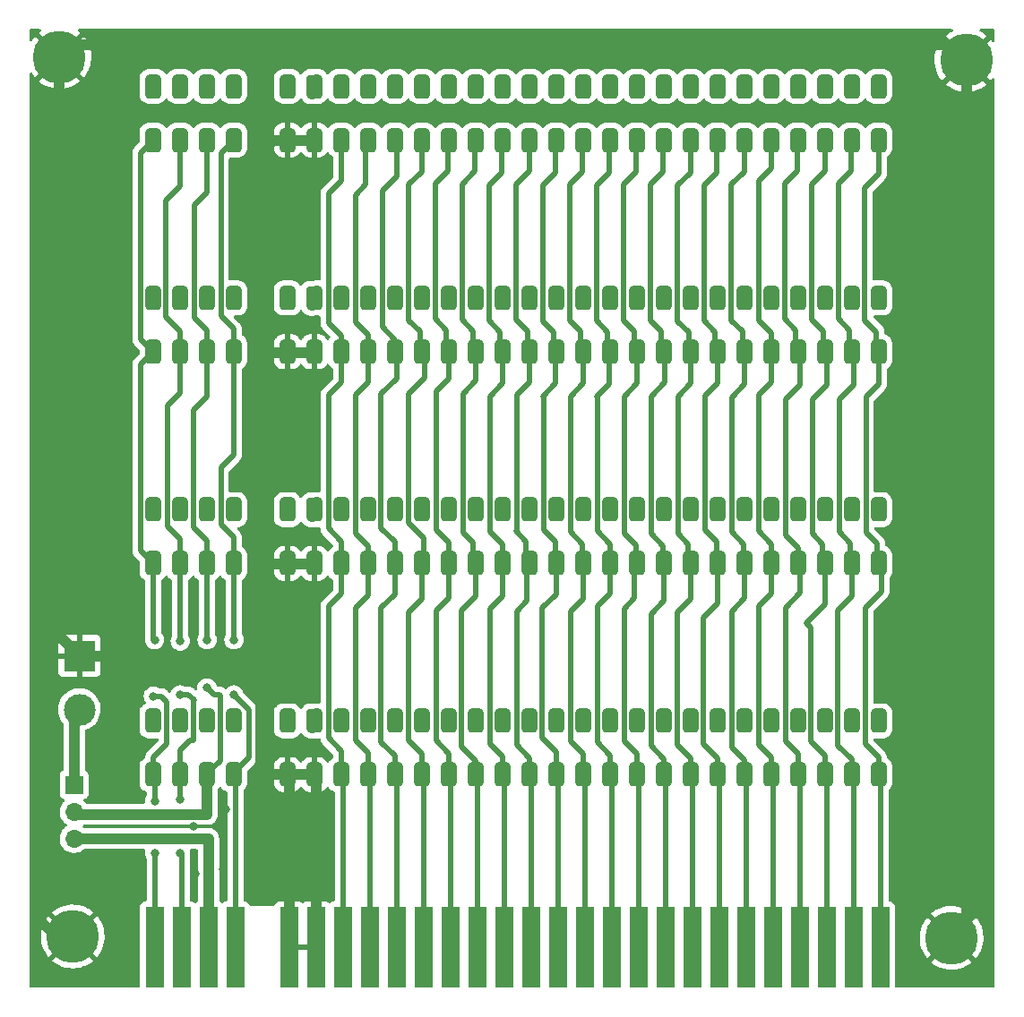
<source format=gbr>
%TF.GenerationSoftware,KiCad,Pcbnew,6.0.2+dfsg-1*%
%TF.CreationDate,2022-05-26T14:47:14+01:00*%
%TF.ProjectId,Backplane,4261636b-706c-4616-9e65-2e6b69636164,1*%
%TF.SameCoordinates,Original*%
%TF.FileFunction,Copper,L2,Bot*%
%TF.FilePolarity,Positive*%
%FSLAX46Y46*%
G04 Gerber Fmt 4.6, Leading zero omitted, Abs format (unit mm)*
G04 Created by KiCad (PCBNEW 6.0.2+dfsg-1) date 2022-05-26 14:47:14*
%MOMM*%
%LPD*%
G01*
G04 APERTURE LIST*
G04 Aperture macros list*
%AMRoundRect*
0 Rectangle with rounded corners*
0 $1 Rounding radius*
0 $2 $3 $4 $5 $6 $7 $8 $9 X,Y pos of 4 corners*
0 Add a 4 corners polygon primitive as box body*
4,1,4,$2,$3,$4,$5,$6,$7,$8,$9,$2,$3,0*
0 Add four circle primitives for the rounded corners*
1,1,$1+$1,$2,$3*
1,1,$1+$1,$4,$5*
1,1,$1+$1,$6,$7*
1,1,$1+$1,$8,$9*
0 Add four rect primitives between the rounded corners*
20,1,$1+$1,$2,$3,$4,$5,0*
20,1,$1+$1,$4,$5,$6,$7,0*
20,1,$1+$1,$6,$7,$8,$9,0*
20,1,$1+$1,$8,$9,$2,$3,0*%
G04 Aperture macros list end*
%TA.AperFunction,ConnectorPad*%
%ADD10R,1.780000X7.620000*%
%TD*%
%TA.AperFunction,ComponentPad*%
%ADD11RoundRect,0.381000X0.381000X-0.762000X0.381000X0.762000X-0.381000X0.762000X-0.381000X-0.762000X0*%
%TD*%
%TA.AperFunction,ComponentPad*%
%ADD12RoundRect,0.381000X-0.381000X0.762000X-0.381000X-0.762000X0.381000X-0.762000X0.381000X0.762000X0*%
%TD*%
%TA.AperFunction,ComponentPad*%
%ADD13RoundRect,0.381000X0.394241X-0.755235X0.367643X0.768533X-0.394241X0.755235X-0.367643X-0.768533X0*%
%TD*%
%TA.AperFunction,ComponentPad*%
%ADD14C,5.000000*%
%TD*%
%TA.AperFunction,ComponentPad*%
%ADD15R,1.700000X1.700000*%
%TD*%
%TA.AperFunction,ComponentPad*%
%ADD16O,1.700000X1.700000*%
%TD*%
%TA.AperFunction,ComponentPad*%
%ADD17R,3.000000X3.000000*%
%TD*%
%TA.AperFunction,ComponentPad*%
%ADD18C,3.000000*%
%TD*%
%TA.AperFunction,ViaPad*%
%ADD19C,0.800000*%
%TD*%
%TA.AperFunction,Conductor*%
%ADD20C,0.500000*%
%TD*%
%TA.AperFunction,Conductor*%
%ADD21C,1.000000*%
%TD*%
%TA.AperFunction,Conductor*%
%ADD22C,0.250000*%
%TD*%
G04 APERTURE END LIST*
D10*
%TO.P,U1,B1,A14*%
%TO.N,/A14*%
X152654000Y-146431000D03*
%TO.P,U1,B2,A12*%
%TO.N,/A12*%
X155194000Y-146431000D03*
%TO.P,U1,B3,+5V*%
%TO.N,Net-(J2-Pad3)*%
X157734000Y-146431000D03*
%TO.P,U1,B4,+9v*%
%TO.N,/+9V*%
X160274000Y-146431000D03*
%TO.P,U1,B6,0v*%
%TO.N,GND*%
X165354000Y-146431000D03*
%TO.P,U1,B7,0v*%
X167894000Y-146431000D03*
%TO.P,U1,B8,Clk*%
%TO.N,/Clk*%
X170434000Y-146431000D03*
%TO.P,U1,B9,A0*%
%TO.N,/A0*%
X172974000Y-146431000D03*
%TO.P,U1,B10,A1*%
%TO.N,/A1*%
X175514000Y-146431000D03*
%TO.P,U1,B11,A2*%
%TO.N,/A2*%
X178054000Y-146431000D03*
%TO.P,U1,B12,A3*%
%TO.N,/A3*%
X180594000Y-146431000D03*
%TO.P,U1,B13,/IORQGE*%
%TO.N,/IORQGE*%
X183134000Y-146431000D03*
%TO.P,U1,B14,0v*%
%TO.N,/0V1*%
X185674000Y-146431000D03*
%TO.P,U1,B15,Video*%
%TO.N,/Video*%
X188214000Y-146431000D03*
%TO.P,U1,B16,U*%
%TO.N,/U*%
X190754000Y-146431000D03*
%TO.P,U1,B17,V*%
%TO.N,/V*%
X193294000Y-146431000D03*
%TO.P,U1,B18,/BUSRQ*%
%TO.N,/{slash}BUSRQ*%
X195834000Y-146431000D03*
%TO.P,U1,B19,/RESET*%
%TO.N,/{slash}RESET*%
X198374000Y-146431000D03*
%TO.P,U1,B20,A7*%
%TO.N,/A7*%
X200914000Y-146431000D03*
%TO.P,U1,B21,A6*%
%TO.N,/A6*%
X203454000Y-146431000D03*
%TO.P,U1,B22,A5*%
%TO.N,/A5*%
X205994000Y-146431000D03*
%TO.P,U1,B23,A4*%
%TO.N,/A4*%
X208534000Y-146431000D03*
%TO.P,U1,B24*%
%TO.N,N/C*%
X211074000Y-146431000D03*
%TO.P,U1,B25,/ROMCS*%
%TO.N,/{slash}ROMCS*%
X213614000Y-146431000D03*
%TO.P,U1,B26,/BusAK*%
%TO.N,/{slash}BUSAK*%
X216154000Y-146431000D03*
%TO.P,U1,B27,A9*%
%TO.N,/A9*%
X218694000Y-146431000D03*
%TO.P,U1,B28,A11*%
%TO.N,/A11*%
X221234000Y-146431000D03*
%TD*%
D11*
%TO.P,U2,B1,A14*%
%TO.N,/A14*%
X152501600Y-130102067D03*
D12*
%TO.P,U2,B2,A12*%
%TO.N,/A12*%
X155041600Y-130102067D03*
D11*
%TO.P,U2,B3,+5V*%
%TO.N,/+5V*%
X157581600Y-130102067D03*
%TO.P,U2,B4,+9v*%
%TO.N,/+9V*%
X160121600Y-130102067D03*
%TO.P,U2,B6,0v*%
%TO.N,GND*%
X165201600Y-130102067D03*
%TO.P,U2,B7,0v*%
X167741600Y-130102067D03*
%TO.P,U2,B8,Clk*%
%TO.N,/Clk*%
X170281600Y-130102067D03*
%TO.P,U2,B9,A0*%
%TO.N,/A0*%
X172821600Y-130102067D03*
%TO.P,U2,B10,A1*%
%TO.N,/A1*%
X175361600Y-130102067D03*
%TO.P,U2,B11,A2*%
%TO.N,/A2*%
X177901600Y-130102067D03*
%TO.P,U2,B12,A3*%
%TO.N,/A3*%
X180441600Y-130102067D03*
%TO.P,U2,B13,/IORQGE*%
%TO.N,/IORQGE*%
X182981600Y-130102067D03*
%TO.P,U2,B14,0v*%
%TO.N,/0V1*%
X185521600Y-130102067D03*
%TO.P,U2,B15,Video*%
%TO.N,/Video*%
X188061600Y-130102067D03*
%TO.P,U2,B16,U*%
%TO.N,/U*%
X190601600Y-130102067D03*
%TO.P,U2,B17,V*%
%TO.N,/V*%
X193141600Y-130102067D03*
%TO.P,U2,B18,/BUSRQ*%
%TO.N,/{slash}BUSRQ*%
X195681600Y-130102067D03*
%TO.P,U2,B19,/RESET*%
%TO.N,/{slash}RESET*%
X198221600Y-130102067D03*
%TO.P,U2,B20,A7*%
%TO.N,/A7*%
X200761600Y-130102067D03*
%TO.P,U2,B21,A6*%
%TO.N,/A6*%
X203301600Y-130102067D03*
%TO.P,U2,B22,A5*%
%TO.N,/A5*%
X205841600Y-130102067D03*
%TO.P,U2,B23,A4*%
%TO.N,/A4*%
X208381600Y-130102067D03*
%TO.P,U2,B24*%
%TO.N,N/C*%
X210921600Y-130102067D03*
%TO.P,U2,B25,/ROMCS*%
%TO.N,/{slash}ROMCS*%
X213461600Y-130102067D03*
%TO.P,U2,B26,/BusAK*%
%TO.N,/{slash}BUSAK*%
X216001600Y-130102067D03*
%TO.P,U2,B27,A9*%
%TO.N,/A9*%
X218541600Y-130102067D03*
%TO.P,U2,B28,A11*%
%TO.N,/A11*%
X221081600Y-130102067D03*
%TO.P,U2,U1,A15*%
%TO.N,/A15*%
X152501600Y-125022067D03*
%TO.P,U2,U2,A13*%
%TO.N,/A13*%
X155041600Y-125022067D03*
%TO.P,U2,U3,D7*%
%TO.N,/D7*%
X157581600Y-125022067D03*
%TO.P,U2,U4,NC*%
%TO.N,/NC*%
X160121600Y-125022067D03*
%TO.P,U2,U6,D0*%
%TO.N,/D0*%
X165201600Y-125022067D03*
D13*
%TO.P,U2,U7,D1*%
%TO.N,/D1*%
X167741600Y-125022067D03*
D11*
%TO.P,U2,U8,D2*%
%TO.N,/D2*%
X170281600Y-125022067D03*
%TO.P,U2,U9,D6*%
%TO.N,/D6*%
X172821600Y-125022067D03*
%TO.P,U2,U10,D5*%
%TO.N,/D5*%
X175361600Y-125022067D03*
%TO.P,U2,U11,D3*%
%TO.N,/D3*%
X177901600Y-125022067D03*
%TO.P,U2,U12,D4*%
%TO.N,/D4*%
X180441600Y-125022067D03*
%TO.P,U2,U13,/INT*%
%TO.N,/{slash}INT*%
X182981600Y-125022067D03*
%TO.P,U2,U14,/NMI*%
%TO.N,/{slash}NMI*%
X185521600Y-125022067D03*
%TO.P,U2,U15,/HALT*%
%TO.N,/{slash}HALT*%
X188061600Y-125022067D03*
%TO.P,U2,U16,/MREQ*%
%TO.N,/{slash}MREQ*%
X190601600Y-125022067D03*
%TO.P,U2,U17,/IORQ*%
%TO.N,/{slash}IORQ*%
X193141600Y-125022067D03*
%TO.P,U2,U18,/RD*%
%TO.N,/{slash}RD*%
X195681600Y-125022067D03*
%TO.P,U2,U19,/WR*%
%TO.N,/{slash}WR*%
X198221600Y-125022067D03*
%TO.P,U2,U20,-5v*%
%TO.N,/-5V*%
X200761600Y-125022067D03*
%TO.P,U2,U21,/WAIT*%
%TO.N,/{slash}WAIT*%
X203301600Y-125022067D03*
%TO.P,U2,U22,+12V*%
%TO.N,/+12V*%
X205841600Y-125022067D03*
%TO.P,U2,U23,+12V_UR*%
%TO.N,/-12V*%
X208381600Y-125022067D03*
%TO.P,U2,U24,/M1*%
%TO.N,/{slash}M1*%
X210921600Y-125022067D03*
%TO.P,U2,U25,/RFSH*%
%TO.N,/{slash}RFSH*%
X213461600Y-125022067D03*
%TO.P,U2,U26,A8*%
%TO.N,/A8*%
X216001600Y-125022067D03*
%TO.P,U2,U27,A10*%
%TO.N,/A10*%
X218541600Y-125022067D03*
%TO.P,U2,U28,NC2*%
%TO.N,/NC2*%
X221081600Y-125022067D03*
%TD*%
%TO.P,U5,B1,A14*%
%TO.N,/A14*%
X152501600Y-70104000D03*
D12*
%TO.P,U5,B2,A12*%
%TO.N,/A12*%
X155041600Y-70104000D03*
D11*
%TO.P,U5,B3,+5V*%
%TO.N,/+5V*%
X157581600Y-70104000D03*
%TO.P,U5,B4,+9v*%
%TO.N,/+9V*%
X160121600Y-70104000D03*
%TO.P,U5,B6,0v*%
%TO.N,GND*%
X165201600Y-70104000D03*
%TO.P,U5,B7,0v*%
X167741600Y-70104000D03*
%TO.P,U5,B8,Clk*%
%TO.N,/Clk*%
X170281600Y-70104000D03*
%TO.P,U5,B9,A0*%
%TO.N,/A0*%
X172821600Y-70104000D03*
%TO.P,U5,B10,A1*%
%TO.N,/A1*%
X175361600Y-70104000D03*
%TO.P,U5,B11,A2*%
%TO.N,/A2*%
X177901600Y-70104000D03*
%TO.P,U5,B12,A3*%
%TO.N,/A3*%
X180441600Y-70104000D03*
%TO.P,U5,B13,/IORQGE*%
%TO.N,/IORQGE*%
X182981600Y-70104000D03*
%TO.P,U5,B14,0v*%
%TO.N,/0V1*%
X185521600Y-70104000D03*
%TO.P,U5,B15,Video*%
%TO.N,/Video*%
X188061600Y-70104000D03*
%TO.P,U5,B16,U*%
%TO.N,/U*%
X190601600Y-70104000D03*
%TO.P,U5,B17,V*%
%TO.N,/V*%
X193141600Y-70104000D03*
%TO.P,U5,B18,/BUSRQ*%
%TO.N,/{slash}BUSRQ*%
X195681600Y-70104000D03*
%TO.P,U5,B19,/RESET*%
%TO.N,/{slash}RESET*%
X198221600Y-70104000D03*
%TO.P,U5,B20,A7*%
%TO.N,/A7*%
X200761600Y-70104000D03*
%TO.P,U5,B21,A6*%
%TO.N,/A6*%
X203301600Y-70104000D03*
%TO.P,U5,B22,A5*%
%TO.N,/A5*%
X205841600Y-70104000D03*
%TO.P,U5,B23,A4*%
%TO.N,/A4*%
X208381600Y-70104000D03*
%TO.P,U5,B24*%
%TO.N,N/C*%
X210921600Y-70104000D03*
%TO.P,U5,B25,/ROMCS*%
%TO.N,/{slash}ROMCS*%
X213461600Y-70104000D03*
%TO.P,U5,B26,/BusAK*%
%TO.N,/{slash}BUSAK*%
X216001600Y-70104000D03*
%TO.P,U5,B27,A9*%
%TO.N,/A9*%
X218541600Y-70104000D03*
%TO.P,U5,B28,A11*%
%TO.N,/A11*%
X221081600Y-70104000D03*
%TO.P,U5,U1,A15*%
%TO.N,/A15*%
X152501600Y-65024000D03*
%TO.P,U5,U2,A13*%
%TO.N,/A13*%
X155041600Y-65024000D03*
%TO.P,U5,U3,D7*%
%TO.N,/D7*%
X157581600Y-65024000D03*
%TO.P,U5,U4,NC*%
%TO.N,/NC*%
X160121600Y-65024000D03*
%TO.P,U5,U6,D0*%
%TO.N,/D0*%
X165201600Y-65024000D03*
D13*
%TO.P,U5,U7,D1*%
%TO.N,/D1*%
X167741600Y-65024000D03*
D11*
%TO.P,U5,U8,D2*%
%TO.N,/D2*%
X170281600Y-65024000D03*
%TO.P,U5,U9,D6*%
%TO.N,/D6*%
X172821600Y-65024000D03*
%TO.P,U5,U10,D5*%
%TO.N,/D5*%
X175361600Y-65024000D03*
%TO.P,U5,U11,D3*%
%TO.N,/D3*%
X177901600Y-65024000D03*
%TO.P,U5,U12,D4*%
%TO.N,/D4*%
X180441600Y-65024000D03*
%TO.P,U5,U13,/INT*%
%TO.N,/{slash}INT*%
X182981600Y-65024000D03*
%TO.P,U5,U14,/NMI*%
%TO.N,/{slash}NMI*%
X185521600Y-65024000D03*
%TO.P,U5,U15,/HALT*%
%TO.N,/{slash}HALT*%
X188061600Y-65024000D03*
%TO.P,U5,U16,/MREQ*%
%TO.N,/{slash}MREQ*%
X190601600Y-65024000D03*
%TO.P,U5,U17,/IORQ*%
%TO.N,/{slash}IORQ*%
X193141600Y-65024000D03*
%TO.P,U5,U18,/RD*%
%TO.N,/{slash}RD*%
X195681600Y-65024000D03*
%TO.P,U5,U19,/WR*%
%TO.N,/{slash}WR*%
X198221600Y-65024000D03*
%TO.P,U5,U20,-5v*%
%TO.N,/-5V*%
X200761600Y-65024000D03*
%TO.P,U5,U21,/WAIT*%
%TO.N,/{slash}WAIT*%
X203301600Y-65024000D03*
%TO.P,U5,U22,+12V*%
%TO.N,/+12V*%
X205841600Y-65024000D03*
%TO.P,U5,U23,+12V_UR*%
%TO.N,/-12V*%
X208381600Y-65024000D03*
%TO.P,U5,U24,/M1*%
%TO.N,/{slash}M1*%
X210921600Y-65024000D03*
%TO.P,U5,U25,/RFSH*%
%TO.N,/{slash}RFSH*%
X213461600Y-65024000D03*
%TO.P,U5,U26,A8*%
%TO.N,/A8*%
X216001600Y-65024000D03*
%TO.P,U5,U27,A10*%
%TO.N,/A10*%
X218541600Y-65024000D03*
%TO.P,U5,U28,NC2*%
%TO.N,/NC2*%
X221081600Y-65024000D03*
%TD*%
D14*
%TO.P,H2,1,1*%
%TO.N,GND*%
X227965000Y-145542000D03*
%TD*%
%TO.P,H4,1,1*%
%TO.N,GND*%
X229362000Y-62534800D03*
%TD*%
%TO.P,H1,1,1*%
%TO.N,GND*%
X143662400Y-62230000D03*
%TD*%
D15*
%TO.P,J2,1,Pin_1*%
%TO.N,Net-(J1-Pad2)*%
X145034000Y-131064000D03*
D16*
%TO.P,J2,2,Pin_2*%
%TO.N,/+5V*%
X145034000Y-133604000D03*
%TO.P,J2,3,Pin_3*%
%TO.N,Net-(J2-Pad3)*%
X145034000Y-136144000D03*
%TD*%
D17*
%TO.P,J1,1,Pin_1*%
%TO.N,GND*%
X145542000Y-118872000D03*
D18*
%TO.P,J1,2,Pin_2*%
%TO.N,Net-(J1-Pad2)*%
X145542000Y-123952000D03*
%TD*%
D11*
%TO.P,U3,B1,A14*%
%TO.N,/A14*%
X152501600Y-110134400D03*
D12*
%TO.P,U3,B2,A12*%
%TO.N,/A12*%
X155041600Y-110134400D03*
D11*
%TO.P,U3,B3,+5V*%
%TO.N,/+5V*%
X157581600Y-110134400D03*
%TO.P,U3,B4,+9v*%
%TO.N,/+9V*%
X160121600Y-110134400D03*
%TO.P,U3,B6,0v*%
%TO.N,GND*%
X165201600Y-110134400D03*
%TO.P,U3,B7,0v*%
X167741600Y-110134400D03*
%TO.P,U3,B8,Clk*%
%TO.N,/Clk*%
X170281600Y-110134400D03*
%TO.P,U3,B9,A0*%
%TO.N,/A0*%
X172821600Y-110134400D03*
%TO.P,U3,B10,A1*%
%TO.N,/A1*%
X175361600Y-110134400D03*
%TO.P,U3,B11,A2*%
%TO.N,/A2*%
X177901600Y-110134400D03*
%TO.P,U3,B12,A3*%
%TO.N,/A3*%
X180441600Y-110134400D03*
%TO.P,U3,B13,/IORQGE*%
%TO.N,/IORQGE*%
X182981600Y-110134400D03*
%TO.P,U3,B14,0v*%
%TO.N,/0V1*%
X185521600Y-110134400D03*
%TO.P,U3,B15,Video*%
%TO.N,/Video*%
X188061600Y-110134400D03*
%TO.P,U3,B16,U*%
%TO.N,/U*%
X190601600Y-110134400D03*
%TO.P,U3,B17,V*%
%TO.N,/V*%
X193141600Y-110134400D03*
%TO.P,U3,B18,/BUSRQ*%
%TO.N,/{slash}BUSRQ*%
X195681600Y-110134400D03*
%TO.P,U3,B19,/RESET*%
%TO.N,/{slash}RESET*%
X198221600Y-110134400D03*
%TO.P,U3,B20,A7*%
%TO.N,/A7*%
X200761600Y-110134400D03*
%TO.P,U3,B21,A6*%
%TO.N,/A6*%
X203301600Y-110134400D03*
%TO.P,U3,B22,A5*%
%TO.N,/A5*%
X205841600Y-110134400D03*
%TO.P,U3,B23,A4*%
%TO.N,/A4*%
X208381600Y-110134400D03*
%TO.P,U3,B24*%
%TO.N,N/C*%
X210921600Y-110134400D03*
%TO.P,U3,B25,/ROMCS*%
%TO.N,/{slash}ROMCS*%
X213461600Y-110134400D03*
%TO.P,U3,B26,/BusAK*%
%TO.N,/{slash}BUSAK*%
X216001600Y-110134400D03*
%TO.P,U3,B27,A9*%
%TO.N,/A9*%
X218541600Y-110134400D03*
%TO.P,U3,B28,A11*%
%TO.N,/A11*%
X221081600Y-110134400D03*
%TO.P,U3,U1,A15*%
%TO.N,/A15*%
X152501600Y-105054400D03*
%TO.P,U3,U2,A13*%
%TO.N,/A13*%
X155041600Y-105054400D03*
%TO.P,U3,U3,D7*%
%TO.N,/D7*%
X157581600Y-105054400D03*
%TO.P,U3,U4,NC*%
%TO.N,/NC*%
X160121600Y-105054400D03*
%TO.P,U3,U6,D0*%
%TO.N,/D0*%
X165201600Y-105054400D03*
D13*
%TO.P,U3,U7,D1*%
%TO.N,/D1*%
X167741600Y-105054400D03*
D11*
%TO.P,U3,U8,D2*%
%TO.N,/D2*%
X170281600Y-105054400D03*
%TO.P,U3,U9,D6*%
%TO.N,/D6*%
X172821600Y-105054400D03*
%TO.P,U3,U10,D5*%
%TO.N,/D5*%
X175361600Y-105054400D03*
%TO.P,U3,U11,D3*%
%TO.N,/D3*%
X177901600Y-105054400D03*
%TO.P,U3,U12,D4*%
%TO.N,/D4*%
X180441600Y-105054400D03*
%TO.P,U3,U13,/INT*%
%TO.N,/{slash}INT*%
X182981600Y-105054400D03*
%TO.P,U3,U14,/NMI*%
%TO.N,/{slash}NMI*%
X185521600Y-105054400D03*
%TO.P,U3,U15,/HALT*%
%TO.N,/{slash}HALT*%
X188061600Y-105054400D03*
%TO.P,U3,U16,/MREQ*%
%TO.N,/{slash}MREQ*%
X190601600Y-105054400D03*
%TO.P,U3,U17,/IORQ*%
%TO.N,/{slash}IORQ*%
X193141600Y-105054400D03*
%TO.P,U3,U18,/RD*%
%TO.N,/{slash}RD*%
X195681600Y-105054400D03*
%TO.P,U3,U19,/WR*%
%TO.N,/{slash}WR*%
X198221600Y-105054400D03*
%TO.P,U3,U20,-5v*%
%TO.N,/-5V*%
X200761600Y-105054400D03*
%TO.P,U3,U21,/WAIT*%
%TO.N,/{slash}WAIT*%
X203301600Y-105054400D03*
%TO.P,U3,U22,+12V*%
%TO.N,/+12V*%
X205841600Y-105054400D03*
%TO.P,U3,U23,+12V_UR*%
%TO.N,/-12V*%
X208381600Y-105054400D03*
%TO.P,U3,U24,/M1*%
%TO.N,/{slash}M1*%
X210921600Y-105054400D03*
%TO.P,U3,U25,/RFSH*%
%TO.N,/{slash}RFSH*%
X213461600Y-105054400D03*
%TO.P,U3,U26,A8*%
%TO.N,/A8*%
X216001600Y-105054400D03*
%TO.P,U3,U27,A10*%
%TO.N,/A10*%
X218541600Y-105054400D03*
%TO.P,U3,U28,NC2*%
%TO.N,/NC2*%
X221081600Y-105054400D03*
%TD*%
D14*
%TO.P,H3,1,1*%
%TO.N,GND*%
X144907000Y-145415000D03*
%TD*%
D11*
%TO.P,U4,B1,A14*%
%TO.N,/A14*%
X152501600Y-90119200D03*
D12*
%TO.P,U4,B2,A12*%
%TO.N,/A12*%
X155041600Y-90119200D03*
D11*
%TO.P,U4,B3,+5V*%
%TO.N,/+5V*%
X157581600Y-90119200D03*
%TO.P,U4,B4,+9v*%
%TO.N,/+9V*%
X160121600Y-90119200D03*
%TO.P,U4,B6,0v*%
%TO.N,GND*%
X165201600Y-90119200D03*
%TO.P,U4,B7,0v*%
X167741600Y-90119200D03*
%TO.P,U4,B8,Clk*%
%TO.N,/Clk*%
X170281600Y-90119200D03*
%TO.P,U4,B9,A0*%
%TO.N,/A0*%
X172821600Y-90119200D03*
%TO.P,U4,B10,A1*%
%TO.N,/A1*%
X175361600Y-90119200D03*
%TO.P,U4,B11,A2*%
%TO.N,/A2*%
X177901600Y-90119200D03*
%TO.P,U4,B12,A3*%
%TO.N,/A3*%
X180441600Y-90119200D03*
%TO.P,U4,B13,/IORQGE*%
%TO.N,/IORQGE*%
X182981600Y-90119200D03*
%TO.P,U4,B14,0v*%
%TO.N,/0V1*%
X185521600Y-90119200D03*
%TO.P,U4,B15,Video*%
%TO.N,/Video*%
X188061600Y-90119200D03*
%TO.P,U4,B16,U*%
%TO.N,/U*%
X190601600Y-90119200D03*
%TO.P,U4,B17,V*%
%TO.N,/V*%
X193141600Y-90119200D03*
%TO.P,U4,B18,/BUSRQ*%
%TO.N,/{slash}BUSRQ*%
X195681600Y-90119200D03*
%TO.P,U4,B19,/RESET*%
%TO.N,/{slash}RESET*%
X198221600Y-90119200D03*
%TO.P,U4,B20,A7*%
%TO.N,/A7*%
X200761600Y-90119200D03*
%TO.P,U4,B21,A6*%
%TO.N,/A6*%
X203301600Y-90119200D03*
%TO.P,U4,B22,A5*%
%TO.N,/A5*%
X205841600Y-90119200D03*
%TO.P,U4,B23,A4*%
%TO.N,/A4*%
X208381600Y-90119200D03*
%TO.P,U4,B24*%
%TO.N,N/C*%
X210921600Y-90119200D03*
%TO.P,U4,B25,/ROMCS*%
%TO.N,/{slash}ROMCS*%
X213461600Y-90119200D03*
%TO.P,U4,B26,/BusAK*%
%TO.N,/{slash}BUSAK*%
X216001600Y-90119200D03*
%TO.P,U4,B27,A9*%
%TO.N,/A9*%
X218541600Y-90119200D03*
%TO.P,U4,B28,A11*%
%TO.N,/A11*%
X221081600Y-90119200D03*
%TO.P,U4,U1,A15*%
%TO.N,/A15*%
X152501600Y-85039200D03*
%TO.P,U4,U2,A13*%
%TO.N,/A13*%
X155041600Y-85039200D03*
%TO.P,U4,U3,D7*%
%TO.N,/D7*%
X157581600Y-85039200D03*
%TO.P,U4,U4,NC*%
%TO.N,/NC*%
X160121600Y-85039200D03*
%TO.P,U4,U6,D0*%
%TO.N,/D0*%
X165201600Y-85039200D03*
D13*
%TO.P,U4,U7,D1*%
%TO.N,/D1*%
X167741600Y-85039200D03*
D11*
%TO.P,U4,U8,D2*%
%TO.N,/D2*%
X170281600Y-85039200D03*
%TO.P,U4,U9,D6*%
%TO.N,/D6*%
X172821600Y-85039200D03*
%TO.P,U4,U10,D5*%
%TO.N,/D5*%
X175361600Y-85039200D03*
%TO.P,U4,U11,D3*%
%TO.N,/D3*%
X177901600Y-85039200D03*
%TO.P,U4,U12,D4*%
%TO.N,/D4*%
X180441600Y-85039200D03*
%TO.P,U4,U13,/INT*%
%TO.N,/{slash}INT*%
X182981600Y-85039200D03*
%TO.P,U4,U14,/NMI*%
%TO.N,/{slash}NMI*%
X185521600Y-85039200D03*
%TO.P,U4,U15,/HALT*%
%TO.N,/{slash}HALT*%
X188061600Y-85039200D03*
%TO.P,U4,U16,/MREQ*%
%TO.N,/{slash}MREQ*%
X190601600Y-85039200D03*
%TO.P,U4,U17,/IORQ*%
%TO.N,/{slash}IORQ*%
X193141600Y-85039200D03*
%TO.P,U4,U18,/RD*%
%TO.N,/{slash}RD*%
X195681600Y-85039200D03*
%TO.P,U4,U19,/WR*%
%TO.N,/{slash}WR*%
X198221600Y-85039200D03*
%TO.P,U4,U20,-5v*%
%TO.N,/-5V*%
X200761600Y-85039200D03*
%TO.P,U4,U21,/WAIT*%
%TO.N,/{slash}WAIT*%
X203301600Y-85039200D03*
%TO.P,U4,U22,+12V*%
%TO.N,/+12V*%
X205841600Y-85039200D03*
%TO.P,U4,U23,+12V_UR*%
%TO.N,/-12V*%
X208381600Y-85039200D03*
%TO.P,U4,U24,/M1*%
%TO.N,/{slash}M1*%
X210921600Y-85039200D03*
%TO.P,U4,U25,/RFSH*%
%TO.N,/{slash}RFSH*%
X213461600Y-85039200D03*
%TO.P,U4,U26,A8*%
%TO.N,/A8*%
X216001600Y-85039200D03*
%TO.P,U4,U27,A10*%
%TO.N,/A10*%
X218541600Y-85039200D03*
%TO.P,U4,U28,NC2*%
%TO.N,/NC2*%
X221081600Y-85039200D03*
%TD*%
D19*
%TO.N,GND*%
X159105600Y-139090400D03*
X159359600Y-133400800D03*
X156514800Y-139496800D03*
X156362400Y-135026400D03*
%TO.N,/+9V*%
X160147000Y-117348000D03*
X160147000Y-122555000D03*
%TO.N,/+5V*%
X157600000Y-121900000D03*
X157607000Y-117348000D03*
%TO.N,/A12*%
X155067000Y-122555000D03*
X155067000Y-117475000D03*
X155067000Y-137541000D03*
X155067000Y-132461000D03*
%TO.N,/A14*%
X152527000Y-122682000D03*
X152654000Y-137541000D03*
X152654000Y-132588000D03*
X152654000Y-117348000D03*
%TD*%
D20*
%TO.N,*%
X210921600Y-112979200D02*
X210921600Y-110134400D01*
X210921600Y-93014800D02*
X210921600Y-90119200D01*
X209710080Y-114190720D02*
X210921600Y-112979200D01*
X209710080Y-94226320D02*
X210921600Y-93014800D01*
X209710080Y-87129680D02*
X209710080Y-73957120D01*
X209710080Y-73957120D02*
X210921600Y-72745600D01*
X209710080Y-107094080D02*
X209710080Y-94226320D01*
X210921600Y-110134400D02*
X210921600Y-108305600D01*
X210921600Y-128473200D02*
X209710080Y-127261680D01*
X211074000Y-146431000D02*
X211074000Y-130048000D01*
X210921600Y-72745600D02*
X210921600Y-70104000D01*
X210921600Y-88341200D02*
X209710080Y-87129680D01*
X210921600Y-90119200D02*
X210921600Y-88341200D01*
X210921600Y-130102067D02*
X210921600Y-128473200D01*
X210921600Y-108305600D02*
X209710080Y-107094080D01*
X209710080Y-127261680D02*
X209710080Y-114190720D01*
%TO.N,/A11*%
X221081600Y-90170000D02*
X221081600Y-93167200D01*
X221335600Y-112776000D02*
X221335600Y-110388400D01*
X219811600Y-114300000D02*
X221335600Y-112776000D01*
X220929200Y-108254800D02*
X220929200Y-109982000D01*
X221081600Y-130102067D02*
X221081600Y-128473200D01*
X221081600Y-73304400D02*
X221081600Y-70104000D01*
X221234000Y-146431000D02*
X221234000Y-130048000D01*
X219811600Y-127203200D02*
X219811600Y-114300000D01*
X221081600Y-93167200D02*
X219870080Y-94378720D01*
X219870080Y-107195680D02*
X220929200Y-108254800D01*
X219753120Y-87122000D02*
X219753120Y-74632880D01*
X219753120Y-74632880D02*
X221081600Y-73304400D01*
X221335600Y-110388400D02*
X221081600Y-110134400D01*
X220874560Y-89970640D02*
X220874560Y-88243440D01*
X220874560Y-88243440D02*
X219753120Y-87122000D01*
X221081600Y-128473200D02*
X219811600Y-127203200D01*
X219870080Y-94378720D02*
X219870080Y-107195680D01*
%TO.N,/A9*%
X217220800Y-114554000D02*
X218541600Y-113233200D01*
X218541600Y-128676400D02*
X217220800Y-127355600D01*
X217330080Y-94632720D02*
X218694000Y-93268800D01*
X217330080Y-107144880D02*
X217330080Y-94632720D01*
X218389200Y-108204000D02*
X217330080Y-107144880D01*
X218694000Y-93268800D02*
X218694000Y-90271600D01*
X217275440Y-87031920D02*
X218334560Y-88091040D01*
X218541600Y-130102067D02*
X218541600Y-128676400D01*
X218541600Y-113233200D02*
X218541600Y-110134400D01*
X218486960Y-70006240D02*
X218486960Y-73003440D01*
X218334560Y-88091040D02*
X218334560Y-89818240D01*
X217275440Y-74214960D02*
X217275440Y-87031920D01*
X218389200Y-109931200D02*
X218389200Y-108204000D01*
X218486960Y-73003440D02*
X217275440Y-74214960D01*
X218694000Y-146431000D02*
X218694000Y-130048000D01*
X217220800Y-127355600D02*
X217220800Y-114554000D01*
%TO.N,/{slash}BUSAK*%
X214790080Y-107348080D02*
X215798400Y-108356400D01*
X214223600Y-115773200D02*
X214673120Y-116222720D01*
X216001600Y-128270000D02*
X216001600Y-130102067D01*
X214786240Y-87082720D02*
X215845360Y-88141840D01*
X216154000Y-90220800D02*
X216154000Y-93218000D01*
X216001600Y-110134400D02*
X216001600Y-113995200D01*
X214673120Y-116222720D02*
X214673120Y-126941520D01*
X216001600Y-113995200D02*
X214223600Y-115773200D01*
X214673120Y-126941520D02*
X216001600Y-128270000D01*
X216154000Y-93218000D02*
X214790080Y-94581920D01*
X214786240Y-74265760D02*
X214786240Y-87082720D01*
X216154000Y-146431000D02*
X216154000Y-130048000D01*
X215997760Y-70057040D02*
X215997760Y-73054240D01*
X214790080Y-94581920D02*
X214790080Y-107348080D01*
X215997760Y-73054240D02*
X214786240Y-74265760D01*
X215845360Y-88141840D02*
X215845360Y-89869040D01*
X215798400Y-108356400D02*
X215798400Y-110083600D01*
%TO.N,/{slash}ROMCS*%
X213461600Y-130102067D02*
X213461600Y-128168400D01*
X212250080Y-94581920D02*
X213614000Y-93218000D01*
X213461600Y-108661200D02*
X212250080Y-107449680D01*
X212195440Y-87031920D02*
X213254560Y-88091040D01*
X213461600Y-128168400D02*
X212250080Y-126956880D01*
X213664800Y-112928400D02*
X213664800Y-110337600D01*
X213614000Y-146431000D02*
X213614000Y-130048000D01*
X213406960Y-73003440D02*
X212195440Y-74214960D01*
X213406960Y-70006240D02*
X213406960Y-73003440D01*
X212250080Y-107449680D02*
X212250080Y-94581920D01*
X212250080Y-114343120D02*
X213664800Y-112928400D01*
X213461600Y-110134400D02*
X213461600Y-108661200D01*
X213254560Y-88091040D02*
X213254560Y-89818240D01*
X212250080Y-126956880D02*
X212250080Y-114343120D01*
X212195440Y-74214960D02*
X212195440Y-87031920D01*
X213614000Y-93218000D02*
X213614000Y-90271600D01*
X213614000Y-90271600D02*
X213461600Y-90119200D01*
X213664800Y-110337600D02*
X213461600Y-110134400D01*
%TO.N,/A4*%
X208381600Y-113436400D02*
X208381600Y-110134400D01*
X208432400Y-93167200D02*
X208432400Y-90170000D01*
X207166240Y-87133520D02*
X208225360Y-88192640D01*
X208330800Y-110032800D02*
X208330800Y-108305600D01*
X207170080Y-107144880D02*
X207170080Y-94429520D01*
X208381600Y-130102067D02*
X208381600Y-128727200D01*
X207170080Y-94429520D02*
X208432400Y-93167200D01*
X208225360Y-88192640D02*
X208225360Y-89919840D01*
X208377760Y-73105040D02*
X207166240Y-74316560D01*
X207166240Y-74316560D02*
X207166240Y-87133520D01*
X208381600Y-128727200D02*
X207170080Y-127515680D01*
X207170080Y-127515680D02*
X207170080Y-114647920D01*
X208330800Y-108305600D02*
X207170080Y-107144880D01*
X208534000Y-146431000D02*
X208534000Y-130048000D01*
X208377760Y-70107840D02*
X208377760Y-73105040D01*
X207170080Y-114647920D02*
X208381600Y-113436400D01*
%TO.N,/A5*%
X205841600Y-130102067D02*
X205841600Y-128524000D01*
X205994000Y-146431000D02*
X205994000Y-130048000D01*
X205841600Y-90068400D02*
X205841600Y-93065600D01*
X204513120Y-115272880D02*
X205841600Y-113944400D01*
X205634560Y-88243440D02*
X205634560Y-89970640D01*
X205841600Y-113944400D02*
X205841600Y-110134400D01*
X204630080Y-94277120D02*
X204630080Y-106941680D01*
X205841600Y-128524000D02*
X204513120Y-127195520D01*
X205786960Y-73155840D02*
X204575440Y-74367360D01*
X205841600Y-93065600D02*
X204630080Y-94277120D01*
X205786960Y-70158640D02*
X205786960Y-73155840D01*
X204575440Y-74367360D02*
X204575440Y-87184320D01*
X205790800Y-108102400D02*
X205790800Y-109829600D01*
X204513120Y-127195520D02*
X204513120Y-115272880D01*
X204575440Y-87184320D02*
X205634560Y-88243440D01*
X204630080Y-106941680D02*
X205790800Y-108102400D01*
%TO.N,/A6*%
X203297760Y-70209440D02*
X203297760Y-73206640D01*
X202086240Y-74418160D02*
X202086240Y-87235120D01*
X203301600Y-113487200D02*
X203301600Y-110134400D01*
X202090080Y-107297280D02*
X202090080Y-94327920D01*
X203454000Y-146431000D02*
X203454000Y-130048000D01*
X203145360Y-88294240D02*
X203145360Y-90021440D01*
X203098400Y-108305600D02*
X202090080Y-107297280D01*
X203098400Y-110032800D02*
X203098400Y-108305600D01*
X202031600Y-127304800D02*
X202031600Y-114757200D01*
X202090080Y-94327920D02*
X203352400Y-93065600D01*
X203301600Y-128574800D02*
X202031600Y-127304800D01*
X203297760Y-73206640D02*
X202086240Y-74418160D01*
X202086240Y-87235120D02*
X203145360Y-88294240D01*
X202031600Y-114757200D02*
X203301600Y-113487200D01*
X203301600Y-130102067D02*
X203301600Y-128574800D01*
X203352400Y-93065600D02*
X203352400Y-90068400D01*
%TO.N,/A7*%
X199495440Y-87133520D02*
X200554560Y-88192640D01*
X200710800Y-108458000D02*
X199550080Y-107297280D01*
X200761600Y-130102067D02*
X200761600Y-128625600D01*
X200761600Y-113690400D02*
X200761600Y-110134400D01*
X200706960Y-70107840D02*
X200706960Y-73105040D01*
X199550080Y-114901920D02*
X200761600Y-113690400D01*
X199550080Y-94327920D02*
X200863200Y-93014800D01*
X200761600Y-128625600D02*
X199550080Y-127414080D01*
X199550080Y-127414080D02*
X199550080Y-114901920D01*
X200554560Y-88192640D02*
X200554560Y-89919840D01*
X199550080Y-107297280D02*
X199550080Y-94327920D01*
X200706960Y-73105040D02*
X199495440Y-74316560D01*
X200863200Y-93014800D02*
X200863200Y-90017600D01*
X200710800Y-110185200D02*
X200710800Y-108458000D01*
X199495440Y-74316560D02*
X199495440Y-87133520D01*
X200914000Y-146431000D02*
X200914000Y-130048000D01*
%TO.N,/{slash}RESET*%
X197010080Y-114393920D02*
X197967600Y-113436400D01*
X198272400Y-90068400D02*
X198272400Y-93065600D01*
X198120000Y-108407200D02*
X198120000Y-110134400D01*
X197010080Y-94327920D02*
X197010080Y-107297280D01*
X197967600Y-113436400D02*
X197967600Y-110388400D01*
X198221600Y-130102067D02*
X198221600Y-128168400D01*
X198166960Y-70107840D02*
X198166960Y-73105040D01*
X197010080Y-126956880D02*
X197010080Y-114393920D01*
X198014560Y-88192640D02*
X198014560Y-89919840D01*
X196955440Y-74316560D02*
X196955440Y-87133520D01*
X198374000Y-130048000D02*
X198374000Y-146431000D01*
X198221600Y-128168400D02*
X197010080Y-126956880D01*
X198272400Y-93065600D02*
X197010080Y-94327920D01*
X197010080Y-107297280D02*
X198120000Y-108407200D01*
X197967600Y-110388400D02*
X198221600Y-110134400D01*
X198166960Y-73105040D02*
X196955440Y-74316560D01*
X196955440Y-87133520D02*
X198014560Y-88192640D01*
%TO.N,/{slash}BUSRQ*%
X194470080Y-94429520D02*
X194419280Y-94378720D01*
X195681600Y-110032800D02*
X195681600Y-108305600D01*
X195626960Y-70158640D02*
X195626960Y-73155840D01*
X194470080Y-127058480D02*
X194470080Y-114190720D01*
X194470080Y-107094080D02*
X194470080Y-94429520D01*
X195681600Y-130102067D02*
X195681600Y-128270000D01*
X194415440Y-74367360D02*
X194415440Y-87184320D01*
X195681600Y-108305600D02*
X194470080Y-107094080D01*
X195834000Y-146431000D02*
X195834000Y-130048000D01*
X194415440Y-87184320D02*
X195474560Y-88243440D01*
X194470080Y-114190720D02*
X195681600Y-112979200D01*
X195681600Y-112979200D02*
X195681600Y-110134400D01*
X195626960Y-73155840D02*
X194415440Y-74367360D01*
X194419280Y-94378720D02*
X195630800Y-93167200D01*
X195681600Y-128270000D02*
X194470080Y-127058480D01*
X195630800Y-93167200D02*
X195630800Y-90170000D01*
X195474560Y-88243440D02*
X195474560Y-89970640D01*
%TO.N,/V*%
X193086960Y-73105040D02*
X191875440Y-74316560D01*
X191930080Y-114698720D02*
X193141600Y-113487200D01*
X193090800Y-108305600D02*
X191930080Y-107144880D01*
X193141600Y-113487200D02*
X193141600Y-110134400D01*
X191875440Y-74316560D02*
X191875440Y-87133520D01*
X193141600Y-128168400D02*
X191930080Y-126956880D01*
X193294000Y-146431000D02*
X193294000Y-130048000D01*
X193086960Y-70107840D02*
X193086960Y-73105040D01*
X191875440Y-87133520D02*
X192934560Y-88192640D01*
X191930080Y-107144880D02*
X191930080Y-94327920D01*
X193090800Y-110032800D02*
X193090800Y-108305600D01*
X193141600Y-93116400D02*
X193141600Y-90119200D01*
X192934560Y-88192640D02*
X192934560Y-89919840D01*
X191930080Y-126956880D02*
X191930080Y-114698720D01*
X193141600Y-130102067D02*
X193141600Y-128168400D01*
X191930080Y-94327920D02*
X193141600Y-93116400D01*
%TO.N,/U*%
X190546960Y-70209440D02*
X190546960Y-73206640D01*
X189390080Y-94378720D02*
X189339280Y-94327920D01*
X189390080Y-106941680D02*
X189390080Y-94378720D01*
X190754000Y-130048000D02*
X190754000Y-146431000D01*
X189335440Y-74418160D02*
X189335440Y-87235120D01*
X190550800Y-109829600D02*
X190550800Y-108102400D01*
X189339280Y-94327920D02*
X190550800Y-93116400D01*
X190550800Y-108102400D02*
X189390080Y-106941680D01*
X189273120Y-114358480D02*
X190601600Y-113030000D01*
X189335440Y-87235120D02*
X190394560Y-88294240D01*
X190394560Y-88294240D02*
X190394560Y-90021440D01*
X190601600Y-113030000D02*
X190601600Y-110134400D01*
X190550800Y-93116400D02*
X190550800Y-90119200D01*
X190601600Y-130102067D02*
X190601600Y-127965200D01*
X189273120Y-126636720D02*
X189273120Y-114358480D01*
X190546960Y-73206640D02*
X189335440Y-74418160D01*
X190601600Y-127965200D02*
X189273120Y-126636720D01*
%TO.N,/Video*%
X188214000Y-146431000D02*
X188214000Y-130048000D01*
X187807600Y-113690400D02*
X187807600Y-110388400D01*
X187756800Y-108051600D02*
X186799280Y-107094080D01*
X186850080Y-94226320D02*
X188061600Y-93014800D01*
X188057760Y-73054240D02*
X186846240Y-74265760D01*
X187756800Y-109778800D02*
X187756800Y-108051600D01*
X188057760Y-70057040D02*
X188057760Y-73054240D01*
X186799280Y-107094080D02*
X186850080Y-107043280D01*
X186846240Y-87082720D02*
X187905360Y-88141840D01*
X186846240Y-74265760D02*
X186846240Y-87082720D01*
X187807600Y-110388400D02*
X188061600Y-110134400D01*
X186850080Y-127312480D02*
X186850080Y-114647920D01*
X186850080Y-107043280D02*
X186850080Y-94226320D01*
X186850080Y-114647920D02*
X187807600Y-113690400D01*
X187905360Y-88141840D02*
X187905360Y-89869040D01*
X188061600Y-128524000D02*
X186850080Y-127312480D01*
X188061600Y-130102067D02*
X188061600Y-128524000D01*
X188061600Y-93014800D02*
X188061600Y-90017600D01*
%TO.N,/0V1*%
X184310080Y-114444720D02*
X185521600Y-113233200D01*
X185521600Y-113233200D02*
X185521600Y-110134400D01*
X185521600Y-130102067D02*
X185521600Y-128422400D01*
X184310080Y-127210880D02*
X184310080Y-114444720D01*
X185521600Y-110134400D02*
X185521600Y-108356400D01*
X185521600Y-108356400D02*
X184310080Y-107144880D01*
X184251600Y-74371200D02*
X184251600Y-87188160D01*
X185521600Y-93116400D02*
X185521600Y-90119200D01*
X185521600Y-128422400D02*
X184310080Y-127210880D01*
X185463120Y-73159680D02*
X184251600Y-74371200D01*
X184251600Y-87188160D02*
X185310720Y-88247280D01*
X184310080Y-107144880D02*
X184310080Y-94327920D01*
X184310080Y-94327920D02*
X185521600Y-93116400D01*
X185674000Y-130048000D02*
X185674000Y-146431000D01*
X185310720Y-88247280D02*
X185310720Y-89974480D01*
X185463120Y-70162480D02*
X185463120Y-73159680D01*
%TO.N,/IORQGE*%
X182981600Y-128778000D02*
X181660800Y-127457200D01*
X181770080Y-107195680D02*
X181770080Y-94073920D01*
X182981600Y-92862400D02*
X182981600Y-90119200D01*
X181715440Y-87082720D02*
X182774560Y-88141840D01*
X182981600Y-130102067D02*
X182981600Y-128778000D01*
X181660800Y-127457200D02*
X181660800Y-114554000D01*
X182727600Y-108153200D02*
X181770080Y-107195680D01*
X181715440Y-74265760D02*
X181715440Y-87082720D01*
X183134000Y-146431000D02*
X183134000Y-130048000D01*
X182981600Y-110134400D02*
X182727600Y-109880400D01*
X182774560Y-88141840D02*
X182774560Y-89869040D01*
X182727600Y-109880400D02*
X182727600Y-108153200D01*
X182926960Y-73054240D02*
X181715440Y-74265760D01*
X181660800Y-114554000D02*
X182981600Y-113233200D01*
X181770080Y-94073920D02*
X182981600Y-92862400D01*
X182926960Y-70057040D02*
X182926960Y-73054240D01*
X182981600Y-113233200D02*
X182981600Y-110134400D01*
%TO.N,/A3*%
X180386960Y-70006240D02*
X180386960Y-73003440D01*
X180441600Y-92659200D02*
X180441600Y-90119200D01*
X179230080Y-114597120D02*
X180441600Y-113385600D01*
X179230080Y-106941680D02*
X179230080Y-93870720D01*
X179175440Y-87031920D02*
X180234560Y-88091040D01*
X180234560Y-88091040D02*
X180234560Y-89818240D01*
X179230080Y-93870720D02*
X180441600Y-92659200D01*
X180441600Y-128117600D02*
X179230080Y-126906080D01*
X180386960Y-73003440D02*
X179175440Y-74214960D01*
X180441600Y-110134400D02*
X180441600Y-108153200D01*
X180441600Y-108153200D02*
X179230080Y-106941680D01*
X180441600Y-113385600D02*
X180441600Y-110134400D01*
X180594000Y-130048000D02*
X180594000Y-146431000D01*
X179230080Y-126906080D02*
X179230080Y-114597120D01*
X180441600Y-130102067D02*
X180441600Y-128117600D01*
X179175440Y-74214960D02*
X179175440Y-87031920D01*
%TO.N,/A2*%
X176682400Y-94081600D02*
X178206400Y-92557600D01*
X176682400Y-106324400D02*
X176682400Y-94081600D01*
X177901600Y-128168400D02*
X176631600Y-126898400D01*
X178054000Y-109982000D02*
X178054000Y-107696000D01*
X178054000Y-107696000D02*
X176682400Y-106324400D01*
X176686240Y-74316560D02*
X176686240Y-87133520D01*
X176686240Y-87133520D02*
X177745360Y-88192640D01*
X177901600Y-130102067D02*
X177901600Y-128168400D01*
X177897760Y-73105040D02*
X176686240Y-74316560D01*
X177897760Y-70107840D02*
X177897760Y-73105040D01*
X177901600Y-110134400D02*
X178054000Y-109982000D01*
X176631600Y-126898400D02*
X176631600Y-114757200D01*
X178054000Y-146431000D02*
X178054000Y-130048000D01*
X178206400Y-92557600D02*
X178206400Y-90424000D01*
X178206400Y-90424000D02*
X177901600Y-90119200D01*
X177901600Y-113487200D02*
X177901600Y-110134400D01*
X177745360Y-88192640D02*
X177745360Y-89919840D01*
X176631600Y-114757200D02*
X177901600Y-113487200D01*
%TO.N,/A1*%
X175361600Y-89001600D02*
X174150080Y-87790080D01*
X174033120Y-106773920D02*
X174033120Y-94140080D01*
X174033120Y-94140080D02*
X175514000Y-92659200D01*
X175514000Y-130048000D02*
X175514000Y-146431000D01*
X175361600Y-110134400D02*
X175361600Y-108102400D01*
X175514000Y-92659200D02*
X175514000Y-90271600D01*
X174040800Y-127000000D02*
X174040800Y-114350800D01*
X174040800Y-114350800D02*
X175361600Y-113030000D01*
X175361600Y-108102400D02*
X174033120Y-106773920D01*
X174150080Y-87790080D02*
X174150080Y-74871520D01*
X175361600Y-130102067D02*
X175361600Y-128320800D01*
X175361600Y-90119200D02*
X175361600Y-89001600D01*
X175514000Y-90271600D02*
X175361600Y-90119200D01*
X175514000Y-73507600D02*
X175514000Y-70256400D01*
X174150080Y-74871520D02*
X175514000Y-73507600D01*
X175361600Y-128320800D02*
X174040800Y-127000000D01*
X175361600Y-113030000D02*
X175361600Y-110134400D01*
X175514000Y-70256400D02*
X175361600Y-70104000D01*
%TO.N,/A0*%
X172821600Y-113131600D02*
X172821600Y-110134400D01*
X172821600Y-88544400D02*
X171610080Y-87332880D01*
X172821600Y-108508800D02*
X171610080Y-107297280D01*
X172567600Y-74320400D02*
X172567600Y-70358000D01*
X172821600Y-92964000D02*
X172821600Y-90119200D01*
X172821600Y-90119200D02*
X172821600Y-88544400D01*
X171610080Y-75277920D02*
X172567600Y-74320400D01*
X171610080Y-114343120D02*
X172821600Y-113131600D01*
X172821600Y-128066800D02*
X171610080Y-126855280D01*
X172821600Y-130102067D02*
X172821600Y-128066800D01*
X171610080Y-87332880D02*
X171610080Y-75277920D01*
X172974000Y-146431000D02*
X172974000Y-130048000D01*
X171610080Y-94175520D02*
X172821600Y-92964000D01*
X171610080Y-126855280D02*
X171610080Y-114343120D01*
X172821600Y-110134400D02*
X172821600Y-108508800D01*
X171610080Y-107297280D02*
X171610080Y-94175520D01*
X172567600Y-70358000D02*
X172821600Y-70104000D01*
%TO.N,/Clk*%
X170281600Y-127863600D02*
X169070080Y-126652080D01*
X170281600Y-110134400D02*
X170281600Y-108051600D01*
X169070080Y-87383680D02*
X169070080Y-75176320D01*
X170281600Y-93014800D02*
X170281600Y-90119200D01*
X169070080Y-75176320D02*
X170281600Y-73964800D01*
X170281600Y-90119200D02*
X170281600Y-88595200D01*
X169070080Y-106840080D02*
X169070080Y-94226320D01*
X169070080Y-94226320D02*
X170281600Y-93014800D01*
X170281600Y-88595200D02*
X169070080Y-87383680D01*
X170281600Y-130102067D02*
X170281600Y-127863600D01*
X170281600Y-73964800D02*
X170281600Y-70104000D01*
X170281600Y-112979200D02*
X170281600Y-110134400D01*
X170281600Y-108051600D02*
X169070080Y-106840080D01*
X169070080Y-126652080D02*
X169070080Y-114190720D01*
X169070080Y-114190720D02*
X170281600Y-112979200D01*
X170434000Y-146431000D02*
X170434000Y-130048000D01*
D21*
%TO.N,GND*%
X163271200Y-61061600D02*
X227888800Y-61061600D01*
X161608520Y-120587520D02*
X162687000Y-121666000D01*
X162868067Y-130102067D02*
X167741600Y-130102067D01*
X165354000Y-130254467D02*
X165354000Y-146431000D01*
X163195000Y-70789800D02*
X163499800Y-70485000D01*
X167614600Y-90246200D02*
X167741600Y-90119200D01*
X163880800Y-70104000D02*
X167741600Y-70104000D01*
X161544000Y-119888000D02*
X161608520Y-119952520D01*
D22*
X165201600Y-130102067D02*
X165354000Y-130254467D01*
D21*
X163195000Y-110210600D02*
X167665400Y-110210600D01*
X229362000Y-62534800D02*
X229362000Y-144145000D01*
D22*
X229235000Y-144272000D02*
X227965000Y-145542000D01*
D21*
X227888800Y-61061600D02*
X229362000Y-62534800D01*
X163195000Y-90246200D02*
X167614600Y-90246200D01*
X141427200Y-119227600D02*
X141427200Y-143510000D01*
X161544000Y-118872000D02*
X145542000Y-118872000D01*
X162687000Y-121666000D02*
X162687000Y-129921000D01*
X165354000Y-130048000D02*
X165227000Y-129921000D01*
X143662400Y-62230000D02*
X143662400Y-116992400D01*
X141427200Y-143510000D02*
X143332200Y-145415000D01*
X163499800Y-70485000D02*
X163880800Y-70104000D01*
X163220400Y-65451714D02*
X163271200Y-65400914D01*
X144830800Y-61061600D02*
X143662400Y-62230000D01*
X143332200Y-145415000D02*
X144907000Y-145415000D01*
X163271200Y-65400914D02*
X163271200Y-61061600D01*
X143662400Y-116992400D02*
X145542000Y-118872000D01*
X163271200Y-61061600D02*
X144830800Y-61061600D01*
X163220400Y-70764400D02*
X163220400Y-65451714D01*
X162687000Y-129921000D02*
X162868067Y-130102067D01*
X167665400Y-110210600D02*
X167741600Y-110134400D01*
X163195000Y-117221000D02*
X163195000Y-110210600D01*
X167894000Y-130048000D02*
X167894000Y-146431000D01*
X163195000Y-70789800D02*
X163220400Y-70764400D01*
X161544000Y-118872000D02*
X161544000Y-119888000D01*
X229362000Y-144145000D02*
X227965000Y-145542000D01*
X161608520Y-119952520D02*
X161608520Y-120587520D01*
X163195000Y-117221000D02*
X161544000Y-118872000D01*
X163195000Y-90246200D02*
X163195000Y-70789800D01*
X143662400Y-116992400D02*
X141427200Y-119227600D01*
X163195000Y-110210600D02*
X163195000Y-90246200D01*
D20*
%TO.N,/+9V*%
X158910080Y-101084320D02*
X158910080Y-106433680D01*
X161594800Y-128473200D02*
X161594800Y-124002800D01*
X160121600Y-110134400D02*
X160121600Y-117322600D01*
X160121600Y-90119200D02*
X160121600Y-99872800D01*
X160274000Y-146431000D02*
X160274000Y-130048000D01*
X160147000Y-129921000D02*
X161594800Y-128473200D01*
X160121600Y-99872800D02*
X158910080Y-101084320D01*
X160121600Y-87934800D02*
X160121600Y-90119200D01*
X158910080Y-71315520D02*
X158910080Y-86723280D01*
X160121600Y-107645200D02*
X160121600Y-110134400D01*
X158910080Y-106433680D02*
X160121600Y-107645200D01*
X160121600Y-70104000D02*
X158910080Y-71315520D01*
X158910080Y-86723280D02*
X160121600Y-87934800D01*
D22*
X160274000Y-130048000D02*
X160147000Y-129921000D01*
D20*
X161594800Y-124002800D02*
X160147000Y-122555000D01*
X160121600Y-117322600D02*
X160147000Y-117348000D01*
%TO.N,/+5V*%
X157581600Y-107950000D02*
X156311600Y-106680000D01*
D21*
X145034000Y-133858000D02*
X157607000Y-133858000D01*
D20*
X158755000Y-122555000D02*
X158255000Y-122555000D01*
X157632400Y-90170000D02*
X157581600Y-90119200D01*
X158255000Y-122555000D02*
X157600000Y-121900000D01*
X158877000Y-122677000D02*
X158755000Y-122555000D01*
X158877000Y-128778000D02*
X157790480Y-129864520D01*
X157581600Y-75031600D02*
X156370080Y-76243120D01*
X157581600Y-90119200D02*
X157581600Y-88087200D01*
X156311600Y-106680000D02*
X156311600Y-95656400D01*
D21*
X157607000Y-133604000D02*
X157607000Y-129921000D01*
D20*
X157581600Y-88087200D02*
X156370080Y-86875680D01*
X156311600Y-95656400D02*
X157632400Y-94335600D01*
X156370080Y-86875680D02*
X156370080Y-76243120D01*
X157581600Y-110134400D02*
X157581600Y-107950000D01*
X157607000Y-110159800D02*
X157607000Y-117348000D01*
X157632400Y-94335600D02*
X157632400Y-90170000D01*
X157581600Y-70104000D02*
X157581600Y-75031600D01*
X158877000Y-128761857D02*
X158877000Y-122677000D01*
X157581600Y-110134400D02*
X157607000Y-110159800D01*
D22*
%TO.N,/A12*%
X155194000Y-137668000D02*
X155067000Y-137541000D01*
D20*
X155041600Y-90119200D02*
X155041600Y-94030800D01*
X153713120Y-75801280D02*
X155041600Y-74472800D01*
X155041600Y-94030800D02*
X153830080Y-95242320D01*
X156400000Y-123100000D02*
X155855000Y-122555000D01*
X155041600Y-90119200D02*
X155041600Y-88188800D01*
X155041600Y-110134400D02*
X155041600Y-117449600D01*
X155067000Y-132461000D02*
X155067000Y-127838200D01*
X155041600Y-107848400D02*
X155041600Y-110134400D01*
X156362400Y-126900000D02*
X156362400Y-123100000D01*
X155194000Y-146431000D02*
X155194000Y-137668000D01*
X155041600Y-88188800D02*
X153713120Y-86860320D01*
X153713120Y-86860320D02*
X153713120Y-75801280D01*
X156005200Y-126900000D02*
X156362400Y-126900000D01*
X153830080Y-106636880D02*
X155041600Y-107848400D01*
X155855000Y-122555000D02*
X155067000Y-122555000D01*
X155041600Y-117449600D02*
X155067000Y-117475000D01*
X155067000Y-127838200D02*
X156005200Y-126900000D01*
X155041600Y-74472800D02*
X155041600Y-70104000D01*
X153830080Y-95242320D02*
X153830080Y-106636880D01*
%TO.N,/A14*%
X153800000Y-127200000D02*
X153800000Y-123200000D01*
X152654000Y-132588000D02*
X152654000Y-130048000D01*
X152501600Y-90119200D02*
X151290080Y-88907680D01*
X152527000Y-129921000D02*
X152527000Y-128473000D01*
X152527000Y-128473000D02*
X153800000Y-127200000D01*
X151290080Y-108922880D02*
X151290080Y-91330720D01*
X152501600Y-117195600D02*
X152501600Y-110134400D01*
X153800000Y-123200000D02*
X153282000Y-122682000D01*
D22*
X152654000Y-117348000D02*
X152501600Y-117195600D01*
D20*
X153282000Y-122682000D02*
X152527000Y-122682000D01*
D22*
X152654000Y-130048000D02*
X152527000Y-129921000D01*
D20*
X151290080Y-88907680D02*
X151290080Y-71315520D01*
X151290080Y-91330720D02*
X152501600Y-90119200D01*
X152654000Y-146431000D02*
X152654000Y-137541000D01*
X151290080Y-71315520D02*
X152501600Y-70104000D01*
X152501600Y-110134400D02*
X151290080Y-108922880D01*
D21*
%TO.N,Net-(J1-Pad2)*%
X145034000Y-131064000D02*
X145034000Y-124460000D01*
D22*
X145034000Y-124460000D02*
X145542000Y-123952000D01*
D21*
%TO.N,Net-(J2-Pad3)*%
X157734000Y-146431000D02*
X157734000Y-136144000D01*
X157734000Y-136144000D02*
X145034000Y-136144000D01*
%TD*%
%TA.AperFunction,Conductor*%
%TO.N,GND*%
G36*
X141857886Y-59608402D02*
G01*
X141904379Y-59662058D01*
X141914483Y-59732332D01*
X141884989Y-59796912D01*
X141868546Y-59812734D01*
X141736002Y-59918923D01*
X141727532Y-59931048D01*
X141733927Y-59942316D01*
X143649590Y-61857980D01*
X143663531Y-61865592D01*
X143665366Y-61865461D01*
X143671980Y-61861210D01*
X145589474Y-59943716D01*
X145596866Y-59930179D01*
X145590079Y-59920479D01*
X145486876Y-59832335D01*
X145481100Y-59827950D01*
X145467753Y-59818981D01*
X145422369Y-59764385D01*
X145413706Y-59693919D01*
X145444515Y-59629955D01*
X145505014Y-59592802D01*
X145538030Y-59588400D01*
X227995136Y-59588400D01*
X228063257Y-59608402D01*
X228109750Y-59662058D01*
X228119854Y-59732332D01*
X228090360Y-59796912D01*
X228049380Y-59828126D01*
X227913707Y-59892839D01*
X227907349Y-59896334D01*
X227619654Y-60076805D01*
X227613731Y-60081014D01*
X227435601Y-60223723D01*
X227427132Y-60235848D01*
X227433527Y-60247116D01*
X229349190Y-62162780D01*
X229363131Y-62170392D01*
X229364966Y-62170261D01*
X229371580Y-62166010D01*
X231289074Y-60248516D01*
X231296466Y-60234979D01*
X231289679Y-60225279D01*
X231186476Y-60137135D01*
X231180704Y-60132753D01*
X230898796Y-59943319D01*
X230892575Y-59939639D01*
X230673111Y-59826366D01*
X230621752Y-59777348D01*
X230605047Y-59708345D01*
X230628299Y-59641264D01*
X230684127Y-59597403D01*
X230730901Y-59588400D01*
X231903000Y-59588400D01*
X231971121Y-59608402D01*
X232017614Y-59662058D01*
X232029000Y-59714400D01*
X232029000Y-60699979D01*
X232008998Y-60768100D01*
X231955342Y-60814593D01*
X231885068Y-60824697D01*
X231820488Y-60795203D01*
X231801453Y-60774573D01*
X231685774Y-60617095D01*
X231681166Y-60611526D01*
X231675830Y-60605784D01*
X231662178Y-60597666D01*
X231661570Y-60597687D01*
X231653092Y-60602919D01*
X229734020Y-62521990D01*
X229726408Y-62535931D01*
X229726539Y-62537766D01*
X229730790Y-62544380D01*
X231648268Y-64461857D01*
X231661622Y-64469149D01*
X231671594Y-64462095D01*
X231778641Y-64334067D01*
X231782963Y-64328249D01*
X231797688Y-64305831D01*
X231851805Y-64259876D01*
X231922177Y-64250475D01*
X231986460Y-64280612D01*
X232024245Y-64340718D01*
X232029000Y-64375007D01*
X232029000Y-150115000D01*
X232008998Y-150183121D01*
X231955342Y-150229614D01*
X231903000Y-150241000D01*
X222758500Y-150241000D01*
X222690379Y-150220998D01*
X222643886Y-150167342D01*
X222632500Y-150115000D01*
X222632500Y-147843681D01*
X226028860Y-147843681D01*
X226028878Y-147843933D01*
X226034793Y-147852677D01*
X226066111Y-147881174D01*
X226071748Y-147885738D01*
X226347544Y-148083918D01*
X226353682Y-148087813D01*
X226650435Y-148252984D01*
X226656955Y-148256136D01*
X226970738Y-148386109D01*
X226977589Y-148388495D01*
X227304212Y-148481536D01*
X227311301Y-148483120D01*
X227646465Y-148538006D01*
X227653671Y-148538763D01*
X227992926Y-148554762D01*
X228000176Y-148554686D01*
X228339010Y-148531587D01*
X228346219Y-148530676D01*
X228680160Y-148468784D01*
X228687190Y-148467057D01*
X229011819Y-148367187D01*
X229018597Y-148364667D01*
X229329603Y-148228145D01*
X229336043Y-148224864D01*
X229629293Y-148053502D01*
X229635326Y-148049493D01*
X229893828Y-147855405D01*
X229902282Y-147844078D01*
X229895537Y-147831748D01*
X227977810Y-145914020D01*
X227963869Y-145906408D01*
X227962034Y-145906539D01*
X227955420Y-145910790D01*
X226036474Y-147829737D01*
X226028860Y-147843681D01*
X222632500Y-147843681D01*
X222632500Y-145450987D01*
X224953484Y-145450987D01*
X224962374Y-145790505D01*
X224962980Y-145797721D01*
X225010835Y-146133963D01*
X225012269Y-146141074D01*
X225098455Y-146469595D01*
X225100692Y-146476478D01*
X225224064Y-146792914D01*
X225227081Y-146799503D01*
X225386002Y-147099652D01*
X225389761Y-147105860D01*
X225582129Y-147385757D01*
X225586574Y-147391486D01*
X225653743Y-147468484D01*
X225666917Y-147476888D01*
X225676769Y-147471020D01*
X227592980Y-145554810D01*
X227599357Y-145543131D01*
X228329408Y-145543131D01*
X228329539Y-145544966D01*
X228333790Y-145551580D01*
X230251268Y-147469057D01*
X230264622Y-147476349D01*
X230274594Y-147469295D01*
X230381641Y-147341267D01*
X230385957Y-147335456D01*
X230572432Y-147051575D01*
X230576046Y-147045313D01*
X230728658Y-146741882D01*
X230731530Y-146735244D01*
X230848249Y-146416293D01*
X230850345Y-146409351D01*
X230929631Y-146079103D01*
X230930915Y-146071964D01*
X230971816Y-145733973D01*
X230972240Y-145728403D01*
X230978010Y-145544797D01*
X230977937Y-145539204D01*
X230958338Y-145199303D01*
X230957506Y-145192113D01*
X230899113Y-144857529D01*
X230897458Y-144850474D01*
X230800998Y-144524834D01*
X230798540Y-144518006D01*
X230665290Y-144205608D01*
X230662073Y-144199125D01*
X230493788Y-143904089D01*
X230489856Y-143898034D01*
X230288774Y-143624295D01*
X230284166Y-143618726D01*
X230278830Y-143612984D01*
X230265178Y-143604866D01*
X230264570Y-143604887D01*
X230256092Y-143610119D01*
X228337020Y-145529190D01*
X228329408Y-145543131D01*
X227599357Y-145543131D01*
X227600592Y-145540869D01*
X227600461Y-145539034D01*
X227596210Y-145532420D01*
X225677374Y-143613585D01*
X225664581Y-143606599D01*
X225653827Y-143614464D01*
X225493037Y-143819527D01*
X225488902Y-143825476D01*
X225311440Y-144115068D01*
X225308019Y-144121447D01*
X225165016Y-144429522D01*
X225162356Y-144436241D01*
X225055711Y-144758707D01*
X225053834Y-144765711D01*
X224984961Y-145098288D01*
X224983904Y-145105449D01*
X224953712Y-145443735D01*
X224953484Y-145450987D01*
X222632500Y-145450987D01*
X222632500Y-143243048D01*
X226030132Y-143243048D01*
X226036527Y-143254316D01*
X227952190Y-145169980D01*
X227966131Y-145177592D01*
X227967966Y-145177461D01*
X227974580Y-145173210D01*
X229892074Y-143255716D01*
X229899466Y-143242179D01*
X229892679Y-143232479D01*
X229789476Y-143144335D01*
X229783704Y-143139953D01*
X229501796Y-142950519D01*
X229495575Y-142946839D01*
X229193757Y-142791060D01*
X229187146Y-142788116D01*
X228869439Y-142668065D01*
X228862513Y-142665894D01*
X228533112Y-142583155D01*
X228526005Y-142581799D01*
X228189278Y-142537468D01*
X228182036Y-142536937D01*
X227842467Y-142531602D01*
X227835205Y-142531906D01*
X227497256Y-142565638D01*
X227490108Y-142566770D01*
X227158263Y-142639124D01*
X227151285Y-142641072D01*
X226829960Y-142751086D01*
X226823253Y-142753823D01*
X226516707Y-142900039D01*
X226510349Y-142903534D01*
X226222654Y-143084005D01*
X226216731Y-143088214D01*
X226038601Y-143230923D01*
X226030132Y-143243048D01*
X222632500Y-143243048D01*
X222632500Y-142572866D01*
X222625745Y-142510684D01*
X222574615Y-142374295D01*
X222487261Y-142257739D01*
X222370705Y-142170385D01*
X222234316Y-142119255D01*
X222172134Y-142112500D01*
X222118500Y-142112500D01*
X222050379Y-142092498D01*
X222003886Y-142038842D01*
X221992500Y-141986500D01*
X221992500Y-131639633D01*
X222012502Y-131571512D01*
X222039202Y-131541716D01*
X222095036Y-131496503D01*
X222099192Y-131491371D01*
X222208553Y-131356322D01*
X222208554Y-131356321D01*
X222212707Y-131351192D01*
X222297594Y-131184591D01*
X222345988Y-131003982D01*
X222352100Y-130926325D01*
X222352100Y-129277809D01*
X222345988Y-129200152D01*
X222305816Y-129050226D01*
X222299302Y-129025917D01*
X222299302Y-129025916D01*
X222297594Y-129019543D01*
X222212707Y-128852942D01*
X222178967Y-128811276D01*
X222099187Y-128712757D01*
X222095036Y-128707631D01*
X222089908Y-128703478D01*
X222075494Y-128691806D01*
X221949725Y-128589960D01*
X221910588Y-128570019D01*
X221858973Y-128521270D01*
X221842206Y-128467969D01*
X221840515Y-128447184D01*
X221840100Y-128436967D01*
X221840100Y-128428907D01*
X221836811Y-128400693D01*
X221836378Y-128396318D01*
X221831054Y-128330861D01*
X221831053Y-128330858D01*
X221830460Y-128323563D01*
X221828204Y-128316599D01*
X221827013Y-128310640D01*
X221825629Y-128304785D01*
X221824782Y-128297519D01*
X221799865Y-128228873D01*
X221798448Y-128224745D01*
X221778207Y-128162264D01*
X221778206Y-128162262D01*
X221775951Y-128155301D01*
X221772155Y-128149046D01*
X221769649Y-128143572D01*
X221766930Y-128138142D01*
X221764433Y-128131263D01*
X221724409Y-128070216D01*
X221722072Y-128066512D01*
X221718856Y-128061211D01*
X221703363Y-128035680D01*
X221687109Y-128008893D01*
X221687105Y-128008888D01*
X221684195Y-128004092D01*
X221676797Y-127995716D01*
X221676823Y-127995693D01*
X221674174Y-127992703D01*
X221671466Y-127989464D01*
X221667456Y-127983348D01*
X221662149Y-127978321D01*
X221662146Y-127978317D01*
X221611217Y-127930072D01*
X221608775Y-127927694D01*
X220607005Y-126925924D01*
X220572979Y-126863612D01*
X220570100Y-126836829D01*
X220570100Y-126799567D01*
X220590102Y-126731446D01*
X220643758Y-126684953D01*
X220696100Y-126673567D01*
X221524858Y-126673567D01*
X221527306Y-126673374D01*
X221527314Y-126673374D01*
X221596759Y-126667908D01*
X221602515Y-126667455D01*
X221608088Y-126665962D01*
X221608092Y-126665961D01*
X221776750Y-126620769D01*
X221776751Y-126620769D01*
X221783124Y-126619061D01*
X221949725Y-126534174D01*
X222095036Y-126416503D01*
X222212707Y-126271192D01*
X222297594Y-126104591D01*
X222345988Y-125923982D01*
X222350935Y-125861129D01*
X222351907Y-125848781D01*
X222351907Y-125848773D01*
X222352100Y-125846325D01*
X222352100Y-124197809D01*
X222345988Y-124120152D01*
X222323624Y-124036686D01*
X222299302Y-123945917D01*
X222299302Y-123945916D01*
X222297594Y-123939543D01*
X222212707Y-123772942D01*
X222197648Y-123754345D01*
X222099187Y-123632757D01*
X222095036Y-123627631D01*
X222058439Y-123597995D01*
X221954855Y-123514114D01*
X221954854Y-123514113D01*
X221949725Y-123509960D01*
X221783124Y-123425073D01*
X221776750Y-123423365D01*
X221608092Y-123378173D01*
X221608088Y-123378172D01*
X221602515Y-123376679D01*
X221591134Y-123375783D01*
X221527314Y-123370760D01*
X221527306Y-123370760D01*
X221524858Y-123370567D01*
X220696100Y-123370567D01*
X220627979Y-123350565D01*
X220581486Y-123296909D01*
X220570100Y-123244567D01*
X220570100Y-114666371D01*
X220590102Y-114598250D01*
X220607005Y-114577276D01*
X221824511Y-113359770D01*
X221838923Y-113347384D01*
X221850518Y-113338851D01*
X221850523Y-113338846D01*
X221856418Y-113334508D01*
X221861157Y-113328930D01*
X221861160Y-113328927D01*
X221890635Y-113294232D01*
X221897565Y-113286716D01*
X221903260Y-113281021D01*
X221918652Y-113261566D01*
X221920881Y-113258749D01*
X221923672Y-113255345D01*
X221966191Y-113205297D01*
X221966192Y-113205295D01*
X221970933Y-113199715D01*
X221974261Y-113193199D01*
X221977620Y-113188162D01*
X221980794Y-113183023D01*
X221985334Y-113177284D01*
X222011134Y-113122079D01*
X222016236Y-113111163D01*
X222018169Y-113107209D01*
X222026666Y-113090568D01*
X222051369Y-113042192D01*
X222053110Y-113035076D01*
X222055204Y-113029446D01*
X222057123Y-113023679D01*
X222060221Y-113017050D01*
X222062178Y-113007645D01*
X222075082Y-112945604D01*
X222076053Y-112941315D01*
X222093408Y-112870390D01*
X222094100Y-112859236D01*
X222094136Y-112859238D01*
X222094375Y-112855248D01*
X222094750Y-112851050D01*
X222096240Y-112843885D01*
X222094146Y-112766479D01*
X222094100Y-112763072D01*
X222094100Y-111574611D01*
X222114102Y-111506490D01*
X222122180Y-111495316D01*
X222208553Y-111388655D01*
X222208554Y-111388654D01*
X222212707Y-111383525D01*
X222297594Y-111216924D01*
X222345988Y-111036315D01*
X222352100Y-110958658D01*
X222352100Y-109310142D01*
X222349015Y-109270938D01*
X222346441Y-109238241D01*
X222345988Y-109232485D01*
X222306588Y-109085440D01*
X222299302Y-109058250D01*
X222299302Y-109058249D01*
X222297594Y-109051876D01*
X222212707Y-108885275D01*
X222172981Y-108836217D01*
X222099187Y-108745090D01*
X222095036Y-108739964D01*
X222089910Y-108735813D01*
X221954855Y-108626447D01*
X221954854Y-108626446D01*
X221949725Y-108622293D01*
X221783124Y-108537406D01*
X221776750Y-108535698D01*
X221770581Y-108533330D01*
X221771476Y-108530998D01*
X221720477Y-108499921D01*
X221689447Y-108436064D01*
X221687700Y-108415154D01*
X221687700Y-108321870D01*
X221689133Y-108302920D01*
X221691299Y-108288685D01*
X221691299Y-108288681D01*
X221692399Y-108281451D01*
X221691059Y-108264970D01*
X221688115Y-108228782D01*
X221687700Y-108218567D01*
X221687700Y-108210507D01*
X221684409Y-108182280D01*
X221683978Y-108177921D01*
X221683542Y-108172556D01*
X221678060Y-108105164D01*
X221675805Y-108098203D01*
X221674618Y-108092263D01*
X221673229Y-108086388D01*
X221672382Y-108079119D01*
X221647464Y-108010470D01*
X221646047Y-108006342D01*
X221625807Y-107943864D01*
X221625806Y-107943862D01*
X221623551Y-107936901D01*
X221619755Y-107930646D01*
X221617249Y-107925172D01*
X221614530Y-107919742D01*
X221612033Y-107912863D01*
X221601318Y-107896520D01*
X221572014Y-107851824D01*
X221569667Y-107848105D01*
X221531795Y-107785693D01*
X221524397Y-107777316D01*
X221524424Y-107777292D01*
X221521771Y-107774300D01*
X221519068Y-107771067D01*
X221515056Y-107764948D01*
X221458817Y-107711672D01*
X221456375Y-107709294D01*
X220668076Y-106920995D01*
X220634050Y-106858683D01*
X220639115Y-106787868D01*
X220681662Y-106731032D01*
X220748182Y-106706221D01*
X220757171Y-106705900D01*
X221524858Y-106705900D01*
X221527306Y-106705707D01*
X221527314Y-106705707D01*
X221596759Y-106700241D01*
X221602515Y-106699788D01*
X221608088Y-106698295D01*
X221608092Y-106698294D01*
X221776750Y-106653102D01*
X221776751Y-106653102D01*
X221783124Y-106651394D01*
X221949725Y-106566507D01*
X222095036Y-106448836D01*
X222212707Y-106303525D01*
X222297594Y-106136924D01*
X222345988Y-105956315D01*
X222352100Y-105878658D01*
X222352100Y-104230142D01*
X222345988Y-104152485D01*
X222297594Y-103971876D01*
X222212707Y-103805275D01*
X222095036Y-103659964D01*
X221949725Y-103542293D01*
X221783124Y-103457406D01*
X221776750Y-103455698D01*
X221608092Y-103410506D01*
X221608088Y-103410505D01*
X221602515Y-103409012D01*
X221591134Y-103408116D01*
X221527314Y-103403093D01*
X221527306Y-103403093D01*
X221524858Y-103402900D01*
X220754580Y-103402900D01*
X220686459Y-103382898D01*
X220639966Y-103329242D01*
X220628580Y-103276900D01*
X220628580Y-94745091D01*
X220648582Y-94676970D01*
X220665485Y-94655996D01*
X221570511Y-93750970D01*
X221584923Y-93738584D01*
X221596518Y-93730051D01*
X221596523Y-93730046D01*
X221602418Y-93725708D01*
X221607157Y-93720130D01*
X221607160Y-93720127D01*
X221636635Y-93685432D01*
X221643565Y-93677916D01*
X221649260Y-93672221D01*
X221662935Y-93654936D01*
X221666881Y-93649949D01*
X221669672Y-93646545D01*
X221712191Y-93596497D01*
X221712192Y-93596495D01*
X221716933Y-93590915D01*
X221720261Y-93584399D01*
X221723628Y-93579350D01*
X221726795Y-93574221D01*
X221731334Y-93568484D01*
X221762255Y-93502325D01*
X221764161Y-93498425D01*
X221765492Y-93495818D01*
X221797369Y-93433392D01*
X221799108Y-93426284D01*
X221801207Y-93420641D01*
X221803124Y-93414878D01*
X221806222Y-93408250D01*
X221821087Y-93336783D01*
X221822057Y-93332499D01*
X221825643Y-93317845D01*
X221839408Y-93261590D01*
X221840100Y-93250436D01*
X221840136Y-93250438D01*
X221840375Y-93246445D01*
X221840749Y-93242253D01*
X221842240Y-93235085D01*
X221840146Y-93157679D01*
X221840100Y-93154272D01*
X221840100Y-91764376D01*
X221860102Y-91696255D01*
X221908898Y-91652109D01*
X221943843Y-91634304D01*
X221943845Y-91634303D01*
X221949725Y-91631307D01*
X222089905Y-91517791D01*
X222089910Y-91517787D01*
X222095036Y-91513636D01*
X222163932Y-91428557D01*
X222208553Y-91373455D01*
X222208554Y-91373454D01*
X222212707Y-91368325D01*
X222297594Y-91201724D01*
X222307321Y-91165421D01*
X222344494Y-91026692D01*
X222344495Y-91026688D01*
X222345988Y-91021115D01*
X222352100Y-90943458D01*
X222352100Y-89294942D01*
X222349015Y-89255738D01*
X222346441Y-89223041D01*
X222345988Y-89217285D01*
X222306588Y-89070240D01*
X222299302Y-89043050D01*
X222299302Y-89043049D01*
X222297594Y-89036676D01*
X222212707Y-88870075D01*
X222095036Y-88724764D01*
X222048604Y-88687164D01*
X221954855Y-88611247D01*
X221954854Y-88611246D01*
X221949725Y-88607093D01*
X221783124Y-88522206D01*
X221776750Y-88520498D01*
X221726449Y-88507020D01*
X221665826Y-88470068D01*
X221634805Y-88406208D01*
X221633060Y-88385313D01*
X221633060Y-88310510D01*
X221634493Y-88291560D01*
X221636659Y-88277319D01*
X221637759Y-88270091D01*
X221636391Y-88253263D01*
X221633475Y-88217422D01*
X221633060Y-88207207D01*
X221633060Y-88199147D01*
X221631820Y-88188505D01*
X221630219Y-88174777D01*
X221629769Y-88170920D01*
X221629338Y-88166561D01*
X221629032Y-88162791D01*
X221626437Y-88130890D01*
X221624014Y-88101102D01*
X221624013Y-88101099D01*
X221623420Y-88093804D01*
X221621164Y-88086840D01*
X221619977Y-88080901D01*
X221618590Y-88075030D01*
X221617742Y-88067759D01*
X221615245Y-88060880D01*
X221615244Y-88060874D01*
X221592835Y-87999142D01*
X221591425Y-87995038D01*
X221568912Y-87925541D01*
X221565116Y-87919286D01*
X221562617Y-87913827D01*
X221559889Y-87908379D01*
X221557393Y-87901503D01*
X221517365Y-87840450D01*
X221515041Y-87836767D01*
X221513589Y-87834373D01*
X221493936Y-87801987D01*
X221480064Y-87779126D01*
X221480061Y-87779122D01*
X221477155Y-87774333D01*
X221473446Y-87770134D01*
X221473443Y-87770129D01*
X221469757Y-87765956D01*
X221469784Y-87765932D01*
X221467131Y-87762940D01*
X221464428Y-87759707D01*
X221460416Y-87753588D01*
X221404177Y-87700312D01*
X221401735Y-87697934D01*
X220609596Y-86905795D01*
X220575570Y-86843483D01*
X220580635Y-86772668D01*
X220623182Y-86715832D01*
X220689702Y-86691021D01*
X220698691Y-86690700D01*
X221524858Y-86690700D01*
X221527306Y-86690507D01*
X221527314Y-86690507D01*
X221596759Y-86685041D01*
X221602515Y-86684588D01*
X221608088Y-86683095D01*
X221608092Y-86683094D01*
X221776750Y-86637902D01*
X221776751Y-86637902D01*
X221783124Y-86636194D01*
X221949725Y-86551307D01*
X222095036Y-86433636D01*
X222212707Y-86288325D01*
X222297594Y-86121724D01*
X222345988Y-85941115D01*
X222352100Y-85863458D01*
X222352100Y-84214942D01*
X222345988Y-84137285D01*
X222297594Y-83956676D01*
X222212707Y-83790075D01*
X222095036Y-83644764D01*
X221949725Y-83527093D01*
X221783124Y-83442206D01*
X221776750Y-83440498D01*
X221608092Y-83395306D01*
X221608088Y-83395305D01*
X221602515Y-83393812D01*
X221589263Y-83392769D01*
X221527314Y-83387893D01*
X221527306Y-83387893D01*
X221524858Y-83387700D01*
X220638342Y-83387700D01*
X220638342Y-83386585D01*
X220573658Y-83370286D01*
X220525121Y-83318472D01*
X220511620Y-83261728D01*
X220511620Y-74999251D01*
X220531622Y-74931130D01*
X220548525Y-74910156D01*
X221570511Y-73888170D01*
X221584923Y-73875784D01*
X221596518Y-73867251D01*
X221596523Y-73867246D01*
X221602418Y-73862908D01*
X221607157Y-73857330D01*
X221607160Y-73857327D01*
X221636635Y-73822632D01*
X221643565Y-73815116D01*
X221649260Y-73809421D01*
X221664361Y-73790334D01*
X221666881Y-73787149D01*
X221669672Y-73783745D01*
X221712191Y-73733697D01*
X221712192Y-73733695D01*
X221716933Y-73728115D01*
X221720261Y-73721599D01*
X221723628Y-73716550D01*
X221726795Y-73711421D01*
X221731334Y-73705684D01*
X221762255Y-73639525D01*
X221764161Y-73635625D01*
X221769268Y-73625624D01*
X221797369Y-73570592D01*
X221799108Y-73563484D01*
X221801207Y-73557841D01*
X221803124Y-73552078D01*
X221806222Y-73545450D01*
X221821087Y-73473983D01*
X221822057Y-73469699D01*
X221822955Y-73466029D01*
X221839408Y-73398790D01*
X221840100Y-73387636D01*
X221840136Y-73387638D01*
X221840375Y-73383645D01*
X221840749Y-73379453D01*
X221842240Y-73372285D01*
X221840146Y-73294879D01*
X221840100Y-73291472D01*
X221840100Y-71749176D01*
X221860102Y-71681055D01*
X221908898Y-71636909D01*
X221943843Y-71619104D01*
X221943845Y-71619103D01*
X221949725Y-71616107D01*
X222083411Y-71507850D01*
X222089910Y-71502587D01*
X222095036Y-71498436D01*
X222212707Y-71353125D01*
X222297594Y-71186524D01*
X222307321Y-71150221D01*
X222344494Y-71011492D01*
X222344495Y-71011488D01*
X222345988Y-71005915D01*
X222352100Y-70928258D01*
X222352100Y-69279742D01*
X222345988Y-69202085D01*
X222297594Y-69021476D01*
X222212707Y-68854875D01*
X222095036Y-68709564D01*
X221949725Y-68591893D01*
X221783124Y-68507006D01*
X221776750Y-68505298D01*
X221608092Y-68460106D01*
X221608088Y-68460105D01*
X221602515Y-68458612D01*
X221588069Y-68457475D01*
X221527314Y-68452693D01*
X221527306Y-68452693D01*
X221524858Y-68452500D01*
X220638342Y-68452500D01*
X220635894Y-68452693D01*
X220635886Y-68452693D01*
X220575131Y-68457475D01*
X220560685Y-68458612D01*
X220555112Y-68460105D01*
X220555108Y-68460106D01*
X220386450Y-68505298D01*
X220380076Y-68507006D01*
X220213475Y-68591893D01*
X220068164Y-68709564D01*
X219950493Y-68854875D01*
X219947498Y-68860752D01*
X219947494Y-68860759D01*
X219923867Y-68907131D01*
X219875119Y-68958747D01*
X219806204Y-68975813D01*
X219739003Y-68952913D01*
X219699333Y-68907131D01*
X219675706Y-68860759D01*
X219675702Y-68860752D01*
X219672707Y-68854875D01*
X219555036Y-68709564D01*
X219409725Y-68591893D01*
X219243124Y-68507006D01*
X219236750Y-68505298D01*
X219068092Y-68460106D01*
X219068088Y-68460105D01*
X219062515Y-68458612D01*
X219048069Y-68457475D01*
X218987314Y-68452693D01*
X218987306Y-68452693D01*
X218984858Y-68452500D01*
X218098342Y-68452500D01*
X218095894Y-68452693D01*
X218095886Y-68452693D01*
X218035131Y-68457475D01*
X218020685Y-68458612D01*
X218015112Y-68460105D01*
X218015108Y-68460106D01*
X217846450Y-68505298D01*
X217840076Y-68507006D01*
X217673475Y-68591893D01*
X217528164Y-68709564D01*
X217410493Y-68854875D01*
X217407498Y-68860752D01*
X217407494Y-68860759D01*
X217383867Y-68907131D01*
X217335119Y-68958747D01*
X217266204Y-68975813D01*
X217199003Y-68952913D01*
X217159333Y-68907131D01*
X217135706Y-68860759D01*
X217135702Y-68860752D01*
X217132707Y-68854875D01*
X217015036Y-68709564D01*
X216869725Y-68591893D01*
X216703124Y-68507006D01*
X216696750Y-68505298D01*
X216528092Y-68460106D01*
X216528088Y-68460105D01*
X216522515Y-68458612D01*
X216508069Y-68457475D01*
X216447314Y-68452693D01*
X216447306Y-68452693D01*
X216444858Y-68452500D01*
X215558342Y-68452500D01*
X215555894Y-68452693D01*
X215555886Y-68452693D01*
X215495131Y-68457475D01*
X215480685Y-68458612D01*
X215475112Y-68460105D01*
X215475108Y-68460106D01*
X215306450Y-68505298D01*
X215300076Y-68507006D01*
X215133475Y-68591893D01*
X214988164Y-68709564D01*
X214870493Y-68854875D01*
X214867498Y-68860752D01*
X214867494Y-68860759D01*
X214843867Y-68907131D01*
X214795119Y-68958747D01*
X214726204Y-68975813D01*
X214659003Y-68952913D01*
X214619333Y-68907131D01*
X214595706Y-68860759D01*
X214595702Y-68860752D01*
X214592707Y-68854875D01*
X214475036Y-68709564D01*
X214329725Y-68591893D01*
X214163124Y-68507006D01*
X214156750Y-68505298D01*
X213988092Y-68460106D01*
X213988088Y-68460105D01*
X213982515Y-68458612D01*
X213968069Y-68457475D01*
X213907314Y-68452693D01*
X213907306Y-68452693D01*
X213904858Y-68452500D01*
X213018342Y-68452500D01*
X213015894Y-68452693D01*
X213015886Y-68452693D01*
X212955131Y-68457475D01*
X212940685Y-68458612D01*
X212935112Y-68460105D01*
X212935108Y-68460106D01*
X212766450Y-68505298D01*
X212760076Y-68507006D01*
X212593475Y-68591893D01*
X212448164Y-68709564D01*
X212330493Y-68854875D01*
X212327498Y-68860752D01*
X212327494Y-68860759D01*
X212303867Y-68907131D01*
X212255119Y-68958747D01*
X212186204Y-68975813D01*
X212119003Y-68952913D01*
X212079333Y-68907131D01*
X212055706Y-68860759D01*
X212055702Y-68860752D01*
X212052707Y-68854875D01*
X211935036Y-68709564D01*
X211789725Y-68591893D01*
X211623124Y-68507006D01*
X211616750Y-68505298D01*
X211448092Y-68460106D01*
X211448088Y-68460105D01*
X211442515Y-68458612D01*
X211428069Y-68457475D01*
X211367314Y-68452693D01*
X211367306Y-68452693D01*
X211364858Y-68452500D01*
X210478342Y-68452500D01*
X210475894Y-68452693D01*
X210475886Y-68452693D01*
X210415131Y-68457475D01*
X210400685Y-68458612D01*
X210395112Y-68460105D01*
X210395108Y-68460106D01*
X210226450Y-68505298D01*
X210220076Y-68507006D01*
X210053475Y-68591893D01*
X209908164Y-68709564D01*
X209790493Y-68854875D01*
X209787498Y-68860752D01*
X209787494Y-68860759D01*
X209763867Y-68907131D01*
X209715119Y-68958747D01*
X209646204Y-68975813D01*
X209579003Y-68952913D01*
X209539333Y-68907131D01*
X209515706Y-68860759D01*
X209515702Y-68860752D01*
X209512707Y-68854875D01*
X209395036Y-68709564D01*
X209249725Y-68591893D01*
X209083124Y-68507006D01*
X209076750Y-68505298D01*
X208908092Y-68460106D01*
X208908088Y-68460105D01*
X208902515Y-68458612D01*
X208888069Y-68457475D01*
X208827314Y-68452693D01*
X208827306Y-68452693D01*
X208824858Y-68452500D01*
X207938342Y-68452500D01*
X207935894Y-68452693D01*
X207935886Y-68452693D01*
X207875131Y-68457475D01*
X207860685Y-68458612D01*
X207855112Y-68460105D01*
X207855108Y-68460106D01*
X207686450Y-68505298D01*
X207680076Y-68507006D01*
X207513475Y-68591893D01*
X207368164Y-68709564D01*
X207250493Y-68854875D01*
X207247498Y-68860752D01*
X207247494Y-68860759D01*
X207223867Y-68907131D01*
X207175119Y-68958747D01*
X207106204Y-68975813D01*
X207039003Y-68952913D01*
X206999333Y-68907131D01*
X206975706Y-68860759D01*
X206975702Y-68860752D01*
X206972707Y-68854875D01*
X206855036Y-68709564D01*
X206709725Y-68591893D01*
X206543124Y-68507006D01*
X206536750Y-68505298D01*
X206368092Y-68460106D01*
X206368088Y-68460105D01*
X206362515Y-68458612D01*
X206348069Y-68457475D01*
X206287314Y-68452693D01*
X206287306Y-68452693D01*
X206284858Y-68452500D01*
X205398342Y-68452500D01*
X205395894Y-68452693D01*
X205395886Y-68452693D01*
X205335131Y-68457475D01*
X205320685Y-68458612D01*
X205315112Y-68460105D01*
X205315108Y-68460106D01*
X205146450Y-68505298D01*
X205140076Y-68507006D01*
X204973475Y-68591893D01*
X204828164Y-68709564D01*
X204710493Y-68854875D01*
X204707498Y-68860752D01*
X204707494Y-68860759D01*
X204683867Y-68907131D01*
X204635119Y-68958747D01*
X204566204Y-68975813D01*
X204499003Y-68952913D01*
X204459333Y-68907131D01*
X204435706Y-68860759D01*
X204435702Y-68860752D01*
X204432707Y-68854875D01*
X204315036Y-68709564D01*
X204169725Y-68591893D01*
X204003124Y-68507006D01*
X203996750Y-68505298D01*
X203828092Y-68460106D01*
X203828088Y-68460105D01*
X203822515Y-68458612D01*
X203808069Y-68457475D01*
X203747314Y-68452693D01*
X203747306Y-68452693D01*
X203744858Y-68452500D01*
X202858342Y-68452500D01*
X202855894Y-68452693D01*
X202855886Y-68452693D01*
X202795131Y-68457475D01*
X202780685Y-68458612D01*
X202775112Y-68460105D01*
X202775108Y-68460106D01*
X202606450Y-68505298D01*
X202600076Y-68507006D01*
X202433475Y-68591893D01*
X202288164Y-68709564D01*
X202170493Y-68854875D01*
X202167498Y-68860752D01*
X202167494Y-68860759D01*
X202143867Y-68907131D01*
X202095119Y-68958747D01*
X202026204Y-68975813D01*
X201959003Y-68952913D01*
X201919333Y-68907131D01*
X201895706Y-68860759D01*
X201895702Y-68860752D01*
X201892707Y-68854875D01*
X201775036Y-68709564D01*
X201629725Y-68591893D01*
X201463124Y-68507006D01*
X201456750Y-68505298D01*
X201288092Y-68460106D01*
X201288088Y-68460105D01*
X201282515Y-68458612D01*
X201268069Y-68457475D01*
X201207314Y-68452693D01*
X201207306Y-68452693D01*
X201204858Y-68452500D01*
X200318342Y-68452500D01*
X200315894Y-68452693D01*
X200315886Y-68452693D01*
X200255131Y-68457475D01*
X200240685Y-68458612D01*
X200235112Y-68460105D01*
X200235108Y-68460106D01*
X200066450Y-68505298D01*
X200060076Y-68507006D01*
X199893475Y-68591893D01*
X199748164Y-68709564D01*
X199630493Y-68854875D01*
X199627498Y-68860752D01*
X199627494Y-68860759D01*
X199603867Y-68907131D01*
X199555119Y-68958747D01*
X199486204Y-68975813D01*
X199419003Y-68952913D01*
X199379333Y-68907131D01*
X199355706Y-68860759D01*
X199355702Y-68860752D01*
X199352707Y-68854875D01*
X199235036Y-68709564D01*
X199089725Y-68591893D01*
X198923124Y-68507006D01*
X198916750Y-68505298D01*
X198748092Y-68460106D01*
X198748088Y-68460105D01*
X198742515Y-68458612D01*
X198728069Y-68457475D01*
X198667314Y-68452693D01*
X198667306Y-68452693D01*
X198664858Y-68452500D01*
X197778342Y-68452500D01*
X197775894Y-68452693D01*
X197775886Y-68452693D01*
X197715131Y-68457475D01*
X197700685Y-68458612D01*
X197695112Y-68460105D01*
X197695108Y-68460106D01*
X197526450Y-68505298D01*
X197520076Y-68507006D01*
X197353475Y-68591893D01*
X197208164Y-68709564D01*
X197090493Y-68854875D01*
X197087498Y-68860752D01*
X197087494Y-68860759D01*
X197063867Y-68907131D01*
X197015119Y-68958747D01*
X196946204Y-68975813D01*
X196879003Y-68952913D01*
X196839333Y-68907131D01*
X196815706Y-68860759D01*
X196815702Y-68860752D01*
X196812707Y-68854875D01*
X196695036Y-68709564D01*
X196549725Y-68591893D01*
X196383124Y-68507006D01*
X196376750Y-68505298D01*
X196208092Y-68460106D01*
X196208088Y-68460105D01*
X196202515Y-68458612D01*
X196188069Y-68457475D01*
X196127314Y-68452693D01*
X196127306Y-68452693D01*
X196124858Y-68452500D01*
X195238342Y-68452500D01*
X195235894Y-68452693D01*
X195235886Y-68452693D01*
X195175131Y-68457475D01*
X195160685Y-68458612D01*
X195155112Y-68460105D01*
X195155108Y-68460106D01*
X194986450Y-68505298D01*
X194980076Y-68507006D01*
X194813475Y-68591893D01*
X194668164Y-68709564D01*
X194550493Y-68854875D01*
X194547498Y-68860752D01*
X194547494Y-68860759D01*
X194523867Y-68907131D01*
X194475119Y-68958747D01*
X194406204Y-68975813D01*
X194339003Y-68952913D01*
X194299333Y-68907131D01*
X194275706Y-68860759D01*
X194275702Y-68860752D01*
X194272707Y-68854875D01*
X194155036Y-68709564D01*
X194009725Y-68591893D01*
X193843124Y-68507006D01*
X193836750Y-68505298D01*
X193668092Y-68460106D01*
X193668088Y-68460105D01*
X193662515Y-68458612D01*
X193648069Y-68457475D01*
X193587314Y-68452693D01*
X193587306Y-68452693D01*
X193584858Y-68452500D01*
X192698342Y-68452500D01*
X192695894Y-68452693D01*
X192695886Y-68452693D01*
X192635131Y-68457475D01*
X192620685Y-68458612D01*
X192615112Y-68460105D01*
X192615108Y-68460106D01*
X192446450Y-68505298D01*
X192440076Y-68507006D01*
X192273475Y-68591893D01*
X192128164Y-68709564D01*
X192010493Y-68854875D01*
X192007498Y-68860752D01*
X192007494Y-68860759D01*
X191983867Y-68907131D01*
X191935119Y-68958747D01*
X191866204Y-68975813D01*
X191799003Y-68952913D01*
X191759333Y-68907131D01*
X191735706Y-68860759D01*
X191735702Y-68860752D01*
X191732707Y-68854875D01*
X191615036Y-68709564D01*
X191469725Y-68591893D01*
X191303124Y-68507006D01*
X191296750Y-68505298D01*
X191128092Y-68460106D01*
X191128088Y-68460105D01*
X191122515Y-68458612D01*
X191108069Y-68457475D01*
X191047314Y-68452693D01*
X191047306Y-68452693D01*
X191044858Y-68452500D01*
X190158342Y-68452500D01*
X190155894Y-68452693D01*
X190155886Y-68452693D01*
X190095131Y-68457475D01*
X190080685Y-68458612D01*
X190075112Y-68460105D01*
X190075108Y-68460106D01*
X189906450Y-68505298D01*
X189900076Y-68507006D01*
X189733475Y-68591893D01*
X189588164Y-68709564D01*
X189470493Y-68854875D01*
X189467498Y-68860752D01*
X189467494Y-68860759D01*
X189443867Y-68907131D01*
X189395119Y-68958747D01*
X189326204Y-68975813D01*
X189259003Y-68952913D01*
X189219333Y-68907131D01*
X189195706Y-68860759D01*
X189195702Y-68860752D01*
X189192707Y-68854875D01*
X189075036Y-68709564D01*
X188929725Y-68591893D01*
X188763124Y-68507006D01*
X188756750Y-68505298D01*
X188588092Y-68460106D01*
X188588088Y-68460105D01*
X188582515Y-68458612D01*
X188568069Y-68457475D01*
X188507314Y-68452693D01*
X188507306Y-68452693D01*
X188504858Y-68452500D01*
X187618342Y-68452500D01*
X187615894Y-68452693D01*
X187615886Y-68452693D01*
X187555131Y-68457475D01*
X187540685Y-68458612D01*
X187535112Y-68460105D01*
X187535108Y-68460106D01*
X187366450Y-68505298D01*
X187360076Y-68507006D01*
X187193475Y-68591893D01*
X187048164Y-68709564D01*
X186930493Y-68854875D01*
X186927498Y-68860752D01*
X186927494Y-68860759D01*
X186903867Y-68907131D01*
X186855119Y-68958747D01*
X186786204Y-68975813D01*
X186719003Y-68952913D01*
X186679333Y-68907131D01*
X186655706Y-68860759D01*
X186655702Y-68860752D01*
X186652707Y-68854875D01*
X186535036Y-68709564D01*
X186389725Y-68591893D01*
X186223124Y-68507006D01*
X186216750Y-68505298D01*
X186048092Y-68460106D01*
X186048088Y-68460105D01*
X186042515Y-68458612D01*
X186028069Y-68457475D01*
X185967314Y-68452693D01*
X185967306Y-68452693D01*
X185964858Y-68452500D01*
X185078342Y-68452500D01*
X185075894Y-68452693D01*
X185075886Y-68452693D01*
X185015131Y-68457475D01*
X185000685Y-68458612D01*
X184995112Y-68460105D01*
X184995108Y-68460106D01*
X184826450Y-68505298D01*
X184820076Y-68507006D01*
X184653475Y-68591893D01*
X184508164Y-68709564D01*
X184390493Y-68854875D01*
X184387498Y-68860752D01*
X184387494Y-68860759D01*
X184363867Y-68907131D01*
X184315119Y-68958747D01*
X184246204Y-68975813D01*
X184179003Y-68952913D01*
X184139333Y-68907131D01*
X184115706Y-68860759D01*
X184115702Y-68860752D01*
X184112707Y-68854875D01*
X183995036Y-68709564D01*
X183849725Y-68591893D01*
X183683124Y-68507006D01*
X183676750Y-68505298D01*
X183508092Y-68460106D01*
X183508088Y-68460105D01*
X183502515Y-68458612D01*
X183488069Y-68457475D01*
X183427314Y-68452693D01*
X183427306Y-68452693D01*
X183424858Y-68452500D01*
X182538342Y-68452500D01*
X182535894Y-68452693D01*
X182535886Y-68452693D01*
X182475131Y-68457475D01*
X182460685Y-68458612D01*
X182455112Y-68460105D01*
X182455108Y-68460106D01*
X182286450Y-68505298D01*
X182280076Y-68507006D01*
X182113475Y-68591893D01*
X181968164Y-68709564D01*
X181850493Y-68854875D01*
X181847498Y-68860752D01*
X181847494Y-68860759D01*
X181823867Y-68907131D01*
X181775119Y-68958747D01*
X181706204Y-68975813D01*
X181639003Y-68952913D01*
X181599333Y-68907131D01*
X181575706Y-68860759D01*
X181575702Y-68860752D01*
X181572707Y-68854875D01*
X181455036Y-68709564D01*
X181309725Y-68591893D01*
X181143124Y-68507006D01*
X181136750Y-68505298D01*
X180968092Y-68460106D01*
X180968088Y-68460105D01*
X180962515Y-68458612D01*
X180948069Y-68457475D01*
X180887314Y-68452693D01*
X180887306Y-68452693D01*
X180884858Y-68452500D01*
X179998342Y-68452500D01*
X179995894Y-68452693D01*
X179995886Y-68452693D01*
X179935131Y-68457475D01*
X179920685Y-68458612D01*
X179915112Y-68460105D01*
X179915108Y-68460106D01*
X179746450Y-68505298D01*
X179740076Y-68507006D01*
X179573475Y-68591893D01*
X179428164Y-68709564D01*
X179310493Y-68854875D01*
X179307498Y-68860752D01*
X179307494Y-68860759D01*
X179283867Y-68907131D01*
X179235119Y-68958747D01*
X179166204Y-68975813D01*
X179099003Y-68952913D01*
X179059333Y-68907131D01*
X179035706Y-68860759D01*
X179035702Y-68860752D01*
X179032707Y-68854875D01*
X178915036Y-68709564D01*
X178769725Y-68591893D01*
X178603124Y-68507006D01*
X178596750Y-68505298D01*
X178428092Y-68460106D01*
X178428088Y-68460105D01*
X178422515Y-68458612D01*
X178408069Y-68457475D01*
X178347314Y-68452693D01*
X178347306Y-68452693D01*
X178344858Y-68452500D01*
X177458342Y-68452500D01*
X177455894Y-68452693D01*
X177455886Y-68452693D01*
X177395131Y-68457475D01*
X177380685Y-68458612D01*
X177375112Y-68460105D01*
X177375108Y-68460106D01*
X177206450Y-68505298D01*
X177200076Y-68507006D01*
X177033475Y-68591893D01*
X176888164Y-68709564D01*
X176770493Y-68854875D01*
X176767498Y-68860752D01*
X176767494Y-68860759D01*
X176743867Y-68907131D01*
X176695119Y-68958747D01*
X176626204Y-68975813D01*
X176559003Y-68952913D01*
X176519333Y-68907131D01*
X176495706Y-68860759D01*
X176495702Y-68860752D01*
X176492707Y-68854875D01*
X176375036Y-68709564D01*
X176229725Y-68591893D01*
X176063124Y-68507006D01*
X176056750Y-68505298D01*
X175888092Y-68460106D01*
X175888088Y-68460105D01*
X175882515Y-68458612D01*
X175868069Y-68457475D01*
X175807314Y-68452693D01*
X175807306Y-68452693D01*
X175804858Y-68452500D01*
X174918342Y-68452500D01*
X174915894Y-68452693D01*
X174915886Y-68452693D01*
X174855131Y-68457475D01*
X174840685Y-68458612D01*
X174835112Y-68460105D01*
X174835108Y-68460106D01*
X174666450Y-68505298D01*
X174660076Y-68507006D01*
X174493475Y-68591893D01*
X174348164Y-68709564D01*
X174230493Y-68854875D01*
X174227498Y-68860752D01*
X174227494Y-68860759D01*
X174203867Y-68907131D01*
X174155119Y-68958747D01*
X174086204Y-68975813D01*
X174019003Y-68952913D01*
X173979333Y-68907131D01*
X173955706Y-68860759D01*
X173955702Y-68860752D01*
X173952707Y-68854875D01*
X173835036Y-68709564D01*
X173689725Y-68591893D01*
X173523124Y-68507006D01*
X173516750Y-68505298D01*
X173348092Y-68460106D01*
X173348088Y-68460105D01*
X173342515Y-68458612D01*
X173328069Y-68457475D01*
X173267314Y-68452693D01*
X173267306Y-68452693D01*
X173264858Y-68452500D01*
X172378342Y-68452500D01*
X172375894Y-68452693D01*
X172375886Y-68452693D01*
X172315131Y-68457475D01*
X172300685Y-68458612D01*
X172295112Y-68460105D01*
X172295108Y-68460106D01*
X172126450Y-68505298D01*
X172120076Y-68507006D01*
X171953475Y-68591893D01*
X171808164Y-68709564D01*
X171690493Y-68854875D01*
X171687498Y-68860752D01*
X171687494Y-68860759D01*
X171663867Y-68907131D01*
X171615119Y-68958747D01*
X171546204Y-68975813D01*
X171479003Y-68952913D01*
X171439333Y-68907131D01*
X171415706Y-68860759D01*
X171415702Y-68860752D01*
X171412707Y-68854875D01*
X171295036Y-68709564D01*
X171149725Y-68591893D01*
X170983124Y-68507006D01*
X170976750Y-68505298D01*
X170808092Y-68460106D01*
X170808088Y-68460105D01*
X170802515Y-68458612D01*
X170788069Y-68457475D01*
X170727314Y-68452693D01*
X170727306Y-68452693D01*
X170724858Y-68452500D01*
X169838342Y-68452500D01*
X169835894Y-68452693D01*
X169835886Y-68452693D01*
X169775131Y-68457475D01*
X169760685Y-68458612D01*
X169755112Y-68460105D01*
X169755108Y-68460106D01*
X169586450Y-68505298D01*
X169580076Y-68507006D01*
X169413475Y-68591893D01*
X169268164Y-68709564D01*
X169150493Y-68854875D01*
X169128267Y-68898496D01*
X169123586Y-68907683D01*
X169074838Y-68959298D01*
X169005923Y-68976364D01*
X168938721Y-68953463D01*
X168899052Y-68907682D01*
X168875284Y-68861035D01*
X168868130Y-68850018D01*
X168758832Y-68715045D01*
X168749555Y-68705768D01*
X168614582Y-68596470D01*
X168603568Y-68589318D01*
X168448823Y-68510471D01*
X168436570Y-68505767D01*
X168268013Y-68460602D01*
X168256681Y-68458655D01*
X168187281Y-68453193D01*
X168182354Y-68453000D01*
X168013715Y-68453000D01*
X167998476Y-68457475D01*
X167997271Y-68458865D01*
X167995600Y-68466548D01*
X167995600Y-71736885D01*
X168000075Y-71752124D01*
X168001465Y-71753329D01*
X168009148Y-71755000D01*
X168182355Y-71755000D01*
X168187281Y-71754807D01*
X168256681Y-71749345D01*
X168268013Y-71747398D01*
X168436570Y-71702233D01*
X168448823Y-71697529D01*
X168603568Y-71618682D01*
X168614582Y-71611530D01*
X168749555Y-71502232D01*
X168758832Y-71492955D01*
X168868130Y-71357982D01*
X168875284Y-71346965D01*
X168899052Y-71300318D01*
X168947800Y-71248702D01*
X169016714Y-71231636D01*
X169083916Y-71254536D01*
X169123586Y-71300317D01*
X169150493Y-71353125D01*
X169268164Y-71498436D01*
X169273290Y-71502587D01*
X169279789Y-71507850D01*
X169413475Y-71616107D01*
X169419355Y-71619103D01*
X169419357Y-71619104D01*
X169454302Y-71636909D01*
X169505918Y-71685656D01*
X169523100Y-71749176D01*
X169523100Y-73598429D01*
X169503098Y-73666550D01*
X169486195Y-73687524D01*
X168581169Y-74592550D01*
X168566757Y-74604936D01*
X168555162Y-74613469D01*
X168555157Y-74613474D01*
X168549262Y-74617812D01*
X168544523Y-74623390D01*
X168544520Y-74623393D01*
X168515045Y-74658088D01*
X168508115Y-74665604D01*
X168502420Y-74671299D01*
X168500140Y-74674181D01*
X168484799Y-74693571D01*
X168482008Y-74696975D01*
X168439489Y-74747023D01*
X168434747Y-74752605D01*
X168431419Y-74759121D01*
X168428052Y-74764170D01*
X168424885Y-74769299D01*
X168420346Y-74775036D01*
X168389425Y-74841195D01*
X168387522Y-74845089D01*
X168354311Y-74910128D01*
X168352572Y-74917236D01*
X168350473Y-74922879D01*
X168348556Y-74928642D01*
X168345458Y-74935270D01*
X168330911Y-75005210D01*
X168330594Y-75006732D01*
X168329624Y-75011016D01*
X168312272Y-75081930D01*
X168311580Y-75093084D01*
X168311544Y-75093082D01*
X168311305Y-75097075D01*
X168310931Y-75101267D01*
X168309440Y-75108435D01*
X168309638Y-75115752D01*
X168311534Y-75185841D01*
X168311580Y-75189248D01*
X168311580Y-83255792D01*
X168291578Y-83323913D01*
X168237922Y-83370406D01*
X168177888Y-83381557D01*
X168155968Y-83380216D01*
X168153500Y-83380259D01*
X168153497Y-83380259D01*
X167272048Y-83395644D01*
X167272047Y-83395644D01*
X167269587Y-83395687D01*
X167192048Y-83403154D01*
X167136614Y-83419049D01*
X167018657Y-83452873D01*
X167018654Y-83452874D01*
X167012311Y-83454693D01*
X167006486Y-83457790D01*
X167006484Y-83457791D01*
X166868332Y-83531247D01*
X166847217Y-83542474D01*
X166703982Y-83662663D01*
X166588865Y-83810006D01*
X166579335Y-83829545D01*
X166531498Y-83882002D01*
X166462891Y-83900269D01*
X166395300Y-83878546D01*
X166353821Y-83831513D01*
X166335704Y-83795956D01*
X166335702Y-83795952D01*
X166332707Y-83790075D01*
X166215036Y-83644764D01*
X166069725Y-83527093D01*
X165903124Y-83442206D01*
X165896750Y-83440498D01*
X165728092Y-83395306D01*
X165728088Y-83395305D01*
X165722515Y-83393812D01*
X165709263Y-83392769D01*
X165647314Y-83387893D01*
X165647306Y-83387893D01*
X165644858Y-83387700D01*
X164758342Y-83387700D01*
X164755894Y-83387893D01*
X164755886Y-83387893D01*
X164693937Y-83392769D01*
X164680685Y-83393812D01*
X164675112Y-83395305D01*
X164675108Y-83395306D01*
X164506450Y-83440498D01*
X164500076Y-83442206D01*
X164333475Y-83527093D01*
X164188164Y-83644764D01*
X164070493Y-83790075D01*
X163985606Y-83956676D01*
X163937212Y-84137285D01*
X163931100Y-84214942D01*
X163931100Y-85863458D01*
X163937212Y-85941115D01*
X163985606Y-86121724D01*
X164070493Y-86288325D01*
X164188164Y-86433636D01*
X164333475Y-86551307D01*
X164500076Y-86636194D01*
X164506449Y-86637902D01*
X164506450Y-86637902D01*
X164675108Y-86683094D01*
X164675112Y-86683095D01*
X164680685Y-86684588D01*
X164686441Y-86685041D01*
X164755886Y-86690507D01*
X164755894Y-86690507D01*
X164758342Y-86690700D01*
X165644858Y-86690700D01*
X165647306Y-86690507D01*
X165647314Y-86690507D01*
X165716759Y-86685041D01*
X165722515Y-86684588D01*
X165728088Y-86683095D01*
X165728092Y-86683094D01*
X165896750Y-86637902D01*
X165896751Y-86637902D01*
X165903124Y-86636194D01*
X166069725Y-86551307D01*
X166215036Y-86433636D01*
X166332707Y-86288325D01*
X166335704Y-86282444D01*
X166335706Y-86282441D01*
X166364421Y-86226083D01*
X166413169Y-86174467D01*
X166482084Y-86157401D01*
X166549285Y-86180301D01*
X166587939Y-86224132D01*
X166618944Y-86282444D01*
X166632466Y-86307875D01*
X166752655Y-86451111D01*
X166899997Y-86566228D01*
X167068054Y-86648194D01*
X167249480Y-86693429D01*
X167315949Y-86697494D01*
X167324762Y-86698033D01*
X167324763Y-86698033D01*
X167327232Y-86698184D01*
X167329700Y-86698141D01*
X167329703Y-86698141D01*
X168183381Y-86683241D01*
X168251841Y-86702051D01*
X168299263Y-86754888D01*
X168311580Y-86809222D01*
X168311580Y-87316610D01*
X168310147Y-87335560D01*
X168306881Y-87357029D01*
X168307474Y-87364321D01*
X168307474Y-87364324D01*
X168311165Y-87409698D01*
X168311580Y-87419913D01*
X168311580Y-87427973D01*
X168312140Y-87432775D01*
X168314869Y-87456187D01*
X168315302Y-87460562D01*
X168320220Y-87521017D01*
X168321220Y-87533317D01*
X168323476Y-87540281D01*
X168324667Y-87546240D01*
X168326051Y-87552095D01*
X168326898Y-87559361D01*
X168351815Y-87628007D01*
X168353232Y-87632135D01*
X168372400Y-87691302D01*
X168375729Y-87701579D01*
X168379525Y-87707834D01*
X168382031Y-87713308D01*
X168384750Y-87718738D01*
X168387247Y-87725617D01*
X168391260Y-87731737D01*
X168391260Y-87731738D01*
X168427266Y-87786656D01*
X168429603Y-87790360D01*
X168467485Y-87852787D01*
X168471201Y-87856995D01*
X168471202Y-87856996D01*
X168474883Y-87861164D01*
X168474856Y-87861188D01*
X168477509Y-87864180D01*
X168480212Y-87867413D01*
X168484224Y-87873532D01*
X168524324Y-87911519D01*
X168540463Y-87926808D01*
X168542905Y-87929186D01*
X169219406Y-88605687D01*
X169253432Y-88667999D01*
X169248367Y-88738814D01*
X169228231Y-88774077D01*
X169150493Y-88870075D01*
X169144912Y-88881029D01*
X169123586Y-88922883D01*
X169074838Y-88974498D01*
X169005923Y-88991564D01*
X168938721Y-88968663D01*
X168899052Y-88922882D01*
X168875284Y-88876235D01*
X168868130Y-88865218D01*
X168758832Y-88730245D01*
X168749555Y-88720968D01*
X168614582Y-88611670D01*
X168603568Y-88604518D01*
X168448823Y-88525671D01*
X168436570Y-88520967D01*
X168268013Y-88475802D01*
X168256681Y-88473855D01*
X168187281Y-88468393D01*
X168182354Y-88468200D01*
X168013715Y-88468200D01*
X167998476Y-88472675D01*
X167997271Y-88474065D01*
X167995600Y-88481748D01*
X167995600Y-91752085D01*
X168000075Y-91767324D01*
X168001465Y-91768529D01*
X168009148Y-91770200D01*
X168182355Y-91770200D01*
X168187281Y-91770007D01*
X168256681Y-91764545D01*
X168268013Y-91762598D01*
X168436570Y-91717433D01*
X168448823Y-91712729D01*
X168603568Y-91633882D01*
X168614582Y-91626730D01*
X168749555Y-91517432D01*
X168758832Y-91508155D01*
X168868130Y-91373182D01*
X168875284Y-91362165D01*
X168899052Y-91315518D01*
X168947800Y-91263902D01*
X169016714Y-91246836D01*
X169083916Y-91269736D01*
X169123586Y-91315517D01*
X169150493Y-91368325D01*
X169154646Y-91373454D01*
X169154647Y-91373455D01*
X169199268Y-91428557D01*
X169268164Y-91513636D01*
X169273290Y-91517787D01*
X169273295Y-91517791D01*
X169413475Y-91631307D01*
X169419355Y-91634303D01*
X169419357Y-91634304D01*
X169454302Y-91652109D01*
X169505918Y-91700856D01*
X169523100Y-91764376D01*
X169523100Y-92648429D01*
X169503098Y-92716550D01*
X169486195Y-92737524D01*
X168581169Y-93642550D01*
X168566757Y-93654936D01*
X168555162Y-93663469D01*
X168555157Y-93663474D01*
X168549262Y-93667812D01*
X168544523Y-93673390D01*
X168544520Y-93673393D01*
X168515045Y-93708088D01*
X168508115Y-93715604D01*
X168502420Y-93721299D01*
X168500140Y-93724181D01*
X168484799Y-93743571D01*
X168482008Y-93746975D01*
X168439489Y-93797023D01*
X168434747Y-93802605D01*
X168431419Y-93809121D01*
X168428052Y-93814170D01*
X168424885Y-93819299D01*
X168420346Y-93825036D01*
X168389425Y-93891195D01*
X168387522Y-93895089D01*
X168354311Y-93960128D01*
X168352572Y-93967236D01*
X168350473Y-93972879D01*
X168348556Y-93978642D01*
X168345458Y-93985270D01*
X168343968Y-93992432D01*
X168343968Y-93992433D01*
X168337968Y-94021279D01*
X168330911Y-94055210D01*
X168330594Y-94056732D01*
X168329624Y-94061016D01*
X168312272Y-94131930D01*
X168311924Y-94137532D01*
X168311924Y-94137535D01*
X168311580Y-94143082D01*
X168311580Y-94143084D01*
X168311544Y-94143082D01*
X168311305Y-94147075D01*
X168310931Y-94151267D01*
X168309440Y-94158435D01*
X168309725Y-94168970D01*
X168311534Y-94235841D01*
X168311580Y-94239248D01*
X168311580Y-103270992D01*
X168291578Y-103339113D01*
X168237922Y-103385606D01*
X168177888Y-103396757D01*
X168155968Y-103395416D01*
X168153500Y-103395459D01*
X168153497Y-103395459D01*
X167272048Y-103410844D01*
X167272047Y-103410844D01*
X167269587Y-103410887D01*
X167192048Y-103418354D01*
X167136614Y-103434249D01*
X167018657Y-103468073D01*
X167018654Y-103468074D01*
X167012311Y-103469893D01*
X167006486Y-103472990D01*
X167006484Y-103472991D01*
X166868332Y-103546447D01*
X166847217Y-103557674D01*
X166703982Y-103677863D01*
X166588865Y-103825206D01*
X166579335Y-103844745D01*
X166531498Y-103897202D01*
X166462891Y-103915469D01*
X166395300Y-103893746D01*
X166353821Y-103846713D01*
X166335704Y-103811156D01*
X166335702Y-103811152D01*
X166332707Y-103805275D01*
X166215036Y-103659964D01*
X166069725Y-103542293D01*
X165903124Y-103457406D01*
X165896750Y-103455698D01*
X165728092Y-103410506D01*
X165728088Y-103410505D01*
X165722515Y-103409012D01*
X165711134Y-103408116D01*
X165647314Y-103403093D01*
X165647306Y-103403093D01*
X165644858Y-103402900D01*
X164758342Y-103402900D01*
X164755894Y-103403093D01*
X164755886Y-103403093D01*
X164692066Y-103408116D01*
X164680685Y-103409012D01*
X164675112Y-103410505D01*
X164675108Y-103410506D01*
X164506450Y-103455698D01*
X164500076Y-103457406D01*
X164333475Y-103542293D01*
X164188164Y-103659964D01*
X164070493Y-103805275D01*
X163985606Y-103971876D01*
X163937212Y-104152485D01*
X163931100Y-104230142D01*
X163931100Y-105878658D01*
X163937212Y-105956315D01*
X163985606Y-106136924D01*
X164070493Y-106303525D01*
X164188164Y-106448836D01*
X164333475Y-106566507D01*
X164500076Y-106651394D01*
X164506449Y-106653102D01*
X164506450Y-106653102D01*
X164675108Y-106698294D01*
X164675112Y-106698295D01*
X164680685Y-106699788D01*
X164686441Y-106700241D01*
X164755886Y-106705707D01*
X164755894Y-106705707D01*
X164758342Y-106705900D01*
X165644858Y-106705900D01*
X165647306Y-106705707D01*
X165647314Y-106705707D01*
X165716759Y-106700241D01*
X165722515Y-106699788D01*
X165728088Y-106698295D01*
X165728092Y-106698294D01*
X165896750Y-106653102D01*
X165896751Y-106653102D01*
X165903124Y-106651394D01*
X166069725Y-106566507D01*
X166215036Y-106448836D01*
X166332707Y-106303525D01*
X166335704Y-106297644D01*
X166335706Y-106297641D01*
X166364421Y-106241283D01*
X166413169Y-106189667D01*
X166482084Y-106172601D01*
X166549285Y-106195501D01*
X166587939Y-106239332D01*
X166618944Y-106297644D01*
X166632466Y-106323075D01*
X166752655Y-106466311D01*
X166899997Y-106581428D01*
X167068054Y-106663394D01*
X167249480Y-106708629D01*
X167315949Y-106712694D01*
X167324762Y-106713233D01*
X167324763Y-106713233D01*
X167327232Y-106713384D01*
X167329700Y-106713341D01*
X167329703Y-106713341D01*
X167625216Y-106708183D01*
X168179167Y-106698514D01*
X168247626Y-106717324D01*
X168295048Y-106770160D01*
X168306950Y-106814280D01*
X168311165Y-106866098D01*
X168311580Y-106876313D01*
X168311580Y-106884373D01*
X168312005Y-106888017D01*
X168314869Y-106912587D01*
X168315302Y-106916962D01*
X168320618Y-106982310D01*
X168321220Y-106989717D01*
X168323476Y-106996681D01*
X168324667Y-107002640D01*
X168326051Y-107008495D01*
X168326898Y-107015761D01*
X168351815Y-107084407D01*
X168353232Y-107088535D01*
X168373247Y-107150316D01*
X168375729Y-107157979D01*
X168379525Y-107164234D01*
X168382031Y-107169708D01*
X168384750Y-107175138D01*
X168387247Y-107182017D01*
X168391260Y-107188137D01*
X168391260Y-107188138D01*
X168427266Y-107243056D01*
X168429603Y-107246760D01*
X168467485Y-107309187D01*
X168471201Y-107313395D01*
X168471202Y-107313396D01*
X168474883Y-107317564D01*
X168474856Y-107317588D01*
X168477509Y-107320580D01*
X168480212Y-107323813D01*
X168484224Y-107329932D01*
X168497528Y-107342535D01*
X168540463Y-107383208D01*
X168542905Y-107385586D01*
X169486195Y-108328876D01*
X169520221Y-108391188D01*
X169523100Y-108417971D01*
X169523100Y-108489224D01*
X169503098Y-108557345D01*
X169454302Y-108601491D01*
X169413475Y-108622293D01*
X169360792Y-108664955D01*
X169273293Y-108735811D01*
X169268164Y-108739964D01*
X169264013Y-108745090D01*
X169190220Y-108836217D01*
X169150493Y-108885275D01*
X169144912Y-108896229D01*
X169123586Y-108938083D01*
X169074838Y-108989698D01*
X169005923Y-109006764D01*
X168938721Y-108983863D01*
X168899052Y-108938082D01*
X168875284Y-108891435D01*
X168868130Y-108880418D01*
X168758832Y-108745445D01*
X168749555Y-108736168D01*
X168614582Y-108626870D01*
X168603568Y-108619718D01*
X168448823Y-108540871D01*
X168436570Y-108536167D01*
X168268013Y-108491002D01*
X168256681Y-108489055D01*
X168187281Y-108483593D01*
X168182354Y-108483400D01*
X168013715Y-108483400D01*
X167998476Y-108487875D01*
X167997271Y-108489265D01*
X167995600Y-108496948D01*
X167995600Y-111767285D01*
X168000075Y-111782524D01*
X168001465Y-111783729D01*
X168009148Y-111785400D01*
X168182355Y-111785400D01*
X168187281Y-111785207D01*
X168256681Y-111779745D01*
X168268013Y-111777798D01*
X168436570Y-111732633D01*
X168448823Y-111727929D01*
X168603568Y-111649082D01*
X168614582Y-111641930D01*
X168749555Y-111532632D01*
X168758832Y-111523355D01*
X168868130Y-111388382D01*
X168875284Y-111377365D01*
X168899052Y-111330718D01*
X168947800Y-111279102D01*
X169016714Y-111262036D01*
X169083916Y-111284936D01*
X169123586Y-111330717D01*
X169150493Y-111383525D01*
X169268164Y-111528836D01*
X169413475Y-111646507D01*
X169419355Y-111649503D01*
X169419357Y-111649504D01*
X169454302Y-111667309D01*
X169505918Y-111716056D01*
X169523100Y-111779576D01*
X169523100Y-112612829D01*
X169503098Y-112680950D01*
X169486195Y-112701924D01*
X168581169Y-113606950D01*
X168566757Y-113619336D01*
X168555162Y-113627869D01*
X168555157Y-113627874D01*
X168549262Y-113632212D01*
X168544523Y-113637790D01*
X168544520Y-113637793D01*
X168515045Y-113672488D01*
X168508115Y-113680004D01*
X168502420Y-113685699D01*
X168500140Y-113688581D01*
X168484799Y-113707971D01*
X168482008Y-113711375D01*
X168439489Y-113761423D01*
X168434747Y-113767005D01*
X168431419Y-113773521D01*
X168428052Y-113778570D01*
X168424885Y-113783699D01*
X168420346Y-113789436D01*
X168389425Y-113855595D01*
X168387522Y-113859489D01*
X168354311Y-113924528D01*
X168352572Y-113931636D01*
X168350473Y-113937279D01*
X168348556Y-113943042D01*
X168345458Y-113949670D01*
X168343968Y-113956832D01*
X168343968Y-113956833D01*
X168343500Y-113959085D01*
X168331322Y-114017634D01*
X168330594Y-114021132D01*
X168329624Y-114025416D01*
X168312272Y-114096330D01*
X168311924Y-114101932D01*
X168311924Y-114101935D01*
X168311715Y-114105301D01*
X168311580Y-114107484D01*
X168311544Y-114107482D01*
X168311305Y-114111475D01*
X168310931Y-114115667D01*
X168309440Y-114122835D01*
X168310945Y-114178481D01*
X168311534Y-114200241D01*
X168311580Y-114203648D01*
X168311580Y-123238659D01*
X168291578Y-123306780D01*
X168237922Y-123353273D01*
X168177888Y-123364424D01*
X168155968Y-123363083D01*
X168153500Y-123363126D01*
X168153497Y-123363126D01*
X167272048Y-123378511D01*
X167272047Y-123378511D01*
X167269587Y-123378554D01*
X167192048Y-123386021D01*
X167162409Y-123394520D01*
X167018657Y-123435740D01*
X167018654Y-123435741D01*
X167012311Y-123437560D01*
X167006486Y-123440657D01*
X167006484Y-123440658D01*
X166870525Y-123512948D01*
X166847217Y-123525341D01*
X166703982Y-123645530D01*
X166588865Y-123792873D01*
X166579335Y-123812412D01*
X166531498Y-123864869D01*
X166462891Y-123883136D01*
X166395300Y-123861413D01*
X166353821Y-123814380D01*
X166335704Y-123778823D01*
X166335702Y-123778819D01*
X166332707Y-123772942D01*
X166317648Y-123754345D01*
X166219187Y-123632757D01*
X166215036Y-123627631D01*
X166178439Y-123597995D01*
X166074855Y-123514114D01*
X166074854Y-123514113D01*
X166069725Y-123509960D01*
X165903124Y-123425073D01*
X165896750Y-123423365D01*
X165728092Y-123378173D01*
X165728088Y-123378172D01*
X165722515Y-123376679D01*
X165711134Y-123375783D01*
X165647314Y-123370760D01*
X165647306Y-123370760D01*
X165644858Y-123370567D01*
X164758342Y-123370567D01*
X164755894Y-123370760D01*
X164755886Y-123370760D01*
X164692066Y-123375783D01*
X164680685Y-123376679D01*
X164675112Y-123378172D01*
X164675108Y-123378173D01*
X164506450Y-123423365D01*
X164500076Y-123425073D01*
X164333475Y-123509960D01*
X164328346Y-123514113D01*
X164328345Y-123514114D01*
X164224761Y-123597995D01*
X164188164Y-123627631D01*
X164184013Y-123632757D01*
X164085553Y-123754345D01*
X164070493Y-123772942D01*
X163985606Y-123939543D01*
X163983898Y-123945916D01*
X163983898Y-123945917D01*
X163959577Y-124036686D01*
X163937212Y-124120152D01*
X163931100Y-124197809D01*
X163931100Y-125846325D01*
X163931293Y-125848773D01*
X163931293Y-125848781D01*
X163932265Y-125861129D01*
X163937212Y-125923982D01*
X163985606Y-126104591D01*
X164070493Y-126271192D01*
X164188164Y-126416503D01*
X164333475Y-126534174D01*
X164500076Y-126619061D01*
X164506449Y-126620769D01*
X164506450Y-126620769D01*
X164675108Y-126665961D01*
X164675112Y-126665962D01*
X164680685Y-126667455D01*
X164686441Y-126667908D01*
X164755886Y-126673374D01*
X164755894Y-126673374D01*
X164758342Y-126673567D01*
X165644858Y-126673567D01*
X165647306Y-126673374D01*
X165647314Y-126673374D01*
X165716759Y-126667908D01*
X165722515Y-126667455D01*
X165728088Y-126665962D01*
X165728092Y-126665961D01*
X165896750Y-126620769D01*
X165896751Y-126620769D01*
X165903124Y-126619061D01*
X166069725Y-126534174D01*
X166215036Y-126416503D01*
X166332707Y-126271192D01*
X166335704Y-126265311D01*
X166335706Y-126265308D01*
X166364421Y-126208950D01*
X166413169Y-126157334D01*
X166482084Y-126140268D01*
X166549285Y-126163168D01*
X166587939Y-126206999D01*
X166618944Y-126265311D01*
X166632466Y-126290742D01*
X166752655Y-126433978D01*
X166899997Y-126549095D01*
X167068054Y-126631061D01*
X167249480Y-126676296D01*
X167315949Y-126680361D01*
X167324762Y-126680900D01*
X167324763Y-126680900D01*
X167327232Y-126681051D01*
X167329700Y-126681008D01*
X167329703Y-126681008D01*
X168191810Y-126665961D01*
X168260270Y-126684771D01*
X168307692Y-126737608D01*
X168319594Y-126781727D01*
X168319971Y-126786357D01*
X168321220Y-126801717D01*
X168323476Y-126808681D01*
X168324667Y-126814640D01*
X168326051Y-126820495D01*
X168326898Y-126827761D01*
X168351815Y-126896407D01*
X168353232Y-126900535D01*
X168369866Y-126951880D01*
X168375729Y-126969979D01*
X168379525Y-126976234D01*
X168382031Y-126981708D01*
X168384750Y-126987138D01*
X168387247Y-126994017D01*
X168391260Y-127000137D01*
X168391260Y-127000138D01*
X168427266Y-127055056D01*
X168429603Y-127058760D01*
X168467485Y-127121187D01*
X168471201Y-127125395D01*
X168471202Y-127125396D01*
X168474883Y-127129564D01*
X168474856Y-127129588D01*
X168477509Y-127132580D01*
X168480212Y-127135813D01*
X168484224Y-127141932D01*
X168497528Y-127154535D01*
X168540463Y-127195208D01*
X168542905Y-127197586D01*
X169486195Y-128140876D01*
X169520221Y-128203188D01*
X169523100Y-128229971D01*
X169523100Y-128456891D01*
X169503098Y-128525012D01*
X169454302Y-128569158D01*
X169413475Y-128589960D01*
X169287706Y-128691806D01*
X169273293Y-128703478D01*
X169268164Y-128707631D01*
X169264013Y-128712757D01*
X169184234Y-128811276D01*
X169150493Y-128852942D01*
X169128267Y-128896563D01*
X169123586Y-128905750D01*
X169074838Y-128957365D01*
X169005923Y-128974431D01*
X168938721Y-128951530D01*
X168899052Y-128905749D01*
X168875284Y-128859102D01*
X168868130Y-128848085D01*
X168758832Y-128713112D01*
X168749555Y-128703835D01*
X168614582Y-128594537D01*
X168603568Y-128587385D01*
X168448823Y-128508538D01*
X168436570Y-128503834D01*
X168268013Y-128458669D01*
X168256681Y-128456722D01*
X168187281Y-128451260D01*
X168182354Y-128451067D01*
X168013715Y-128451067D01*
X167998476Y-128455542D01*
X167997271Y-128456932D01*
X167995600Y-128464615D01*
X167995600Y-131734952D01*
X168000075Y-131750191D01*
X168001465Y-131751396D01*
X168009148Y-131753067D01*
X168182355Y-131753067D01*
X168187281Y-131752874D01*
X168256681Y-131747412D01*
X168268013Y-131745465D01*
X168436570Y-131700300D01*
X168448823Y-131695596D01*
X168603568Y-131616749D01*
X168614582Y-131609597D01*
X168749555Y-131500299D01*
X168758832Y-131491022D01*
X168868130Y-131356049D01*
X168875284Y-131345032D01*
X168899052Y-131298385D01*
X168947800Y-131246769D01*
X169016714Y-131229703D01*
X169083916Y-131252603D01*
X169123586Y-131298384D01*
X169150493Y-131351192D01*
X169268164Y-131496503D01*
X169273290Y-131500654D01*
X169370700Y-131579535D01*
X169413475Y-131614174D01*
X169580076Y-131699061D01*
X169586450Y-131700769D01*
X169592619Y-131703137D01*
X169591724Y-131705469D01*
X169642723Y-131736546D01*
X169673753Y-131800403D01*
X169675500Y-131821313D01*
X169675500Y-141986500D01*
X169655498Y-142054621D01*
X169601842Y-142101114D01*
X169549500Y-142112500D01*
X169495866Y-142112500D01*
X169433684Y-142119255D01*
X169297295Y-142170385D01*
X169239148Y-142213964D01*
X169172642Y-142238812D01*
X169103259Y-142223759D01*
X169088018Y-142213964D01*
X169037648Y-142176214D01*
X169022054Y-142167676D01*
X168901606Y-142122522D01*
X168886351Y-142118895D01*
X168835486Y-142113369D01*
X168828672Y-142113000D01*
X168166115Y-142113000D01*
X168150876Y-142117475D01*
X168149671Y-142118865D01*
X168148000Y-142126548D01*
X168148000Y-146559000D01*
X168127998Y-146627121D01*
X168074342Y-146673614D01*
X168022000Y-146685000D01*
X165226000Y-146685000D01*
X165157879Y-146664998D01*
X165111386Y-146611342D01*
X165100000Y-146559000D01*
X165100000Y-146158885D01*
X165608000Y-146158885D01*
X165612475Y-146174124D01*
X165613865Y-146175329D01*
X165621548Y-146177000D01*
X167621885Y-146177000D01*
X167637124Y-146172525D01*
X167638329Y-146171135D01*
X167640000Y-146163452D01*
X167640000Y-142131116D01*
X167635525Y-142115877D01*
X167634135Y-142114672D01*
X167626452Y-142113001D01*
X166959331Y-142113001D01*
X166952510Y-142113371D01*
X166901648Y-142118895D01*
X166886396Y-142122521D01*
X166765946Y-142167676D01*
X166750351Y-142176214D01*
X166699565Y-142214276D01*
X166633058Y-142239124D01*
X166563676Y-142224071D01*
X166548435Y-142214276D01*
X166497649Y-142176214D01*
X166482054Y-142167676D01*
X166361606Y-142122522D01*
X166346351Y-142118895D01*
X166295486Y-142113369D01*
X166288672Y-142113000D01*
X165626115Y-142113000D01*
X165610876Y-142117475D01*
X165609671Y-142118865D01*
X165608000Y-142126548D01*
X165608000Y-146158885D01*
X165100000Y-146158885D01*
X165100000Y-142131116D01*
X165095525Y-142115877D01*
X165094135Y-142114672D01*
X165086452Y-142113001D01*
X164419331Y-142113001D01*
X164412510Y-142113371D01*
X164361648Y-142118895D01*
X164346396Y-142122521D01*
X164225946Y-142167676D01*
X164210351Y-142176214D01*
X164108276Y-142252715D01*
X164095715Y-142265276D01*
X164019214Y-142367351D01*
X164010676Y-142382946D01*
X163995798Y-142422632D01*
X163953156Y-142479397D01*
X163886594Y-142504096D01*
X163851032Y-142501522D01*
X163830000Y-142496947D01*
X163830000Y-142494000D01*
X161746818Y-142494000D01*
X161678697Y-142473998D01*
X161632204Y-142420342D01*
X161628836Y-142412230D01*
X161614615Y-142374295D01*
X161609235Y-142367116D01*
X161609233Y-142367113D01*
X161532642Y-142264919D01*
X161527261Y-142257739D01*
X161410705Y-142170385D01*
X161274316Y-142119255D01*
X161212134Y-142112500D01*
X161158500Y-142112500D01*
X161090379Y-142092498D01*
X161043886Y-142038842D01*
X161032500Y-141986500D01*
X161032500Y-131639633D01*
X161052502Y-131571512D01*
X161079202Y-131541716D01*
X161135036Y-131496503D01*
X161139192Y-131491371D01*
X161248553Y-131356322D01*
X161248554Y-131356321D01*
X161252707Y-131351192D01*
X161337594Y-131184591D01*
X161385988Y-131003982D01*
X161392100Y-130926325D01*
X161392100Y-130923822D01*
X163931600Y-130923822D01*
X163931793Y-130928748D01*
X163937255Y-130998148D01*
X163939202Y-131009480D01*
X163984367Y-131178037D01*
X163989071Y-131190290D01*
X164067918Y-131345035D01*
X164075070Y-131356049D01*
X164184368Y-131491022D01*
X164193645Y-131500299D01*
X164328618Y-131609597D01*
X164339632Y-131616749D01*
X164494377Y-131695596D01*
X164506630Y-131700300D01*
X164675187Y-131745465D01*
X164686519Y-131747412D01*
X164755919Y-131752874D01*
X164760845Y-131753067D01*
X164929485Y-131753067D01*
X164944724Y-131748592D01*
X164945929Y-131747202D01*
X164947600Y-131739519D01*
X164947600Y-131734952D01*
X165455600Y-131734952D01*
X165460075Y-131750191D01*
X165461465Y-131751396D01*
X165469148Y-131753067D01*
X165642355Y-131753067D01*
X165647281Y-131752874D01*
X165716681Y-131747412D01*
X165728013Y-131745465D01*
X165896570Y-131700300D01*
X165908823Y-131695596D01*
X166063568Y-131616749D01*
X166074582Y-131609597D01*
X166209555Y-131500299D01*
X166218832Y-131491022D01*
X166328130Y-131356049D01*
X166335283Y-131345035D01*
X166359333Y-131297834D01*
X166408082Y-131246219D01*
X166476997Y-131229153D01*
X166544198Y-131252054D01*
X166583867Y-131297834D01*
X166607917Y-131345035D01*
X166615070Y-131356049D01*
X166724368Y-131491022D01*
X166733645Y-131500299D01*
X166868618Y-131609597D01*
X166879632Y-131616749D01*
X167034377Y-131695596D01*
X167046630Y-131700300D01*
X167215187Y-131745465D01*
X167226519Y-131747412D01*
X167295919Y-131752874D01*
X167300845Y-131753067D01*
X167469485Y-131753067D01*
X167484724Y-131748592D01*
X167485929Y-131747202D01*
X167487600Y-131739519D01*
X167487600Y-130374182D01*
X167483125Y-130358943D01*
X167481735Y-130357738D01*
X167474052Y-130356067D01*
X165473715Y-130356067D01*
X165458476Y-130360542D01*
X165457271Y-130361932D01*
X165455600Y-130369615D01*
X165455600Y-131734952D01*
X164947600Y-131734952D01*
X164947600Y-130374182D01*
X164943125Y-130358943D01*
X164941735Y-130357738D01*
X164934052Y-130356067D01*
X163949715Y-130356067D01*
X163934476Y-130360542D01*
X163933271Y-130361932D01*
X163931600Y-130369615D01*
X163931600Y-130923822D01*
X161392100Y-130923822D01*
X161392100Y-129829952D01*
X163931600Y-129829952D01*
X163936075Y-129845191D01*
X163937465Y-129846396D01*
X163945148Y-129848067D01*
X164929485Y-129848067D01*
X164944724Y-129843592D01*
X164945929Y-129842202D01*
X164947600Y-129834519D01*
X164947600Y-129829952D01*
X165455600Y-129829952D01*
X165460075Y-129845191D01*
X165461465Y-129846396D01*
X165469148Y-129848067D01*
X167469485Y-129848067D01*
X167484724Y-129843592D01*
X167485929Y-129842202D01*
X167487600Y-129834519D01*
X167487600Y-128469182D01*
X167483125Y-128453943D01*
X167481735Y-128452738D01*
X167474052Y-128451067D01*
X167300846Y-128451067D01*
X167295919Y-128451260D01*
X167226519Y-128456722D01*
X167215187Y-128458669D01*
X167046630Y-128503834D01*
X167034377Y-128508538D01*
X166879632Y-128587385D01*
X166868618Y-128594537D01*
X166733645Y-128703835D01*
X166724368Y-128713112D01*
X166615070Y-128848085D01*
X166607917Y-128859099D01*
X166583867Y-128906300D01*
X166535118Y-128957915D01*
X166466203Y-128974981D01*
X166399002Y-128952080D01*
X166359333Y-128906300D01*
X166335283Y-128859099D01*
X166328130Y-128848085D01*
X166218832Y-128713112D01*
X166209555Y-128703835D01*
X166074582Y-128594537D01*
X166063568Y-128587385D01*
X165908823Y-128508538D01*
X165896570Y-128503834D01*
X165728013Y-128458669D01*
X165716681Y-128456722D01*
X165647281Y-128451260D01*
X165642354Y-128451067D01*
X165473715Y-128451067D01*
X165458476Y-128455542D01*
X165457271Y-128456932D01*
X165455600Y-128464615D01*
X165455600Y-129829952D01*
X164947600Y-129829952D01*
X164947600Y-128469182D01*
X164943125Y-128453943D01*
X164941735Y-128452738D01*
X164934052Y-128451067D01*
X164760846Y-128451067D01*
X164755919Y-128451260D01*
X164686519Y-128456722D01*
X164675187Y-128458669D01*
X164506630Y-128503834D01*
X164494377Y-128508538D01*
X164339632Y-128587385D01*
X164328618Y-128594537D01*
X164193645Y-128703835D01*
X164184368Y-128713112D01*
X164075070Y-128848085D01*
X164067918Y-128859099D01*
X163989071Y-129013844D01*
X163984367Y-129026097D01*
X163939202Y-129194654D01*
X163937255Y-129205986D01*
X163931793Y-129275386D01*
X163931600Y-129280313D01*
X163931600Y-129829952D01*
X161392100Y-129829952D01*
X161392100Y-129800771D01*
X161412102Y-129732650D01*
X161429005Y-129711676D01*
X162083711Y-129056970D01*
X162098123Y-129044584D01*
X162109718Y-129036051D01*
X162109723Y-129036046D01*
X162115618Y-129031708D01*
X162120357Y-129026130D01*
X162120360Y-129026127D01*
X162149835Y-128991432D01*
X162156765Y-128983916D01*
X162162460Y-128978221D01*
X162167318Y-128972080D01*
X162180081Y-128955949D01*
X162182872Y-128952545D01*
X162225391Y-128902497D01*
X162225392Y-128902495D01*
X162230133Y-128896915D01*
X162233461Y-128890399D01*
X162236828Y-128885350D01*
X162239995Y-128880221D01*
X162244534Y-128874484D01*
X162275455Y-128808325D01*
X162277361Y-128804425D01*
X162277535Y-128804085D01*
X162310569Y-128739392D01*
X162312308Y-128732284D01*
X162314407Y-128726641D01*
X162316324Y-128720878D01*
X162319422Y-128714250D01*
X162334287Y-128642783D01*
X162335257Y-128638499D01*
X162341052Y-128614818D01*
X162352608Y-128567590D01*
X162353300Y-128556436D01*
X162353336Y-128556438D01*
X162353575Y-128552445D01*
X162353949Y-128548253D01*
X162355440Y-128541085D01*
X162353346Y-128463679D01*
X162353300Y-128460272D01*
X162353300Y-124069863D01*
X162354733Y-124050914D01*
X162356897Y-124036686D01*
X162357998Y-124029451D01*
X162354927Y-123991686D01*
X162353715Y-123976791D01*
X162353300Y-123966577D01*
X162353300Y-123958507D01*
X162352878Y-123954887D01*
X162352877Y-123954869D01*
X162350008Y-123930261D01*
X162349575Y-123925886D01*
X162344254Y-123860461D01*
X162344253Y-123860458D01*
X162343660Y-123853163D01*
X162341404Y-123846199D01*
X162340213Y-123840240D01*
X162338829Y-123834385D01*
X162337982Y-123827119D01*
X162313065Y-123758473D01*
X162311648Y-123754345D01*
X162291407Y-123691864D01*
X162291406Y-123691862D01*
X162289151Y-123684901D01*
X162285355Y-123678646D01*
X162282849Y-123673172D01*
X162280130Y-123667742D01*
X162277633Y-123660863D01*
X162237609Y-123599816D01*
X162235272Y-123596112D01*
X162200309Y-123538493D01*
X162200305Y-123538488D01*
X162197395Y-123533692D01*
X162189997Y-123525316D01*
X162190023Y-123525293D01*
X162187374Y-123522303D01*
X162184666Y-123519064D01*
X162180656Y-123512948D01*
X162175349Y-123507921D01*
X162175346Y-123507917D01*
X162124417Y-123459672D01*
X162121975Y-123457294D01*
X161067125Y-122402444D01*
X161036387Y-122352285D01*
X161022970Y-122310990D01*
X160981527Y-122183444D01*
X160972078Y-122167077D01*
X160909878Y-122059345D01*
X160886040Y-122018056D01*
X160877485Y-122008554D01*
X160762675Y-121881045D01*
X160762674Y-121881044D01*
X160758253Y-121876134D01*
X160645701Y-121794360D01*
X160609094Y-121767763D01*
X160609093Y-121767762D01*
X160603752Y-121763882D01*
X160597724Y-121761198D01*
X160597722Y-121761197D01*
X160435319Y-121688891D01*
X160435318Y-121688891D01*
X160429288Y-121686206D01*
X160335888Y-121666353D01*
X160248944Y-121647872D01*
X160248939Y-121647872D01*
X160242487Y-121646500D01*
X160051513Y-121646500D01*
X160045061Y-121647872D01*
X160045056Y-121647872D01*
X159958112Y-121666353D01*
X159864712Y-121686206D01*
X159858682Y-121688891D01*
X159858681Y-121688891D01*
X159696278Y-121761197D01*
X159696276Y-121761198D01*
X159690248Y-121763882D01*
X159684907Y-121767762D01*
X159684906Y-121767763D01*
X159648299Y-121794360D01*
X159535747Y-121876134D01*
X159531326Y-121881044D01*
X159531325Y-121881045D01*
X159441183Y-121981158D01*
X159380737Y-122018398D01*
X159309753Y-122017046D01*
X159263765Y-121990958D01*
X159262617Y-121989936D01*
X159260021Y-121987340D01*
X159257148Y-121985067D01*
X159257139Y-121985059D01*
X159237749Y-121969719D01*
X159234345Y-121966928D01*
X159184297Y-121924409D01*
X159184295Y-121924408D01*
X159178715Y-121919667D01*
X159172199Y-121916339D01*
X159167150Y-121912972D01*
X159162021Y-121909805D01*
X159156284Y-121905266D01*
X159090125Y-121874345D01*
X159086225Y-121872439D01*
X159085857Y-121872251D01*
X159021192Y-121839231D01*
X159014084Y-121837492D01*
X159008441Y-121835393D01*
X159002678Y-121833476D01*
X158996050Y-121830378D01*
X158924583Y-121815513D01*
X158920299Y-121814543D01*
X158909228Y-121811834D01*
X158849390Y-121797192D01*
X158843788Y-121796844D01*
X158843785Y-121796844D01*
X158838236Y-121796500D01*
X158838238Y-121796464D01*
X158834245Y-121796225D01*
X158830053Y-121795851D01*
X158822885Y-121794360D01*
X158756675Y-121796151D01*
X158745479Y-121796454D01*
X158742072Y-121796500D01*
X158621371Y-121796500D01*
X158553250Y-121776498D01*
X158532276Y-121759595D01*
X158520125Y-121747444D01*
X158489387Y-121697285D01*
X158485342Y-121684834D01*
X158434527Y-121528444D01*
X158339040Y-121363056D01*
X158211253Y-121221134D01*
X158056752Y-121108882D01*
X158050724Y-121106198D01*
X158050722Y-121106197D01*
X157888319Y-121033891D01*
X157888318Y-121033891D01*
X157882288Y-121031206D01*
X157788888Y-121011353D01*
X157701944Y-120992872D01*
X157701939Y-120992872D01*
X157695487Y-120991500D01*
X157504513Y-120991500D01*
X157498061Y-120992872D01*
X157498056Y-120992872D01*
X157411112Y-121011353D01*
X157317712Y-121031206D01*
X157311682Y-121033891D01*
X157311681Y-121033891D01*
X157149278Y-121106197D01*
X157149276Y-121106198D01*
X157143248Y-121108882D01*
X156988747Y-121221134D01*
X156860960Y-121363056D01*
X156765473Y-121528444D01*
X156706458Y-121710072D01*
X156705768Y-121716633D01*
X156705768Y-121716635D01*
X156689393Y-121872439D01*
X156686496Y-121900000D01*
X156687186Y-121906565D01*
X156697905Y-122008554D01*
X156685133Y-122078392D01*
X156636630Y-122130239D01*
X156567798Y-122147633D01*
X156500488Y-122125051D01*
X156483500Y-122110819D01*
X156438770Y-122066089D01*
X156426384Y-122051677D01*
X156417851Y-122040082D01*
X156417846Y-122040077D01*
X156413508Y-122034182D01*
X156407930Y-122029443D01*
X156407927Y-122029440D01*
X156373232Y-121999965D01*
X156365716Y-121993035D01*
X156360021Y-121987340D01*
X156348171Y-121977965D01*
X156337749Y-121969719D01*
X156334345Y-121966928D01*
X156284297Y-121924409D01*
X156284295Y-121924408D01*
X156278715Y-121919667D01*
X156272199Y-121916339D01*
X156267150Y-121912972D01*
X156262021Y-121909805D01*
X156256284Y-121905266D01*
X156190125Y-121874345D01*
X156186225Y-121872439D01*
X156185857Y-121872251D01*
X156121192Y-121839231D01*
X156114084Y-121837492D01*
X156108441Y-121835393D01*
X156102678Y-121833476D01*
X156096050Y-121830378D01*
X156024583Y-121815513D01*
X156020299Y-121814543D01*
X156009228Y-121811834D01*
X155949390Y-121797192D01*
X155943788Y-121796844D01*
X155943785Y-121796844D01*
X155938236Y-121796500D01*
X155938238Y-121796464D01*
X155934245Y-121796225D01*
X155930053Y-121795851D01*
X155922885Y-121794360D01*
X155856675Y-121796151D01*
X155845479Y-121796454D01*
X155842072Y-121796500D01*
X155609587Y-121796500D01*
X155535528Y-121772437D01*
X155529098Y-121767765D01*
X155529091Y-121767761D01*
X155523752Y-121763882D01*
X155517724Y-121761198D01*
X155517722Y-121761197D01*
X155355319Y-121688891D01*
X155355318Y-121688891D01*
X155349288Y-121686206D01*
X155255888Y-121666353D01*
X155168944Y-121647872D01*
X155168939Y-121647872D01*
X155162487Y-121646500D01*
X154971513Y-121646500D01*
X154965061Y-121647872D01*
X154965056Y-121647872D01*
X154878112Y-121666353D01*
X154784712Y-121686206D01*
X154778682Y-121688891D01*
X154778681Y-121688891D01*
X154616278Y-121761197D01*
X154616276Y-121761198D01*
X154610248Y-121763882D01*
X154604907Y-121767762D01*
X154604906Y-121767763D01*
X154568299Y-121794360D01*
X154455747Y-121876134D01*
X154451326Y-121881044D01*
X154451325Y-121881045D01*
X154336516Y-122008554D01*
X154327960Y-122018056D01*
X154304122Y-122059345D01*
X154241923Y-122167077D01*
X154232473Y-122183444D01*
X154203844Y-122271556D01*
X154203716Y-122271949D01*
X154163642Y-122330554D01*
X154098246Y-122358191D01*
X154028289Y-122346084D01*
X153994789Y-122322108D01*
X153865766Y-122193085D01*
X153853380Y-122178673D01*
X153847104Y-122170145D01*
X153840508Y-122161182D01*
X153834930Y-122156443D01*
X153834927Y-122156440D01*
X153800232Y-122126965D01*
X153792716Y-122120035D01*
X153787021Y-122114340D01*
X153780880Y-122109482D01*
X153764749Y-122096719D01*
X153761345Y-122093928D01*
X153711297Y-122051409D01*
X153711295Y-122051408D01*
X153705715Y-122046667D01*
X153699199Y-122043339D01*
X153694150Y-122039972D01*
X153689021Y-122036805D01*
X153683284Y-122032266D01*
X153617125Y-122001345D01*
X153613225Y-121999439D01*
X153607775Y-121996656D01*
X153548192Y-121966231D01*
X153541084Y-121964492D01*
X153535441Y-121962393D01*
X153529678Y-121960476D01*
X153523050Y-121957378D01*
X153451583Y-121942513D01*
X153447299Y-121941543D01*
X153376390Y-121924192D01*
X153370788Y-121923844D01*
X153370785Y-121923844D01*
X153365236Y-121923500D01*
X153365238Y-121923464D01*
X153361245Y-121923225D01*
X153357053Y-121922851D01*
X153349885Y-121921360D01*
X153283675Y-121923151D01*
X153272479Y-121923454D01*
X153269072Y-121923500D01*
X153069587Y-121923500D01*
X152995528Y-121899437D01*
X152989098Y-121894765D01*
X152989091Y-121894761D01*
X152983752Y-121890882D01*
X152977724Y-121888198D01*
X152977722Y-121888197D01*
X152815319Y-121815891D01*
X152815318Y-121815891D01*
X152809288Y-121813206D01*
X152715888Y-121793353D01*
X152628944Y-121774872D01*
X152628939Y-121774872D01*
X152622487Y-121773500D01*
X152431513Y-121773500D01*
X152425061Y-121774872D01*
X152425056Y-121774872D01*
X152338112Y-121793353D01*
X152244712Y-121813206D01*
X152238682Y-121815891D01*
X152238681Y-121815891D01*
X152076278Y-121888197D01*
X152076276Y-121888198D01*
X152070248Y-121890882D01*
X152064907Y-121894762D01*
X152064906Y-121894763D01*
X152058473Y-121899437D01*
X151915747Y-122003134D01*
X151911326Y-122008044D01*
X151911325Y-122008045D01*
X151805973Y-122125051D01*
X151787960Y-122145056D01*
X151692473Y-122310444D01*
X151633458Y-122492072D01*
X151613496Y-122682000D01*
X151614186Y-122688562D01*
X151614186Y-122688565D01*
X151627617Y-122816350D01*
X151633458Y-122871928D01*
X151692473Y-123053556D01*
X151695776Y-123059278D01*
X151695777Y-123059279D01*
X151705326Y-123075818D01*
X151787960Y-123218944D01*
X151792378Y-123223851D01*
X151792379Y-123223852D01*
X151809124Y-123242449D01*
X151839841Y-123306456D01*
X151831077Y-123376910D01*
X151785614Y-123431441D01*
X151772691Y-123439026D01*
X151736838Y-123457294D01*
X151633475Y-123509960D01*
X151628346Y-123514113D01*
X151628345Y-123514114D01*
X151524761Y-123597995D01*
X151488164Y-123627631D01*
X151484013Y-123632757D01*
X151385553Y-123754345D01*
X151370493Y-123772942D01*
X151285606Y-123939543D01*
X151283898Y-123945916D01*
X151283898Y-123945917D01*
X151259577Y-124036686D01*
X151237212Y-124120152D01*
X151231100Y-124197809D01*
X151231100Y-125846325D01*
X151231293Y-125848773D01*
X151231293Y-125848781D01*
X151232265Y-125861129D01*
X151237212Y-125923982D01*
X151285606Y-126104591D01*
X151370493Y-126271192D01*
X151488164Y-126416503D01*
X151633475Y-126534174D01*
X151800076Y-126619061D01*
X151806449Y-126620769D01*
X151806450Y-126620769D01*
X151975108Y-126665961D01*
X151975112Y-126665962D01*
X151980685Y-126667455D01*
X151986441Y-126667908D01*
X152055886Y-126673374D01*
X152055894Y-126673374D01*
X152058342Y-126673567D01*
X152915500Y-126673567D01*
X152983621Y-126693569D01*
X153030114Y-126747225D01*
X153041500Y-126799567D01*
X153041500Y-126833629D01*
X153021498Y-126901750D01*
X153004595Y-126922724D01*
X152038089Y-127889230D01*
X152023677Y-127901616D01*
X152012082Y-127910149D01*
X152012077Y-127910154D01*
X152006182Y-127914492D01*
X152001443Y-127920070D01*
X152001440Y-127920073D01*
X151971965Y-127954768D01*
X151965035Y-127962284D01*
X151959340Y-127967979D01*
X151957060Y-127970861D01*
X151941719Y-127990251D01*
X151938928Y-127993655D01*
X151896409Y-128043703D01*
X151891667Y-128049285D01*
X151888339Y-128055801D01*
X151884972Y-128060850D01*
X151881805Y-128065979D01*
X151877266Y-128071716D01*
X151846345Y-128137875D01*
X151844442Y-128141769D01*
X151811231Y-128206808D01*
X151809492Y-128213916D01*
X151807393Y-128219559D01*
X151805476Y-128225322D01*
X151802378Y-128231950D01*
X151800888Y-128239112D01*
X151800888Y-128239113D01*
X151787514Y-128303412D01*
X151786544Y-128307696D01*
X151769192Y-128378610D01*
X151768844Y-128384212D01*
X151768844Y-128384215D01*
X151768500Y-128389762D01*
X151768500Y-128389764D01*
X151768464Y-128389762D01*
X151768225Y-128393755D01*
X151767851Y-128397947D01*
X151766360Y-128405115D01*
X151767284Y-128439248D01*
X151767334Y-128441112D01*
X151749182Y-128509749D01*
X151698583Y-128556786D01*
X151633475Y-128589960D01*
X151507706Y-128691806D01*
X151493293Y-128703478D01*
X151488164Y-128707631D01*
X151484013Y-128712757D01*
X151404234Y-128811276D01*
X151370493Y-128852942D01*
X151285606Y-129019543D01*
X151283898Y-129025916D01*
X151283898Y-129025917D01*
X151277385Y-129050226D01*
X151237212Y-129200152D01*
X151231100Y-129277809D01*
X151231100Y-130926325D01*
X151237212Y-131003982D01*
X151285606Y-131184591D01*
X151370493Y-131351192D01*
X151488164Y-131496503D01*
X151493290Y-131500654D01*
X151590700Y-131579535D01*
X151633475Y-131614174D01*
X151800076Y-131699061D01*
X151806450Y-131700769D01*
X151812619Y-131703137D01*
X151811724Y-131705469D01*
X151862723Y-131736546D01*
X151893753Y-131800403D01*
X151895500Y-131821313D01*
X151895500Y-132051001D01*
X151878619Y-132114000D01*
X151819473Y-132216444D01*
X151760458Y-132398072D01*
X151759768Y-132404633D01*
X151759768Y-132404635D01*
X151747881Y-132517738D01*
X151740496Y-132588000D01*
X151741186Y-132594565D01*
X151753353Y-132710330D01*
X151740581Y-132780168D01*
X151692079Y-132832015D01*
X151628043Y-132849500D01*
X146232527Y-132849500D01*
X146164406Y-132829498D01*
X146126736Y-132791942D01*
X146116821Y-132776616D01*
X146114014Y-132772277D01*
X146110532Y-132768450D01*
X145966798Y-132610488D01*
X145935746Y-132546642D01*
X145944141Y-132476143D01*
X145989317Y-132421375D01*
X146015761Y-132407706D01*
X146122297Y-132367767D01*
X146130705Y-132364615D01*
X146247261Y-132277261D01*
X146334615Y-132160705D01*
X146385745Y-132024316D01*
X146392500Y-131962134D01*
X146392500Y-130165866D01*
X146385745Y-130103684D01*
X146334615Y-129967295D01*
X146247261Y-129850739D01*
X146130705Y-129763385D01*
X146122296Y-129760233D01*
X146114425Y-129755923D01*
X146115336Y-129754259D01*
X146067510Y-129718337D01*
X146042807Y-129651776D01*
X146042500Y-129642991D01*
X146042500Y-125994405D01*
X146062502Y-125926284D01*
X146116158Y-125879791D01*
X146136526Y-125872529D01*
X146155749Y-125867486D01*
X146184127Y-125860041D01*
X146188087Y-125858401D01*
X146188092Y-125858399D01*
X146310631Y-125807641D01*
X146437136Y-125755241D01*
X146673582Y-125617073D01*
X146889089Y-125448094D01*
X147079669Y-125251431D01*
X147082202Y-125247983D01*
X147082206Y-125247978D01*
X147239257Y-125034178D01*
X147241795Y-125030723D01*
X147269154Y-124980334D01*
X147370418Y-124793830D01*
X147370419Y-124793828D01*
X147372468Y-124790054D01*
X147469269Y-124533877D01*
X147530407Y-124266933D01*
X147536796Y-124195353D01*
X147554531Y-123996627D01*
X147554531Y-123996625D01*
X147554751Y-123994161D01*
X147555193Y-123952000D01*
X147553711Y-123930261D01*
X147536859Y-123683055D01*
X147536858Y-123683049D01*
X147536567Y-123678778D01*
X147527037Y-123632757D01*
X147504786Y-123525316D01*
X147481032Y-123410612D01*
X147389617Y-123152465D01*
X147264013Y-122909112D01*
X147254040Y-122894921D01*
X147174748Y-122782101D01*
X147106545Y-122685057D01*
X146933311Y-122498635D01*
X146923046Y-122487588D01*
X146923043Y-122487585D01*
X146920125Y-122484445D01*
X146916810Y-122481731D01*
X146916806Y-122481728D01*
X146721787Y-122322107D01*
X146708205Y-122310990D01*
X146474704Y-122167901D01*
X146459398Y-122161182D01*
X146227873Y-122059549D01*
X146227869Y-122059548D01*
X146223945Y-122057825D01*
X145960566Y-121982800D01*
X145956324Y-121982196D01*
X145956318Y-121982195D01*
X145755834Y-121953662D01*
X145689443Y-121944213D01*
X145545589Y-121943460D01*
X145419877Y-121942802D01*
X145419871Y-121942802D01*
X145415591Y-121942780D01*
X145411347Y-121943339D01*
X145411343Y-121943339D01*
X145304707Y-121957378D01*
X145144078Y-121978525D01*
X145139938Y-121979658D01*
X145139936Y-121979658D01*
X145102366Y-121989936D01*
X144879928Y-122050788D01*
X144875980Y-122052472D01*
X144631982Y-122156546D01*
X144631978Y-122156548D01*
X144628030Y-122158232D01*
X144575407Y-122189726D01*
X144396725Y-122296664D01*
X144396721Y-122296667D01*
X144393043Y-122298868D01*
X144179318Y-122470094D01*
X143990808Y-122668742D01*
X143831002Y-122891136D01*
X143702857Y-123133161D01*
X143701385Y-123137184D01*
X143701383Y-123137188D01*
X143610525Y-123385468D01*
X143608743Y-123390337D01*
X143550404Y-123657907D01*
X143528917Y-123930918D01*
X143544682Y-124204320D01*
X143545507Y-124208525D01*
X143545508Y-124208533D01*
X143556127Y-124262657D01*
X143597405Y-124473053D01*
X143598792Y-124477103D01*
X143598793Y-124477108D01*
X143619605Y-124537895D01*
X143686112Y-124732144D01*
X143809160Y-124976799D01*
X143811586Y-124980328D01*
X143811589Y-124980334D01*
X143887266Y-125090444D01*
X143964274Y-125202490D01*
X143967163Y-125205665D01*
X143992693Y-125233722D01*
X144023745Y-125297568D01*
X144025500Y-125318522D01*
X144025500Y-129642991D01*
X144005498Y-129711112D01*
X143951842Y-129757605D01*
X143946306Y-129759903D01*
X143945704Y-129760232D01*
X143937295Y-129763385D01*
X143820739Y-129850739D01*
X143733385Y-129967295D01*
X143682255Y-130103684D01*
X143675500Y-130165866D01*
X143675500Y-131962134D01*
X143682255Y-132024316D01*
X143733385Y-132160705D01*
X143820739Y-132277261D01*
X143937295Y-132364615D01*
X143945704Y-132367767D01*
X143945705Y-132367768D01*
X144054451Y-132408535D01*
X144111216Y-132451176D01*
X144135916Y-132517738D01*
X144120709Y-132587087D01*
X144101316Y-132613568D01*
X144033471Y-132684564D01*
X143974629Y-132746138D01*
X143971715Y-132750410D01*
X143971714Y-132750411D01*
X143943384Y-132791942D01*
X143848743Y-132930680D01*
X143754688Y-133133305D01*
X143694989Y-133348570D01*
X143671251Y-133570695D01*
X143671548Y-133575848D01*
X143671548Y-133575851D01*
X143679610Y-133715673D01*
X143684110Y-133793715D01*
X143685247Y-133798761D01*
X143685248Y-133798767D01*
X143698808Y-133858935D01*
X143733222Y-134011639D01*
X143817266Y-134218616D01*
X143933987Y-134409088D01*
X144080250Y-134577938D01*
X144252126Y-134720632D01*
X144322595Y-134761811D01*
X144325445Y-134763476D01*
X144374169Y-134815114D01*
X144387240Y-134884897D01*
X144360509Y-134950669D01*
X144320055Y-134984027D01*
X144307607Y-134990507D01*
X144303474Y-134993610D01*
X144303471Y-134993612D01*
X144150612Y-135108382D01*
X144128965Y-135124635D01*
X144125393Y-135128373D01*
X144045961Y-135211494D01*
X143974629Y-135286138D01*
X143971715Y-135290410D01*
X143971714Y-135290411D01*
X143886556Y-135415249D01*
X143848743Y-135470680D01*
X143754688Y-135673305D01*
X143694989Y-135888570D01*
X143671251Y-136110695D01*
X143671548Y-136115848D01*
X143671548Y-136115851D01*
X143683812Y-136328547D01*
X143684110Y-136333715D01*
X143685247Y-136338761D01*
X143685248Y-136338767D01*
X143709304Y-136445508D01*
X143733222Y-136551639D01*
X143817266Y-136758616D01*
X143933987Y-136949088D01*
X144080250Y-137117938D01*
X144252126Y-137260632D01*
X144445000Y-137373338D01*
X144653692Y-137453030D01*
X144658760Y-137454061D01*
X144658763Y-137454062D01*
X144766017Y-137475883D01*
X144872597Y-137497567D01*
X144877772Y-137497757D01*
X144877774Y-137497757D01*
X145090673Y-137505564D01*
X145090677Y-137505564D01*
X145095837Y-137505753D01*
X145100957Y-137505097D01*
X145100959Y-137505097D01*
X145312288Y-137478025D01*
X145312289Y-137478025D01*
X145317416Y-137477368D01*
X145322366Y-137475883D01*
X145526429Y-137414661D01*
X145526434Y-137414659D01*
X145531384Y-137413174D01*
X145731994Y-137314896D01*
X145913860Y-137185173D01*
X145916886Y-137182157D01*
X145981588Y-137153570D01*
X145997976Y-137152500D01*
X151651554Y-137152500D01*
X151719675Y-137172502D01*
X151766168Y-137226158D01*
X151776272Y-137296432D01*
X151771387Y-137317436D01*
X151760458Y-137351072D01*
X151759768Y-137357633D01*
X151759768Y-137357635D01*
X151744220Y-137505564D01*
X151740496Y-137541000D01*
X151760458Y-137730928D01*
X151819473Y-137912556D01*
X151822776Y-137918278D01*
X151822777Y-137918279D01*
X151878619Y-138014999D01*
X151895500Y-138077999D01*
X151895500Y-141986500D01*
X151875498Y-142054621D01*
X151821842Y-142101114D01*
X151769500Y-142112500D01*
X151715866Y-142112500D01*
X151653684Y-142119255D01*
X151517295Y-142170385D01*
X151400739Y-142257739D01*
X151313385Y-142374295D01*
X151262255Y-142510684D01*
X151255500Y-142572866D01*
X151255500Y-150115000D01*
X151235498Y-150183121D01*
X151181842Y-150229614D01*
X151129500Y-150241000D01*
X140969000Y-150241000D01*
X140900879Y-150220998D01*
X140854386Y-150167342D01*
X140843000Y-150115000D01*
X140843000Y-147716681D01*
X142970860Y-147716681D01*
X142970878Y-147716933D01*
X142976793Y-147725677D01*
X143008111Y-147754174D01*
X143013748Y-147758738D01*
X143289544Y-147956918D01*
X143295682Y-147960813D01*
X143592435Y-148125984D01*
X143598955Y-148129136D01*
X143912738Y-148259109D01*
X143919589Y-148261495D01*
X144246212Y-148354536D01*
X144253301Y-148356120D01*
X144588465Y-148411006D01*
X144595671Y-148411763D01*
X144934926Y-148427762D01*
X144942176Y-148427686D01*
X145281010Y-148404587D01*
X145288219Y-148403676D01*
X145622160Y-148341784D01*
X145629190Y-148340057D01*
X145953819Y-148240187D01*
X145960597Y-148237667D01*
X146271603Y-148101145D01*
X146278043Y-148097864D01*
X146571293Y-147926502D01*
X146577326Y-147922493D01*
X146835828Y-147728405D01*
X146844282Y-147717078D01*
X146837537Y-147704748D01*
X144919810Y-145787020D01*
X144905869Y-145779408D01*
X144904034Y-145779539D01*
X144897420Y-145783790D01*
X142978474Y-147702737D01*
X142970860Y-147716681D01*
X140843000Y-147716681D01*
X140843000Y-145323987D01*
X141895484Y-145323987D01*
X141904374Y-145663505D01*
X141904980Y-145670721D01*
X141952835Y-146006963D01*
X141954269Y-146014074D01*
X142040455Y-146342595D01*
X142042692Y-146349478D01*
X142166064Y-146665914D01*
X142169081Y-146672503D01*
X142328002Y-146972652D01*
X142331761Y-146978860D01*
X142524129Y-147258757D01*
X142528574Y-147264486D01*
X142595743Y-147341484D01*
X142608917Y-147349888D01*
X142618769Y-147344020D01*
X144534980Y-145427810D01*
X144541357Y-145416131D01*
X145271408Y-145416131D01*
X145271539Y-145417966D01*
X145275790Y-145424580D01*
X147193268Y-147342057D01*
X147206622Y-147349349D01*
X147216594Y-147342295D01*
X147323641Y-147214267D01*
X147327957Y-147208456D01*
X147514432Y-146924575D01*
X147518046Y-146918313D01*
X147670658Y-146614882D01*
X147673530Y-146608244D01*
X147790249Y-146289293D01*
X147792345Y-146282351D01*
X147871631Y-145952103D01*
X147872915Y-145944964D01*
X147913816Y-145606973D01*
X147914240Y-145601403D01*
X147920010Y-145417797D01*
X147919937Y-145412204D01*
X147900338Y-145072303D01*
X147899506Y-145065113D01*
X147841113Y-144730529D01*
X147839458Y-144723474D01*
X147742998Y-144397834D01*
X147740540Y-144391006D01*
X147607290Y-144078608D01*
X147604073Y-144072125D01*
X147435788Y-143777089D01*
X147431856Y-143771034D01*
X147230774Y-143497295D01*
X147226166Y-143491726D01*
X147220830Y-143485984D01*
X147207178Y-143477866D01*
X147206570Y-143477887D01*
X147198092Y-143483119D01*
X145279020Y-145402190D01*
X145271408Y-145416131D01*
X144541357Y-145416131D01*
X144542592Y-145413869D01*
X144542461Y-145412034D01*
X144538210Y-145405420D01*
X142619374Y-143486585D01*
X142606581Y-143479599D01*
X142595827Y-143487464D01*
X142435037Y-143692527D01*
X142430902Y-143698476D01*
X142253440Y-143988068D01*
X142250019Y-143994447D01*
X142107016Y-144302522D01*
X142104356Y-144309241D01*
X141997711Y-144631707D01*
X141995834Y-144638711D01*
X141926961Y-144971288D01*
X141925904Y-144978449D01*
X141895712Y-145316735D01*
X141895484Y-145323987D01*
X140843000Y-145323987D01*
X140843000Y-143116048D01*
X142972132Y-143116048D01*
X142978527Y-143127316D01*
X144894190Y-145042980D01*
X144908131Y-145050592D01*
X144909966Y-145050461D01*
X144916580Y-145046210D01*
X146834074Y-143128716D01*
X146841466Y-143115179D01*
X146834679Y-143105479D01*
X146731476Y-143017335D01*
X146725704Y-143012953D01*
X146443796Y-142823519D01*
X146437575Y-142819839D01*
X146135757Y-142664060D01*
X146129146Y-142661116D01*
X145811439Y-142541065D01*
X145804513Y-142538894D01*
X145475112Y-142456155D01*
X145468005Y-142454799D01*
X145131278Y-142410468D01*
X145124036Y-142409937D01*
X144784467Y-142404602D01*
X144777205Y-142404906D01*
X144439256Y-142438638D01*
X144432108Y-142439770D01*
X144100263Y-142512124D01*
X144093285Y-142514072D01*
X143771960Y-142624086D01*
X143765253Y-142626823D01*
X143458707Y-142773039D01*
X143452349Y-142776534D01*
X143164654Y-142957005D01*
X143158731Y-142961214D01*
X142980601Y-143103923D01*
X142972132Y-143116048D01*
X140843000Y-143116048D01*
X140843000Y-120416669D01*
X143534001Y-120416669D01*
X143534371Y-120423490D01*
X143539895Y-120474352D01*
X143543521Y-120489604D01*
X143588676Y-120610054D01*
X143597214Y-120625649D01*
X143673715Y-120727724D01*
X143686276Y-120740285D01*
X143788351Y-120816786D01*
X143803946Y-120825324D01*
X143924394Y-120870478D01*
X143939649Y-120874105D01*
X143990514Y-120879631D01*
X143997328Y-120880000D01*
X145269885Y-120880000D01*
X145285124Y-120875525D01*
X145286329Y-120874135D01*
X145288000Y-120866452D01*
X145288000Y-120861884D01*
X145796000Y-120861884D01*
X145800475Y-120877123D01*
X145801865Y-120878328D01*
X145809548Y-120879999D01*
X147086669Y-120879999D01*
X147093490Y-120879629D01*
X147144352Y-120874105D01*
X147159604Y-120870479D01*
X147280054Y-120825324D01*
X147295649Y-120816786D01*
X147397724Y-120740285D01*
X147410285Y-120727724D01*
X147486786Y-120625649D01*
X147495324Y-120610054D01*
X147540478Y-120489606D01*
X147544105Y-120474351D01*
X147549631Y-120423486D01*
X147550000Y-120416672D01*
X147550000Y-119144115D01*
X147545525Y-119128876D01*
X147544135Y-119127671D01*
X147536452Y-119126000D01*
X145814115Y-119126000D01*
X145798876Y-119130475D01*
X145797671Y-119131865D01*
X145796000Y-119139548D01*
X145796000Y-120861884D01*
X145288000Y-120861884D01*
X145288000Y-119144115D01*
X145283525Y-119128876D01*
X145282135Y-119127671D01*
X145274452Y-119126000D01*
X143552116Y-119126000D01*
X143536877Y-119130475D01*
X143535672Y-119131865D01*
X143534001Y-119139548D01*
X143534001Y-120416669D01*
X140843000Y-120416669D01*
X140843000Y-118599885D01*
X143534000Y-118599885D01*
X143538475Y-118615124D01*
X143539865Y-118616329D01*
X143547548Y-118618000D01*
X145269885Y-118618000D01*
X145285124Y-118613525D01*
X145286329Y-118612135D01*
X145288000Y-118604452D01*
X145288000Y-118599885D01*
X145796000Y-118599885D01*
X145800475Y-118615124D01*
X145801865Y-118616329D01*
X145809548Y-118618000D01*
X147531884Y-118618000D01*
X147547123Y-118613525D01*
X147548328Y-118612135D01*
X147549999Y-118604452D01*
X147549999Y-117327331D01*
X147549629Y-117320510D01*
X147544105Y-117269648D01*
X147540479Y-117254396D01*
X147495324Y-117133946D01*
X147486786Y-117118351D01*
X147410285Y-117016276D01*
X147397724Y-117003715D01*
X147295649Y-116927214D01*
X147280054Y-116918676D01*
X147159606Y-116873522D01*
X147144351Y-116869895D01*
X147093486Y-116864369D01*
X147086672Y-116864000D01*
X145814115Y-116864000D01*
X145798876Y-116868475D01*
X145797671Y-116869865D01*
X145796000Y-116877548D01*
X145796000Y-118599885D01*
X145288000Y-118599885D01*
X145288000Y-116882116D01*
X145283525Y-116866877D01*
X145282135Y-116865672D01*
X145274452Y-116864001D01*
X143997331Y-116864001D01*
X143990510Y-116864371D01*
X143939648Y-116869895D01*
X143924396Y-116873521D01*
X143803946Y-116918676D01*
X143788351Y-116927214D01*
X143686276Y-117003715D01*
X143673715Y-117016276D01*
X143597214Y-117118351D01*
X143588676Y-117133946D01*
X143543522Y-117254394D01*
X143539895Y-117269649D01*
X143534369Y-117320514D01*
X143534000Y-117327328D01*
X143534000Y-118599885D01*
X140843000Y-118599885D01*
X140843000Y-108896229D01*
X150526881Y-108896229D01*
X150527474Y-108903521D01*
X150527474Y-108903524D01*
X150531165Y-108948898D01*
X150531580Y-108959113D01*
X150531580Y-108967173D01*
X150532005Y-108970817D01*
X150534869Y-108995387D01*
X150535302Y-108999762D01*
X150540060Y-109058250D01*
X150541220Y-109072517D01*
X150543476Y-109079481D01*
X150544667Y-109085440D01*
X150546051Y-109091295D01*
X150546898Y-109098561D01*
X150571815Y-109167207D01*
X150573232Y-109171335D01*
X150595729Y-109240779D01*
X150599525Y-109247034D01*
X150602031Y-109252508D01*
X150604750Y-109257938D01*
X150607247Y-109264817D01*
X150611260Y-109270937D01*
X150611260Y-109270938D01*
X150647266Y-109325856D01*
X150649603Y-109329560D01*
X150687485Y-109391987D01*
X150691201Y-109396195D01*
X150691202Y-109396196D01*
X150694883Y-109400364D01*
X150694856Y-109400388D01*
X150697509Y-109403380D01*
X150700212Y-109406613D01*
X150704224Y-109412732D01*
X150709536Y-109417764D01*
X150760463Y-109466008D01*
X150762905Y-109468386D01*
X151194195Y-109899676D01*
X151228221Y-109961988D01*
X151231100Y-109988771D01*
X151231100Y-110958658D01*
X151237212Y-111036315D01*
X151285606Y-111216924D01*
X151370493Y-111383525D01*
X151488164Y-111528836D01*
X151633475Y-111646507D01*
X151639355Y-111649503D01*
X151639357Y-111649504D01*
X151674302Y-111667309D01*
X151725918Y-111716056D01*
X151743100Y-111779576D01*
X151743100Y-117239893D01*
X151744791Y-117254394D01*
X151746089Y-117265528D01*
X151746246Y-117293286D01*
X151742668Y-117327331D01*
X151740496Y-117348000D01*
X151760458Y-117537928D01*
X151819473Y-117719556D01*
X151914960Y-117884944D01*
X152042747Y-118026866D01*
X152197248Y-118139118D01*
X152203276Y-118141802D01*
X152203278Y-118141803D01*
X152239094Y-118157749D01*
X152371712Y-118216794D01*
X152465112Y-118236647D01*
X152552056Y-118255128D01*
X152552061Y-118255128D01*
X152558513Y-118256500D01*
X152749487Y-118256500D01*
X152755939Y-118255128D01*
X152755944Y-118255128D01*
X152842888Y-118236647D01*
X152936288Y-118216794D01*
X153068906Y-118157749D01*
X153104722Y-118141803D01*
X153104724Y-118141802D01*
X153110752Y-118139118D01*
X153265253Y-118026866D01*
X153393040Y-117884944D01*
X153488527Y-117719556D01*
X153547542Y-117537928D01*
X153567504Y-117348000D01*
X153547542Y-117158072D01*
X153488527Y-116976444D01*
X153477305Y-116957006D01*
X153425268Y-116866877D01*
X153393040Y-116811056D01*
X153292464Y-116699355D01*
X153261746Y-116635348D01*
X153260100Y-116615045D01*
X153260100Y-111779576D01*
X153280102Y-111711455D01*
X153328898Y-111667309D01*
X153363843Y-111649504D01*
X153363845Y-111649503D01*
X153369725Y-111646507D01*
X153515036Y-111528836D01*
X153632707Y-111383525D01*
X153635704Y-111377644D01*
X153635706Y-111377641D01*
X153659333Y-111331269D01*
X153708081Y-111279653D01*
X153776996Y-111262587D01*
X153844197Y-111285487D01*
X153883867Y-111331269D01*
X153907494Y-111377641D01*
X153907496Y-111377644D01*
X153910493Y-111383525D01*
X154028164Y-111528836D01*
X154173475Y-111646507D01*
X154179355Y-111649503D01*
X154179357Y-111649504D01*
X154214302Y-111667309D01*
X154265918Y-111716056D01*
X154283100Y-111779576D01*
X154283100Y-116981995D01*
X154266220Y-117044993D01*
X154232473Y-117103444D01*
X154173458Y-117285072D01*
X154172768Y-117291633D01*
X154172768Y-117291635D01*
X154169733Y-117320510D01*
X154153496Y-117475000D01*
X154173458Y-117664928D01*
X154232473Y-117846556D01*
X154327960Y-118011944D01*
X154455747Y-118153866D01*
X154538664Y-118214109D01*
X154595122Y-118255128D01*
X154610248Y-118266118D01*
X154616276Y-118268802D01*
X154616278Y-118268803D01*
X154778681Y-118341109D01*
X154784712Y-118343794D01*
X154878112Y-118363647D01*
X154965056Y-118382128D01*
X154965061Y-118382128D01*
X154971513Y-118383500D01*
X155162487Y-118383500D01*
X155168939Y-118382128D01*
X155168944Y-118382128D01*
X155255888Y-118363647D01*
X155349288Y-118343794D01*
X155355319Y-118341109D01*
X155517722Y-118268803D01*
X155517724Y-118268802D01*
X155523752Y-118266118D01*
X155538879Y-118255128D01*
X155595336Y-118214109D01*
X155678253Y-118153866D01*
X155806040Y-118011944D01*
X155901527Y-117846556D01*
X155960542Y-117664928D01*
X155980504Y-117475000D01*
X155964267Y-117320510D01*
X155961232Y-117291635D01*
X155961232Y-117291633D01*
X155960542Y-117285072D01*
X155901527Y-117103444D01*
X155867782Y-117044996D01*
X155816981Y-116957006D01*
X155800100Y-116894006D01*
X155800100Y-111779576D01*
X155820102Y-111711455D01*
X155868898Y-111667309D01*
X155903843Y-111649504D01*
X155903845Y-111649503D01*
X155909725Y-111646507D01*
X156055036Y-111528836D01*
X156172707Y-111383525D01*
X156175704Y-111377644D01*
X156175706Y-111377641D01*
X156199333Y-111331269D01*
X156248081Y-111279653D01*
X156316996Y-111262587D01*
X156384197Y-111285487D01*
X156423867Y-111331269D01*
X156447494Y-111377641D01*
X156447496Y-111377644D01*
X156450493Y-111383525D01*
X156568164Y-111528836D01*
X156713475Y-111646507D01*
X156719355Y-111649503D01*
X156719357Y-111649504D01*
X156779702Y-111680251D01*
X156831318Y-111728999D01*
X156848500Y-111792518D01*
X156848500Y-116811001D01*
X156831619Y-116874001D01*
X156783696Y-116957006D01*
X156772473Y-116976444D01*
X156713458Y-117158072D01*
X156693496Y-117348000D01*
X156713458Y-117537928D01*
X156772473Y-117719556D01*
X156867960Y-117884944D01*
X156995747Y-118026866D01*
X157150248Y-118139118D01*
X157156276Y-118141802D01*
X157156278Y-118141803D01*
X157192094Y-118157749D01*
X157324712Y-118216794D01*
X157418112Y-118236647D01*
X157505056Y-118255128D01*
X157505061Y-118255128D01*
X157511513Y-118256500D01*
X157702487Y-118256500D01*
X157708939Y-118255128D01*
X157708944Y-118255128D01*
X157795888Y-118236647D01*
X157889288Y-118216794D01*
X158021906Y-118157749D01*
X158057722Y-118141803D01*
X158057724Y-118141802D01*
X158063752Y-118139118D01*
X158218253Y-118026866D01*
X158346040Y-117884944D01*
X158441527Y-117719556D01*
X158500542Y-117537928D01*
X158520504Y-117348000D01*
X158500542Y-117158072D01*
X158441527Y-116976444D01*
X158430305Y-116957006D01*
X158382381Y-116874001D01*
X158365500Y-116811001D01*
X158365500Y-111766635D01*
X158385502Y-111698514D01*
X158434297Y-111654368D01*
X158434319Y-111654357D01*
X158449725Y-111646507D01*
X158595036Y-111528836D01*
X158712707Y-111383525D01*
X158715704Y-111377644D01*
X158715706Y-111377641D01*
X158739333Y-111331269D01*
X158788081Y-111279653D01*
X158856996Y-111262587D01*
X158924197Y-111285487D01*
X158963867Y-111331269D01*
X158987494Y-111377641D01*
X158987496Y-111377644D01*
X158990493Y-111383525D01*
X159108164Y-111528836D01*
X159253475Y-111646507D01*
X159259355Y-111649503D01*
X159259357Y-111649504D01*
X159294302Y-111667309D01*
X159345918Y-111716056D01*
X159363100Y-111779576D01*
X159363100Y-116854995D01*
X159346220Y-116917993D01*
X159312473Y-116976444D01*
X159253458Y-117158072D01*
X159233496Y-117348000D01*
X159253458Y-117537928D01*
X159312473Y-117719556D01*
X159407960Y-117884944D01*
X159535747Y-118026866D01*
X159690248Y-118139118D01*
X159696276Y-118141802D01*
X159696278Y-118141803D01*
X159732094Y-118157749D01*
X159864712Y-118216794D01*
X159958112Y-118236647D01*
X160045056Y-118255128D01*
X160045061Y-118255128D01*
X160051513Y-118256500D01*
X160242487Y-118256500D01*
X160248939Y-118255128D01*
X160248944Y-118255128D01*
X160335888Y-118236647D01*
X160429288Y-118216794D01*
X160561906Y-118157749D01*
X160597722Y-118141803D01*
X160597724Y-118141802D01*
X160603752Y-118139118D01*
X160758253Y-118026866D01*
X160886040Y-117884944D01*
X160981527Y-117719556D01*
X161040542Y-117537928D01*
X161060504Y-117348000D01*
X161040542Y-117158072D01*
X160981527Y-116976444D01*
X160978223Y-116970721D01*
X160896981Y-116830006D01*
X160880100Y-116767006D01*
X160880100Y-111779576D01*
X160900102Y-111711455D01*
X160948898Y-111667309D01*
X160983843Y-111649504D01*
X160983845Y-111649503D01*
X160989725Y-111646507D01*
X161135036Y-111528836D01*
X161252707Y-111383525D01*
X161337594Y-111216924D01*
X161385988Y-111036315D01*
X161392100Y-110958658D01*
X161392100Y-110956155D01*
X163931600Y-110956155D01*
X163931793Y-110961081D01*
X163937255Y-111030481D01*
X163939202Y-111041813D01*
X163984367Y-111210370D01*
X163989071Y-111222623D01*
X164067918Y-111377368D01*
X164075070Y-111388382D01*
X164184368Y-111523355D01*
X164193645Y-111532632D01*
X164328618Y-111641930D01*
X164339632Y-111649082D01*
X164494377Y-111727929D01*
X164506630Y-111732633D01*
X164675187Y-111777798D01*
X164686519Y-111779745D01*
X164755919Y-111785207D01*
X164760845Y-111785400D01*
X164929485Y-111785400D01*
X164944724Y-111780925D01*
X164945929Y-111779535D01*
X164947600Y-111771852D01*
X164947600Y-111767285D01*
X165455600Y-111767285D01*
X165460075Y-111782524D01*
X165461465Y-111783729D01*
X165469148Y-111785400D01*
X165642355Y-111785400D01*
X165647281Y-111785207D01*
X165716681Y-111779745D01*
X165728013Y-111777798D01*
X165896570Y-111732633D01*
X165908823Y-111727929D01*
X166063568Y-111649082D01*
X166074582Y-111641930D01*
X166209555Y-111532632D01*
X166218832Y-111523355D01*
X166328130Y-111388382D01*
X166335283Y-111377368D01*
X166359333Y-111330167D01*
X166408082Y-111278552D01*
X166476997Y-111261486D01*
X166544198Y-111284387D01*
X166583867Y-111330167D01*
X166607917Y-111377368D01*
X166615070Y-111388382D01*
X166724368Y-111523355D01*
X166733645Y-111532632D01*
X166868618Y-111641930D01*
X166879632Y-111649082D01*
X167034377Y-111727929D01*
X167046630Y-111732633D01*
X167215187Y-111777798D01*
X167226519Y-111779745D01*
X167295919Y-111785207D01*
X167300845Y-111785400D01*
X167469485Y-111785400D01*
X167484724Y-111780925D01*
X167485929Y-111779535D01*
X167487600Y-111771852D01*
X167487600Y-110406515D01*
X167483125Y-110391276D01*
X167481735Y-110390071D01*
X167474052Y-110388400D01*
X165473715Y-110388400D01*
X165458476Y-110392875D01*
X165457271Y-110394265D01*
X165455600Y-110401948D01*
X165455600Y-111767285D01*
X164947600Y-111767285D01*
X164947600Y-110406515D01*
X164943125Y-110391276D01*
X164941735Y-110390071D01*
X164934052Y-110388400D01*
X163949715Y-110388400D01*
X163934476Y-110392875D01*
X163933271Y-110394265D01*
X163931600Y-110401948D01*
X163931600Y-110956155D01*
X161392100Y-110956155D01*
X161392100Y-109862285D01*
X163931600Y-109862285D01*
X163936075Y-109877524D01*
X163937465Y-109878729D01*
X163945148Y-109880400D01*
X164929485Y-109880400D01*
X164944724Y-109875925D01*
X164945929Y-109874535D01*
X164947600Y-109866852D01*
X164947600Y-109862285D01*
X165455600Y-109862285D01*
X165460075Y-109877524D01*
X165461465Y-109878729D01*
X165469148Y-109880400D01*
X167469485Y-109880400D01*
X167484724Y-109875925D01*
X167485929Y-109874535D01*
X167487600Y-109866852D01*
X167487600Y-108501515D01*
X167483125Y-108486276D01*
X167481735Y-108485071D01*
X167474052Y-108483400D01*
X167300846Y-108483400D01*
X167295919Y-108483593D01*
X167226519Y-108489055D01*
X167215187Y-108491002D01*
X167046630Y-108536167D01*
X167034377Y-108540871D01*
X166879632Y-108619718D01*
X166868618Y-108626870D01*
X166733645Y-108736168D01*
X166724368Y-108745445D01*
X166615070Y-108880418D01*
X166607917Y-108891432D01*
X166583867Y-108938633D01*
X166535118Y-108990248D01*
X166466203Y-109007314D01*
X166399002Y-108984413D01*
X166359333Y-108938633D01*
X166335283Y-108891432D01*
X166328130Y-108880418D01*
X166218832Y-108745445D01*
X166209555Y-108736168D01*
X166074582Y-108626870D01*
X166063568Y-108619718D01*
X165908823Y-108540871D01*
X165896570Y-108536167D01*
X165728013Y-108491002D01*
X165716681Y-108489055D01*
X165647281Y-108483593D01*
X165642354Y-108483400D01*
X165473715Y-108483400D01*
X165458476Y-108487875D01*
X165457271Y-108489265D01*
X165455600Y-108496948D01*
X165455600Y-109862285D01*
X164947600Y-109862285D01*
X164947600Y-108501515D01*
X164943125Y-108486276D01*
X164941735Y-108485071D01*
X164934052Y-108483400D01*
X164760846Y-108483400D01*
X164755919Y-108483593D01*
X164686519Y-108489055D01*
X164675187Y-108491002D01*
X164506630Y-108536167D01*
X164494377Y-108540871D01*
X164339632Y-108619718D01*
X164328618Y-108626870D01*
X164193645Y-108736168D01*
X164184368Y-108745445D01*
X164075070Y-108880418D01*
X164067918Y-108891432D01*
X163989071Y-109046177D01*
X163984367Y-109058430D01*
X163939202Y-109226987D01*
X163937255Y-109238319D01*
X163931793Y-109307719D01*
X163931600Y-109312646D01*
X163931600Y-109862285D01*
X161392100Y-109862285D01*
X161392100Y-109310142D01*
X161389015Y-109270938D01*
X161386441Y-109238241D01*
X161385988Y-109232485D01*
X161346588Y-109085440D01*
X161339302Y-109058250D01*
X161339302Y-109058249D01*
X161337594Y-109051876D01*
X161252707Y-108885275D01*
X161212981Y-108836217D01*
X161139187Y-108745090D01*
X161135036Y-108739964D01*
X161129908Y-108735811D01*
X161042408Y-108664955D01*
X160989725Y-108622293D01*
X160948898Y-108601491D01*
X160897282Y-108552744D01*
X160880100Y-108489224D01*
X160880100Y-107712270D01*
X160881533Y-107693320D01*
X160883699Y-107679085D01*
X160883699Y-107679081D01*
X160884799Y-107671851D01*
X160884108Y-107663348D01*
X160880515Y-107619182D01*
X160880100Y-107608967D01*
X160880100Y-107600907D01*
X160876974Y-107574092D01*
X160876811Y-107572693D01*
X160876378Y-107568318D01*
X160871054Y-107502861D01*
X160871053Y-107502858D01*
X160870460Y-107495563D01*
X160868204Y-107488599D01*
X160867013Y-107482640D01*
X160865629Y-107476785D01*
X160864782Y-107469519D01*
X160839865Y-107400873D01*
X160838448Y-107396745D01*
X160820886Y-107342535D01*
X160815951Y-107327301D01*
X160812155Y-107321045D01*
X160809649Y-107315572D01*
X160806930Y-107310142D01*
X160804433Y-107303263D01*
X160798699Y-107294517D01*
X160764414Y-107242224D01*
X160762067Y-107238505D01*
X160761900Y-107238230D01*
X160724195Y-107176093D01*
X160716797Y-107167716D01*
X160716824Y-107167692D01*
X160714171Y-107164700D01*
X160711468Y-107161467D01*
X160707456Y-107155348D01*
X160651217Y-107102072D01*
X160648775Y-107099694D01*
X160470076Y-106920995D01*
X160436050Y-106858683D01*
X160441115Y-106787868D01*
X160483662Y-106731032D01*
X160550182Y-106706221D01*
X160559171Y-106705900D01*
X160564858Y-106705900D01*
X160567306Y-106705707D01*
X160567314Y-106705707D01*
X160636759Y-106700241D01*
X160642515Y-106699788D01*
X160648088Y-106698295D01*
X160648092Y-106698294D01*
X160816750Y-106653102D01*
X160816751Y-106653102D01*
X160823124Y-106651394D01*
X160989725Y-106566507D01*
X161135036Y-106448836D01*
X161252707Y-106303525D01*
X161337594Y-106136924D01*
X161385988Y-105956315D01*
X161392100Y-105878658D01*
X161392100Y-104230142D01*
X161385988Y-104152485D01*
X161337594Y-103971876D01*
X161252707Y-103805275D01*
X161135036Y-103659964D01*
X160989725Y-103542293D01*
X160823124Y-103457406D01*
X160816750Y-103455698D01*
X160648092Y-103410506D01*
X160648088Y-103410505D01*
X160642515Y-103409012D01*
X160631134Y-103408116D01*
X160567314Y-103403093D01*
X160567306Y-103403093D01*
X160564858Y-103402900D01*
X159794580Y-103402900D01*
X159726459Y-103382898D01*
X159679966Y-103329242D01*
X159668580Y-103276900D01*
X159668580Y-101450691D01*
X159688582Y-101382570D01*
X159705485Y-101361596D01*
X160610511Y-100456570D01*
X160624923Y-100444184D01*
X160636518Y-100435651D01*
X160636523Y-100435646D01*
X160642418Y-100431308D01*
X160647157Y-100425730D01*
X160647160Y-100425727D01*
X160676635Y-100391032D01*
X160683565Y-100383516D01*
X160689260Y-100377821D01*
X160706881Y-100355549D01*
X160709672Y-100352145D01*
X160752191Y-100302097D01*
X160752192Y-100302095D01*
X160756933Y-100296515D01*
X160760261Y-100289999D01*
X160763628Y-100284950D01*
X160766795Y-100279821D01*
X160771334Y-100274084D01*
X160802255Y-100207925D01*
X160804161Y-100204025D01*
X160837369Y-100138992D01*
X160839108Y-100131884D01*
X160841207Y-100126241D01*
X160843124Y-100120478D01*
X160846222Y-100113850D01*
X160861087Y-100042383D01*
X160862057Y-100038099D01*
X160878073Y-99972645D01*
X160879408Y-99967190D01*
X160880100Y-99956036D01*
X160880136Y-99956038D01*
X160880375Y-99952045D01*
X160880749Y-99947853D01*
X160882240Y-99940685D01*
X160880146Y-99863279D01*
X160880100Y-99859872D01*
X160880100Y-91764376D01*
X160900102Y-91696255D01*
X160948898Y-91652109D01*
X160983843Y-91634304D01*
X160983845Y-91634303D01*
X160989725Y-91631307D01*
X161129905Y-91517791D01*
X161129910Y-91517787D01*
X161135036Y-91513636D01*
X161203932Y-91428557D01*
X161248553Y-91373455D01*
X161248554Y-91373454D01*
X161252707Y-91368325D01*
X161337594Y-91201724D01*
X161347321Y-91165421D01*
X161384494Y-91026692D01*
X161384495Y-91026688D01*
X161385988Y-91021115D01*
X161392100Y-90943458D01*
X161392100Y-90940955D01*
X163931600Y-90940955D01*
X163931793Y-90945881D01*
X163937255Y-91015281D01*
X163939202Y-91026613D01*
X163984367Y-91195170D01*
X163989071Y-91207423D01*
X164067918Y-91362168D01*
X164075070Y-91373182D01*
X164184368Y-91508155D01*
X164193645Y-91517432D01*
X164328618Y-91626730D01*
X164339632Y-91633882D01*
X164494377Y-91712729D01*
X164506630Y-91717433D01*
X164675187Y-91762598D01*
X164686519Y-91764545D01*
X164755919Y-91770007D01*
X164760845Y-91770200D01*
X164929485Y-91770200D01*
X164944724Y-91765725D01*
X164945929Y-91764335D01*
X164947600Y-91756652D01*
X164947600Y-91752085D01*
X165455600Y-91752085D01*
X165460075Y-91767324D01*
X165461465Y-91768529D01*
X165469148Y-91770200D01*
X165642355Y-91770200D01*
X165647281Y-91770007D01*
X165716681Y-91764545D01*
X165728013Y-91762598D01*
X165896570Y-91717433D01*
X165908823Y-91712729D01*
X166063568Y-91633882D01*
X166074582Y-91626730D01*
X166209555Y-91517432D01*
X166218832Y-91508155D01*
X166328130Y-91373182D01*
X166335283Y-91362168D01*
X166359333Y-91314967D01*
X166408082Y-91263352D01*
X166476997Y-91246286D01*
X166544198Y-91269187D01*
X166583867Y-91314967D01*
X166607917Y-91362168D01*
X166615070Y-91373182D01*
X166724368Y-91508155D01*
X166733645Y-91517432D01*
X166868618Y-91626730D01*
X166879632Y-91633882D01*
X167034377Y-91712729D01*
X167046630Y-91717433D01*
X167215187Y-91762598D01*
X167226519Y-91764545D01*
X167295919Y-91770007D01*
X167300845Y-91770200D01*
X167469485Y-91770200D01*
X167484724Y-91765725D01*
X167485929Y-91764335D01*
X167487600Y-91756652D01*
X167487600Y-90391315D01*
X167483125Y-90376076D01*
X167481735Y-90374871D01*
X167474052Y-90373200D01*
X165473715Y-90373200D01*
X165458476Y-90377675D01*
X165457271Y-90379065D01*
X165455600Y-90386748D01*
X165455600Y-91752085D01*
X164947600Y-91752085D01*
X164947600Y-90391315D01*
X164943125Y-90376076D01*
X164941735Y-90374871D01*
X164934052Y-90373200D01*
X163949715Y-90373200D01*
X163934476Y-90377675D01*
X163933271Y-90379065D01*
X163931600Y-90386748D01*
X163931600Y-90940955D01*
X161392100Y-90940955D01*
X161392100Y-89847085D01*
X163931600Y-89847085D01*
X163936075Y-89862324D01*
X163937465Y-89863529D01*
X163945148Y-89865200D01*
X164929485Y-89865200D01*
X164944724Y-89860725D01*
X164945929Y-89859335D01*
X164947600Y-89851652D01*
X164947600Y-89847085D01*
X165455600Y-89847085D01*
X165460075Y-89862324D01*
X165461465Y-89863529D01*
X165469148Y-89865200D01*
X167469485Y-89865200D01*
X167484724Y-89860725D01*
X167485929Y-89859335D01*
X167487600Y-89851652D01*
X167487600Y-88486315D01*
X167483125Y-88471076D01*
X167481735Y-88469871D01*
X167474052Y-88468200D01*
X167300846Y-88468200D01*
X167295919Y-88468393D01*
X167226519Y-88473855D01*
X167215187Y-88475802D01*
X167046630Y-88520967D01*
X167034377Y-88525671D01*
X166879632Y-88604518D01*
X166868618Y-88611670D01*
X166733645Y-88720968D01*
X166724368Y-88730245D01*
X166615070Y-88865218D01*
X166607917Y-88876232D01*
X166583867Y-88923433D01*
X166535118Y-88975048D01*
X166466203Y-88992114D01*
X166399002Y-88969213D01*
X166359333Y-88923433D01*
X166335283Y-88876232D01*
X166328130Y-88865218D01*
X166218832Y-88730245D01*
X166209555Y-88720968D01*
X166074582Y-88611670D01*
X166063568Y-88604518D01*
X165908823Y-88525671D01*
X165896570Y-88520967D01*
X165728013Y-88475802D01*
X165716681Y-88473855D01*
X165647281Y-88468393D01*
X165642354Y-88468200D01*
X165473715Y-88468200D01*
X165458476Y-88472675D01*
X165457271Y-88474065D01*
X165455600Y-88481748D01*
X165455600Y-89847085D01*
X164947600Y-89847085D01*
X164947600Y-88486315D01*
X164943125Y-88471076D01*
X164941735Y-88469871D01*
X164934052Y-88468200D01*
X164760846Y-88468200D01*
X164755919Y-88468393D01*
X164686519Y-88473855D01*
X164675187Y-88475802D01*
X164506630Y-88520967D01*
X164494377Y-88525671D01*
X164339632Y-88604518D01*
X164328618Y-88611670D01*
X164193645Y-88720968D01*
X164184368Y-88730245D01*
X164075070Y-88865218D01*
X164067918Y-88876232D01*
X163989071Y-89030977D01*
X163984367Y-89043230D01*
X163939202Y-89211787D01*
X163937255Y-89223119D01*
X163931793Y-89292519D01*
X163931600Y-89297446D01*
X163931600Y-89847085D01*
X161392100Y-89847085D01*
X161392100Y-89294942D01*
X161389015Y-89255738D01*
X161386441Y-89223041D01*
X161385988Y-89217285D01*
X161346588Y-89070240D01*
X161339302Y-89043050D01*
X161339302Y-89043049D01*
X161337594Y-89036676D01*
X161252707Y-88870075D01*
X161135036Y-88724764D01*
X160989725Y-88607093D01*
X160948898Y-88586291D01*
X160897282Y-88537544D01*
X160880100Y-88474024D01*
X160880100Y-88001870D01*
X160881533Y-87982920D01*
X160883699Y-87968685D01*
X160883699Y-87968681D01*
X160884799Y-87961451D01*
X160884068Y-87952456D01*
X160880515Y-87908782D01*
X160880100Y-87898567D01*
X160880100Y-87890507D01*
X160876811Y-87862293D01*
X160876378Y-87857918D01*
X160871054Y-87792461D01*
X160871053Y-87792458D01*
X160870460Y-87785163D01*
X160868204Y-87778199D01*
X160867013Y-87772240D01*
X160865629Y-87766385D01*
X160864782Y-87759119D01*
X160839865Y-87690473D01*
X160838448Y-87686345D01*
X160818207Y-87623864D01*
X160818206Y-87623862D01*
X160815951Y-87616901D01*
X160812155Y-87610646D01*
X160809649Y-87605172D01*
X160806930Y-87599742D01*
X160804433Y-87592863D01*
X160800420Y-87586742D01*
X160764414Y-87531824D01*
X160762067Y-87528105D01*
X160724195Y-87465693D01*
X160716797Y-87457316D01*
X160716824Y-87457292D01*
X160714171Y-87454300D01*
X160711468Y-87451067D01*
X160707456Y-87444948D01*
X160651217Y-87391672D01*
X160648775Y-87389294D01*
X160165276Y-86905795D01*
X160131250Y-86843483D01*
X160136315Y-86772668D01*
X160178862Y-86715832D01*
X160245382Y-86691021D01*
X160254371Y-86690700D01*
X160564858Y-86690700D01*
X160567306Y-86690507D01*
X160567314Y-86690507D01*
X160636759Y-86685041D01*
X160642515Y-86684588D01*
X160648088Y-86683095D01*
X160648092Y-86683094D01*
X160816750Y-86637902D01*
X160816751Y-86637902D01*
X160823124Y-86636194D01*
X160989725Y-86551307D01*
X161135036Y-86433636D01*
X161252707Y-86288325D01*
X161337594Y-86121724D01*
X161385988Y-85941115D01*
X161392100Y-85863458D01*
X161392100Y-84214942D01*
X161385988Y-84137285D01*
X161337594Y-83956676D01*
X161252707Y-83790075D01*
X161135036Y-83644764D01*
X160989725Y-83527093D01*
X160823124Y-83442206D01*
X160816750Y-83440498D01*
X160648092Y-83395306D01*
X160648088Y-83395305D01*
X160642515Y-83393812D01*
X160629263Y-83392769D01*
X160567314Y-83387893D01*
X160567306Y-83387893D01*
X160564858Y-83387700D01*
X159794580Y-83387700D01*
X159726459Y-83367698D01*
X159679966Y-83314042D01*
X159668580Y-83261700D01*
X159668580Y-71881500D01*
X159688582Y-71813379D01*
X159742238Y-71766886D01*
X159794580Y-71755500D01*
X160564858Y-71755500D01*
X160567306Y-71755307D01*
X160567314Y-71755307D01*
X160636759Y-71749841D01*
X160642515Y-71749388D01*
X160648088Y-71747895D01*
X160648092Y-71747894D01*
X160816750Y-71702702D01*
X160816751Y-71702702D01*
X160823124Y-71700994D01*
X160989725Y-71616107D01*
X160994859Y-71611950D01*
X161129910Y-71502587D01*
X161135036Y-71498436D01*
X161252707Y-71353125D01*
X161337594Y-71186524D01*
X161347321Y-71150221D01*
X161384494Y-71011492D01*
X161384495Y-71011488D01*
X161385988Y-71005915D01*
X161392100Y-70928258D01*
X161392100Y-70925755D01*
X163931600Y-70925755D01*
X163931793Y-70930681D01*
X163937255Y-71000081D01*
X163939202Y-71011413D01*
X163984367Y-71179970D01*
X163989071Y-71192223D01*
X164067918Y-71346968D01*
X164075070Y-71357982D01*
X164184368Y-71492955D01*
X164193645Y-71502232D01*
X164328618Y-71611530D01*
X164339632Y-71618682D01*
X164494377Y-71697529D01*
X164506630Y-71702233D01*
X164675187Y-71747398D01*
X164686519Y-71749345D01*
X164755919Y-71754807D01*
X164760845Y-71755000D01*
X164929485Y-71755000D01*
X164944724Y-71750525D01*
X164945929Y-71749135D01*
X164947600Y-71741452D01*
X164947600Y-71736885D01*
X165455600Y-71736885D01*
X165460075Y-71752124D01*
X165461465Y-71753329D01*
X165469148Y-71755000D01*
X165642355Y-71755000D01*
X165647281Y-71754807D01*
X165716681Y-71749345D01*
X165728013Y-71747398D01*
X165896570Y-71702233D01*
X165908823Y-71697529D01*
X166063568Y-71618682D01*
X166074582Y-71611530D01*
X166209555Y-71502232D01*
X166218832Y-71492955D01*
X166328130Y-71357982D01*
X166335283Y-71346968D01*
X166359333Y-71299767D01*
X166408082Y-71248152D01*
X166476997Y-71231086D01*
X166544198Y-71253987D01*
X166583867Y-71299767D01*
X166607917Y-71346968D01*
X166615070Y-71357982D01*
X166724368Y-71492955D01*
X166733645Y-71502232D01*
X166868618Y-71611530D01*
X166879632Y-71618682D01*
X167034377Y-71697529D01*
X167046630Y-71702233D01*
X167215187Y-71747398D01*
X167226519Y-71749345D01*
X167295919Y-71754807D01*
X167300845Y-71755000D01*
X167469485Y-71755000D01*
X167484724Y-71750525D01*
X167485929Y-71749135D01*
X167487600Y-71741452D01*
X167487600Y-70376115D01*
X167483125Y-70360876D01*
X167481735Y-70359671D01*
X167474052Y-70358000D01*
X165473715Y-70358000D01*
X165458476Y-70362475D01*
X165457271Y-70363865D01*
X165455600Y-70371548D01*
X165455600Y-71736885D01*
X164947600Y-71736885D01*
X164947600Y-70376115D01*
X164943125Y-70360876D01*
X164941735Y-70359671D01*
X164934052Y-70358000D01*
X163949715Y-70358000D01*
X163934476Y-70362475D01*
X163933271Y-70363865D01*
X163931600Y-70371548D01*
X163931600Y-70925755D01*
X161392100Y-70925755D01*
X161392100Y-69831885D01*
X163931600Y-69831885D01*
X163936075Y-69847124D01*
X163937465Y-69848329D01*
X163945148Y-69850000D01*
X164929485Y-69850000D01*
X164944724Y-69845525D01*
X164945929Y-69844135D01*
X164947600Y-69836452D01*
X164947600Y-69831885D01*
X165455600Y-69831885D01*
X165460075Y-69847124D01*
X165461465Y-69848329D01*
X165469148Y-69850000D01*
X167469485Y-69850000D01*
X167484724Y-69845525D01*
X167485929Y-69844135D01*
X167487600Y-69836452D01*
X167487600Y-68471115D01*
X167483125Y-68455876D01*
X167481735Y-68454671D01*
X167474052Y-68453000D01*
X167300846Y-68453000D01*
X167295919Y-68453193D01*
X167226519Y-68458655D01*
X167215187Y-68460602D01*
X167046630Y-68505767D01*
X167034377Y-68510471D01*
X166879632Y-68589318D01*
X166868618Y-68596470D01*
X166733645Y-68705768D01*
X166724368Y-68715045D01*
X166615070Y-68850018D01*
X166607917Y-68861032D01*
X166583867Y-68908233D01*
X166535118Y-68959848D01*
X166466203Y-68976914D01*
X166399002Y-68954013D01*
X166359333Y-68908233D01*
X166335283Y-68861032D01*
X166328130Y-68850018D01*
X166218832Y-68715045D01*
X166209555Y-68705768D01*
X166074582Y-68596470D01*
X166063568Y-68589318D01*
X165908823Y-68510471D01*
X165896570Y-68505767D01*
X165728013Y-68460602D01*
X165716681Y-68458655D01*
X165647281Y-68453193D01*
X165642354Y-68453000D01*
X165473715Y-68453000D01*
X165458476Y-68457475D01*
X165457271Y-68458865D01*
X165455600Y-68466548D01*
X165455600Y-69831885D01*
X164947600Y-69831885D01*
X164947600Y-68471115D01*
X164943125Y-68455876D01*
X164941735Y-68454671D01*
X164934052Y-68453000D01*
X164760846Y-68453000D01*
X164755919Y-68453193D01*
X164686519Y-68458655D01*
X164675187Y-68460602D01*
X164506630Y-68505767D01*
X164494377Y-68510471D01*
X164339632Y-68589318D01*
X164328618Y-68596470D01*
X164193645Y-68705768D01*
X164184368Y-68715045D01*
X164075070Y-68850018D01*
X164067918Y-68861032D01*
X163989071Y-69015777D01*
X163984367Y-69028030D01*
X163939202Y-69196587D01*
X163937255Y-69207919D01*
X163931793Y-69277319D01*
X163931600Y-69282246D01*
X163931600Y-69831885D01*
X161392100Y-69831885D01*
X161392100Y-69279742D01*
X161385988Y-69202085D01*
X161337594Y-69021476D01*
X161252707Y-68854875D01*
X161135036Y-68709564D01*
X160989725Y-68591893D01*
X160823124Y-68507006D01*
X160816750Y-68505298D01*
X160648092Y-68460106D01*
X160648088Y-68460105D01*
X160642515Y-68458612D01*
X160628069Y-68457475D01*
X160567314Y-68452693D01*
X160567306Y-68452693D01*
X160564858Y-68452500D01*
X159678342Y-68452500D01*
X159675894Y-68452693D01*
X159675886Y-68452693D01*
X159615131Y-68457475D01*
X159600685Y-68458612D01*
X159595112Y-68460105D01*
X159595108Y-68460106D01*
X159426450Y-68505298D01*
X159420076Y-68507006D01*
X159253475Y-68591893D01*
X159108164Y-68709564D01*
X158990493Y-68854875D01*
X158987498Y-68860752D01*
X158987494Y-68860759D01*
X158963867Y-68907131D01*
X158915119Y-68958747D01*
X158846204Y-68975813D01*
X158779003Y-68952913D01*
X158739333Y-68907131D01*
X158715706Y-68860759D01*
X158715702Y-68860752D01*
X158712707Y-68854875D01*
X158595036Y-68709564D01*
X158449725Y-68591893D01*
X158283124Y-68507006D01*
X158276750Y-68505298D01*
X158108092Y-68460106D01*
X158108088Y-68460105D01*
X158102515Y-68458612D01*
X158088069Y-68457475D01*
X158027314Y-68452693D01*
X158027306Y-68452693D01*
X158024858Y-68452500D01*
X157138342Y-68452500D01*
X157135894Y-68452693D01*
X157135886Y-68452693D01*
X157075131Y-68457475D01*
X157060685Y-68458612D01*
X157055112Y-68460105D01*
X157055108Y-68460106D01*
X156886450Y-68505298D01*
X156880076Y-68507006D01*
X156713475Y-68591893D01*
X156568164Y-68709564D01*
X156450493Y-68854875D01*
X156447498Y-68860752D01*
X156447494Y-68860759D01*
X156423867Y-68907131D01*
X156375119Y-68958747D01*
X156306204Y-68975813D01*
X156239003Y-68952913D01*
X156199333Y-68907131D01*
X156175706Y-68860759D01*
X156175702Y-68860752D01*
X156172707Y-68854875D01*
X156055036Y-68709564D01*
X155909725Y-68591893D01*
X155743124Y-68507006D01*
X155736750Y-68505298D01*
X155568092Y-68460106D01*
X155568088Y-68460105D01*
X155562515Y-68458612D01*
X155548069Y-68457475D01*
X155487314Y-68452693D01*
X155487306Y-68452693D01*
X155484858Y-68452500D01*
X154598342Y-68452500D01*
X154595894Y-68452693D01*
X154595886Y-68452693D01*
X154535131Y-68457475D01*
X154520685Y-68458612D01*
X154515112Y-68460105D01*
X154515108Y-68460106D01*
X154346450Y-68505298D01*
X154340076Y-68507006D01*
X154173475Y-68591893D01*
X154028164Y-68709564D01*
X153910493Y-68854875D01*
X153907498Y-68860752D01*
X153907494Y-68860759D01*
X153883867Y-68907131D01*
X153835119Y-68958747D01*
X153766204Y-68975813D01*
X153699003Y-68952913D01*
X153659333Y-68907131D01*
X153635706Y-68860759D01*
X153635702Y-68860752D01*
X153632707Y-68854875D01*
X153515036Y-68709564D01*
X153369725Y-68591893D01*
X153203124Y-68507006D01*
X153196750Y-68505298D01*
X153028092Y-68460106D01*
X153028088Y-68460105D01*
X153022515Y-68458612D01*
X153008069Y-68457475D01*
X152947314Y-68452693D01*
X152947306Y-68452693D01*
X152944858Y-68452500D01*
X152058342Y-68452500D01*
X152055894Y-68452693D01*
X152055886Y-68452693D01*
X151995131Y-68457475D01*
X151980685Y-68458612D01*
X151975112Y-68460105D01*
X151975108Y-68460106D01*
X151806450Y-68505298D01*
X151800076Y-68507006D01*
X151633475Y-68591893D01*
X151488164Y-68709564D01*
X151370493Y-68854875D01*
X151285606Y-69021476D01*
X151237212Y-69202085D01*
X151231100Y-69279742D01*
X151231100Y-70249629D01*
X151211098Y-70317750D01*
X151194195Y-70338724D01*
X150801169Y-70731750D01*
X150786757Y-70744136D01*
X150775162Y-70752669D01*
X150775157Y-70752674D01*
X150769262Y-70757012D01*
X150764523Y-70762590D01*
X150764520Y-70762593D01*
X150735045Y-70797288D01*
X150728115Y-70804804D01*
X150722420Y-70810499D01*
X150720140Y-70813381D01*
X150704799Y-70832771D01*
X150702008Y-70836175D01*
X150659489Y-70886223D01*
X150654747Y-70891805D01*
X150651419Y-70898321D01*
X150648052Y-70903370D01*
X150644885Y-70908499D01*
X150640346Y-70914236D01*
X150609425Y-70980395D01*
X150607522Y-70984289D01*
X150574311Y-71049328D01*
X150572572Y-71056436D01*
X150570473Y-71062079D01*
X150568556Y-71067842D01*
X150565458Y-71074470D01*
X150563968Y-71081632D01*
X150563968Y-71081633D01*
X150550594Y-71145932D01*
X150549624Y-71150216D01*
X150532272Y-71221130D01*
X150531580Y-71232284D01*
X150531544Y-71232282D01*
X150531305Y-71236275D01*
X150530931Y-71240467D01*
X150529440Y-71247635D01*
X150529638Y-71254952D01*
X150531534Y-71325041D01*
X150531580Y-71328448D01*
X150531580Y-88840610D01*
X150530147Y-88859560D01*
X150529328Y-88864946D01*
X150526881Y-88881029D01*
X150527474Y-88888321D01*
X150527474Y-88888324D01*
X150531165Y-88933698D01*
X150531580Y-88943913D01*
X150531580Y-88951973D01*
X150532005Y-88955617D01*
X150534869Y-88980187D01*
X150535302Y-88984562D01*
X150540060Y-89043050D01*
X150541220Y-89057317D01*
X150543476Y-89064281D01*
X150544667Y-89070240D01*
X150546051Y-89076095D01*
X150546898Y-89083361D01*
X150571815Y-89152007D01*
X150573232Y-89156135D01*
X150595729Y-89225579D01*
X150599525Y-89231834D01*
X150602031Y-89237308D01*
X150604750Y-89242738D01*
X150607247Y-89249617D01*
X150611260Y-89255737D01*
X150611260Y-89255738D01*
X150647266Y-89310656D01*
X150649603Y-89314360D01*
X150687485Y-89376787D01*
X150691201Y-89380995D01*
X150691202Y-89380996D01*
X150694883Y-89385164D01*
X150694856Y-89385188D01*
X150697509Y-89388180D01*
X150700212Y-89391413D01*
X150704224Y-89397532D01*
X150709536Y-89402564D01*
X150760463Y-89450808D01*
X150762905Y-89453186D01*
X151194195Y-89884476D01*
X151228221Y-89946788D01*
X151231100Y-89973571D01*
X151231100Y-90264829D01*
X151211098Y-90332950D01*
X151194195Y-90353924D01*
X150801169Y-90746950D01*
X150786757Y-90759336D01*
X150775162Y-90767869D01*
X150775157Y-90767874D01*
X150769262Y-90772212D01*
X150764523Y-90777790D01*
X150764520Y-90777793D01*
X150735045Y-90812488D01*
X150728115Y-90820004D01*
X150722420Y-90825699D01*
X150720140Y-90828581D01*
X150704799Y-90847971D01*
X150702008Y-90851375D01*
X150659489Y-90901423D01*
X150654747Y-90907005D01*
X150651419Y-90913521D01*
X150648052Y-90918570D01*
X150644885Y-90923699D01*
X150640346Y-90929436D01*
X150609425Y-90995595D01*
X150607522Y-90999489D01*
X150574311Y-91064528D01*
X150572572Y-91071636D01*
X150570473Y-91077279D01*
X150568556Y-91083042D01*
X150565458Y-91089670D01*
X150563968Y-91096832D01*
X150563968Y-91096833D01*
X150550594Y-91161132D01*
X150549624Y-91165416D01*
X150532272Y-91236330D01*
X150531580Y-91247484D01*
X150531544Y-91247482D01*
X150531305Y-91251475D01*
X150530931Y-91255667D01*
X150529440Y-91262835D01*
X150529638Y-91270152D01*
X150531534Y-91340241D01*
X150531580Y-91343648D01*
X150531580Y-108855810D01*
X150530147Y-108874760D01*
X150529328Y-108880146D01*
X150526881Y-108896229D01*
X140843000Y-108896229D01*
X140843000Y-65848258D01*
X151231100Y-65848258D01*
X151237212Y-65925915D01*
X151285606Y-66106524D01*
X151370493Y-66273125D01*
X151488164Y-66418436D01*
X151633475Y-66536107D01*
X151800076Y-66620994D01*
X151806449Y-66622702D01*
X151806450Y-66622702D01*
X151975108Y-66667894D01*
X151975112Y-66667895D01*
X151980685Y-66669388D01*
X151986441Y-66669841D01*
X152055886Y-66675307D01*
X152055894Y-66675307D01*
X152058342Y-66675500D01*
X152944858Y-66675500D01*
X152947306Y-66675307D01*
X152947314Y-66675307D01*
X153016759Y-66669841D01*
X153022515Y-66669388D01*
X153028088Y-66667895D01*
X153028092Y-66667894D01*
X153196750Y-66622702D01*
X153196751Y-66622702D01*
X153203124Y-66620994D01*
X153369725Y-66536107D01*
X153515036Y-66418436D01*
X153632707Y-66273125D01*
X153635704Y-66267244D01*
X153635706Y-66267241D01*
X153659333Y-66220869D01*
X153708081Y-66169253D01*
X153776996Y-66152187D01*
X153844197Y-66175087D01*
X153883867Y-66220869D01*
X153907494Y-66267241D01*
X153907496Y-66267244D01*
X153910493Y-66273125D01*
X154028164Y-66418436D01*
X154173475Y-66536107D01*
X154340076Y-66620994D01*
X154346449Y-66622702D01*
X154346450Y-66622702D01*
X154515108Y-66667894D01*
X154515112Y-66667895D01*
X154520685Y-66669388D01*
X154526441Y-66669841D01*
X154595886Y-66675307D01*
X154595894Y-66675307D01*
X154598342Y-66675500D01*
X155484858Y-66675500D01*
X155487306Y-66675307D01*
X155487314Y-66675307D01*
X155556759Y-66669841D01*
X155562515Y-66669388D01*
X155568088Y-66667895D01*
X155568092Y-66667894D01*
X155736750Y-66622702D01*
X155736751Y-66622702D01*
X155743124Y-66620994D01*
X155909725Y-66536107D01*
X156055036Y-66418436D01*
X156172707Y-66273125D01*
X156175704Y-66267244D01*
X156175706Y-66267241D01*
X156199333Y-66220869D01*
X156248081Y-66169253D01*
X156316996Y-66152187D01*
X156384197Y-66175087D01*
X156423867Y-66220869D01*
X156447494Y-66267241D01*
X156447496Y-66267244D01*
X156450493Y-66273125D01*
X156568164Y-66418436D01*
X156713475Y-66536107D01*
X156880076Y-66620994D01*
X156886449Y-66622702D01*
X156886450Y-66622702D01*
X157055108Y-66667894D01*
X157055112Y-66667895D01*
X157060685Y-66669388D01*
X157066441Y-66669841D01*
X157135886Y-66675307D01*
X157135894Y-66675307D01*
X157138342Y-66675500D01*
X158024858Y-66675500D01*
X158027306Y-66675307D01*
X158027314Y-66675307D01*
X158096759Y-66669841D01*
X158102515Y-66669388D01*
X158108088Y-66667895D01*
X158108092Y-66667894D01*
X158276750Y-66622702D01*
X158276751Y-66622702D01*
X158283124Y-66620994D01*
X158449725Y-66536107D01*
X158595036Y-66418436D01*
X158712707Y-66273125D01*
X158715704Y-66267244D01*
X158715706Y-66267241D01*
X158739333Y-66220869D01*
X158788081Y-66169253D01*
X158856996Y-66152187D01*
X158924197Y-66175087D01*
X158963867Y-66220869D01*
X158987494Y-66267241D01*
X158987496Y-66267244D01*
X158990493Y-66273125D01*
X159108164Y-66418436D01*
X159253475Y-66536107D01*
X159420076Y-66620994D01*
X159426449Y-66622702D01*
X159426450Y-66622702D01*
X159595108Y-66667894D01*
X159595112Y-66667895D01*
X159600685Y-66669388D01*
X159606441Y-66669841D01*
X159675886Y-66675307D01*
X159675894Y-66675307D01*
X159678342Y-66675500D01*
X160564858Y-66675500D01*
X160567306Y-66675307D01*
X160567314Y-66675307D01*
X160636759Y-66669841D01*
X160642515Y-66669388D01*
X160648088Y-66667895D01*
X160648092Y-66667894D01*
X160816750Y-66622702D01*
X160816751Y-66622702D01*
X160823124Y-66620994D01*
X160989725Y-66536107D01*
X161135036Y-66418436D01*
X161252707Y-66273125D01*
X161337594Y-66106524D01*
X161385988Y-65925915D01*
X161392100Y-65848258D01*
X163931100Y-65848258D01*
X163937212Y-65925915D01*
X163985606Y-66106524D01*
X164070493Y-66273125D01*
X164188164Y-66418436D01*
X164333475Y-66536107D01*
X164500076Y-66620994D01*
X164506449Y-66622702D01*
X164506450Y-66622702D01*
X164675108Y-66667894D01*
X164675112Y-66667895D01*
X164680685Y-66669388D01*
X164686441Y-66669841D01*
X164755886Y-66675307D01*
X164755894Y-66675307D01*
X164758342Y-66675500D01*
X165644858Y-66675500D01*
X165647306Y-66675307D01*
X165647314Y-66675307D01*
X165716759Y-66669841D01*
X165722515Y-66669388D01*
X165728088Y-66667895D01*
X165728092Y-66667894D01*
X165896750Y-66622702D01*
X165896751Y-66622702D01*
X165903124Y-66620994D01*
X166069725Y-66536107D01*
X166215036Y-66418436D01*
X166332707Y-66273125D01*
X166335704Y-66267244D01*
X166335706Y-66267241D01*
X166364421Y-66210883D01*
X166413169Y-66159267D01*
X166482084Y-66142201D01*
X166549285Y-66165101D01*
X166587939Y-66208932D01*
X166618944Y-66267244D01*
X166632466Y-66292675D01*
X166752655Y-66435911D01*
X166899997Y-66551028D01*
X167068054Y-66632994D01*
X167074463Y-66634592D01*
X167176553Y-66660046D01*
X167249480Y-66678229D01*
X167315949Y-66682294D01*
X167324762Y-66682833D01*
X167324763Y-66682833D01*
X167327232Y-66682984D01*
X167329700Y-66682941D01*
X167329703Y-66682941D01*
X168211152Y-66667556D01*
X168211153Y-66667556D01*
X168213613Y-66667513D01*
X168291152Y-66660046D01*
X168346586Y-66644151D01*
X168464543Y-66610327D01*
X168464546Y-66610326D01*
X168470889Y-66608507D01*
X168601421Y-66539103D01*
X168630155Y-66523825D01*
X168630157Y-66523824D01*
X168635983Y-66520726D01*
X168779218Y-66400537D01*
X168894335Y-66253194D01*
X168903865Y-66233655D01*
X168951702Y-66181198D01*
X169020309Y-66162931D01*
X169087900Y-66184654D01*
X169129379Y-66231687D01*
X169147495Y-66267241D01*
X169150493Y-66273125D01*
X169268164Y-66418436D01*
X169413475Y-66536107D01*
X169580076Y-66620994D01*
X169586449Y-66622702D01*
X169586450Y-66622702D01*
X169755108Y-66667894D01*
X169755112Y-66667895D01*
X169760685Y-66669388D01*
X169766441Y-66669841D01*
X169835886Y-66675307D01*
X169835894Y-66675307D01*
X169838342Y-66675500D01*
X170724858Y-66675500D01*
X170727306Y-66675307D01*
X170727314Y-66675307D01*
X170796759Y-66669841D01*
X170802515Y-66669388D01*
X170808088Y-66667895D01*
X170808092Y-66667894D01*
X170976750Y-66622702D01*
X170976751Y-66622702D01*
X170983124Y-66620994D01*
X171149725Y-66536107D01*
X171295036Y-66418436D01*
X171412707Y-66273125D01*
X171415704Y-66267244D01*
X171415706Y-66267241D01*
X171439333Y-66220869D01*
X171488081Y-66169253D01*
X171556996Y-66152187D01*
X171624197Y-66175087D01*
X171663867Y-66220869D01*
X171687494Y-66267241D01*
X171687496Y-66267244D01*
X171690493Y-66273125D01*
X171808164Y-66418436D01*
X171953475Y-66536107D01*
X172120076Y-66620994D01*
X172126449Y-66622702D01*
X172126450Y-66622702D01*
X172295108Y-66667894D01*
X172295112Y-66667895D01*
X172300685Y-66669388D01*
X172306441Y-66669841D01*
X172375886Y-66675307D01*
X172375894Y-66675307D01*
X172378342Y-66675500D01*
X173264858Y-66675500D01*
X173267306Y-66675307D01*
X173267314Y-66675307D01*
X173336759Y-66669841D01*
X173342515Y-66669388D01*
X173348088Y-66667895D01*
X173348092Y-66667894D01*
X173516750Y-66622702D01*
X173516751Y-66622702D01*
X173523124Y-66620994D01*
X173689725Y-66536107D01*
X173835036Y-66418436D01*
X173952707Y-66273125D01*
X173955704Y-66267244D01*
X173955706Y-66267241D01*
X173979333Y-66220869D01*
X174028081Y-66169253D01*
X174096996Y-66152187D01*
X174164197Y-66175087D01*
X174203867Y-66220869D01*
X174227494Y-66267241D01*
X174227496Y-66267244D01*
X174230493Y-66273125D01*
X174348164Y-66418436D01*
X174493475Y-66536107D01*
X174660076Y-66620994D01*
X174666449Y-66622702D01*
X174666450Y-66622702D01*
X174835108Y-66667894D01*
X174835112Y-66667895D01*
X174840685Y-66669388D01*
X174846441Y-66669841D01*
X174915886Y-66675307D01*
X174915894Y-66675307D01*
X174918342Y-66675500D01*
X175804858Y-66675500D01*
X175807306Y-66675307D01*
X175807314Y-66675307D01*
X175876759Y-66669841D01*
X175882515Y-66669388D01*
X175888088Y-66667895D01*
X175888092Y-66667894D01*
X176056750Y-66622702D01*
X176056751Y-66622702D01*
X176063124Y-66620994D01*
X176229725Y-66536107D01*
X176375036Y-66418436D01*
X176492707Y-66273125D01*
X176495704Y-66267244D01*
X176495706Y-66267241D01*
X176519333Y-66220869D01*
X176568081Y-66169253D01*
X176636996Y-66152187D01*
X176704197Y-66175087D01*
X176743867Y-66220869D01*
X176767494Y-66267241D01*
X176767496Y-66267244D01*
X176770493Y-66273125D01*
X176888164Y-66418436D01*
X177033475Y-66536107D01*
X177200076Y-66620994D01*
X177206449Y-66622702D01*
X177206450Y-66622702D01*
X177375108Y-66667894D01*
X177375112Y-66667895D01*
X177380685Y-66669388D01*
X177386441Y-66669841D01*
X177455886Y-66675307D01*
X177455894Y-66675307D01*
X177458342Y-66675500D01*
X178344858Y-66675500D01*
X178347306Y-66675307D01*
X178347314Y-66675307D01*
X178416759Y-66669841D01*
X178422515Y-66669388D01*
X178428088Y-66667895D01*
X178428092Y-66667894D01*
X178596750Y-66622702D01*
X178596751Y-66622702D01*
X178603124Y-66620994D01*
X178769725Y-66536107D01*
X178915036Y-66418436D01*
X179032707Y-66273125D01*
X179035704Y-66267244D01*
X179035706Y-66267241D01*
X179059333Y-66220869D01*
X179108081Y-66169253D01*
X179176996Y-66152187D01*
X179244197Y-66175087D01*
X179283867Y-66220869D01*
X179307494Y-66267241D01*
X179307496Y-66267244D01*
X179310493Y-66273125D01*
X179428164Y-66418436D01*
X179573475Y-66536107D01*
X179740076Y-66620994D01*
X179746449Y-66622702D01*
X179746450Y-66622702D01*
X179915108Y-66667894D01*
X179915112Y-66667895D01*
X179920685Y-66669388D01*
X179926441Y-66669841D01*
X179995886Y-66675307D01*
X179995894Y-66675307D01*
X179998342Y-66675500D01*
X180884858Y-66675500D01*
X180887306Y-66675307D01*
X180887314Y-66675307D01*
X180956759Y-66669841D01*
X180962515Y-66669388D01*
X180968088Y-66667895D01*
X180968092Y-66667894D01*
X181136750Y-66622702D01*
X181136751Y-66622702D01*
X181143124Y-66620994D01*
X181309725Y-66536107D01*
X181455036Y-66418436D01*
X181572707Y-66273125D01*
X181575704Y-66267244D01*
X181575706Y-66267241D01*
X181599333Y-66220869D01*
X181648081Y-66169253D01*
X181716996Y-66152187D01*
X181784197Y-66175087D01*
X181823867Y-66220869D01*
X181847494Y-66267241D01*
X181847496Y-66267244D01*
X181850493Y-66273125D01*
X181968164Y-66418436D01*
X182113475Y-66536107D01*
X182280076Y-66620994D01*
X182286449Y-66622702D01*
X182286450Y-66622702D01*
X182455108Y-66667894D01*
X182455112Y-66667895D01*
X182460685Y-66669388D01*
X182466441Y-66669841D01*
X182535886Y-66675307D01*
X182535894Y-66675307D01*
X182538342Y-66675500D01*
X183424858Y-66675500D01*
X183427306Y-66675307D01*
X183427314Y-66675307D01*
X183496759Y-66669841D01*
X183502515Y-66669388D01*
X183508088Y-66667895D01*
X183508092Y-66667894D01*
X183676750Y-66622702D01*
X183676751Y-66622702D01*
X183683124Y-66620994D01*
X183849725Y-66536107D01*
X183995036Y-66418436D01*
X184112707Y-66273125D01*
X184115704Y-66267244D01*
X184115706Y-66267241D01*
X184139333Y-66220869D01*
X184188081Y-66169253D01*
X184256996Y-66152187D01*
X184324197Y-66175087D01*
X184363867Y-66220869D01*
X184387494Y-66267241D01*
X184387496Y-66267244D01*
X184390493Y-66273125D01*
X184508164Y-66418436D01*
X184653475Y-66536107D01*
X184820076Y-66620994D01*
X184826449Y-66622702D01*
X184826450Y-66622702D01*
X184995108Y-66667894D01*
X184995112Y-66667895D01*
X185000685Y-66669388D01*
X185006441Y-66669841D01*
X185075886Y-66675307D01*
X185075894Y-66675307D01*
X185078342Y-66675500D01*
X185964858Y-66675500D01*
X185967306Y-66675307D01*
X185967314Y-66675307D01*
X186036759Y-66669841D01*
X186042515Y-66669388D01*
X186048088Y-66667895D01*
X186048092Y-66667894D01*
X186216750Y-66622702D01*
X186216751Y-66622702D01*
X186223124Y-66620994D01*
X186389725Y-66536107D01*
X186535036Y-66418436D01*
X186652707Y-66273125D01*
X186655704Y-66267244D01*
X186655706Y-66267241D01*
X186679333Y-66220869D01*
X186728081Y-66169253D01*
X186796996Y-66152187D01*
X186864197Y-66175087D01*
X186903867Y-66220869D01*
X186927494Y-66267241D01*
X186927496Y-66267244D01*
X186930493Y-66273125D01*
X187048164Y-66418436D01*
X187193475Y-66536107D01*
X187360076Y-66620994D01*
X187366449Y-66622702D01*
X187366450Y-66622702D01*
X187535108Y-66667894D01*
X187535112Y-66667895D01*
X187540685Y-66669388D01*
X187546441Y-66669841D01*
X187615886Y-66675307D01*
X187615894Y-66675307D01*
X187618342Y-66675500D01*
X188504858Y-66675500D01*
X188507306Y-66675307D01*
X188507314Y-66675307D01*
X188576759Y-66669841D01*
X188582515Y-66669388D01*
X188588088Y-66667895D01*
X188588092Y-66667894D01*
X188756750Y-66622702D01*
X188756751Y-66622702D01*
X188763124Y-66620994D01*
X188929725Y-66536107D01*
X189075036Y-66418436D01*
X189192707Y-66273125D01*
X189195704Y-66267244D01*
X189195706Y-66267241D01*
X189219333Y-66220869D01*
X189268081Y-66169253D01*
X189336996Y-66152187D01*
X189404197Y-66175087D01*
X189443867Y-66220869D01*
X189467494Y-66267241D01*
X189467496Y-66267244D01*
X189470493Y-66273125D01*
X189588164Y-66418436D01*
X189733475Y-66536107D01*
X189900076Y-66620994D01*
X189906449Y-66622702D01*
X189906450Y-66622702D01*
X190075108Y-66667894D01*
X190075112Y-66667895D01*
X190080685Y-66669388D01*
X190086441Y-66669841D01*
X190155886Y-66675307D01*
X190155894Y-66675307D01*
X190158342Y-66675500D01*
X191044858Y-66675500D01*
X191047306Y-66675307D01*
X191047314Y-66675307D01*
X191116759Y-66669841D01*
X191122515Y-66669388D01*
X191128088Y-66667895D01*
X191128092Y-66667894D01*
X191296750Y-66622702D01*
X191296751Y-66622702D01*
X191303124Y-66620994D01*
X191469725Y-66536107D01*
X191615036Y-66418436D01*
X191732707Y-66273125D01*
X191735704Y-66267244D01*
X191735706Y-66267241D01*
X191759333Y-66220869D01*
X191808081Y-66169253D01*
X191876996Y-66152187D01*
X191944197Y-66175087D01*
X191983867Y-66220869D01*
X192007494Y-66267241D01*
X192007496Y-66267244D01*
X192010493Y-66273125D01*
X192128164Y-66418436D01*
X192273475Y-66536107D01*
X192440076Y-66620994D01*
X192446449Y-66622702D01*
X192446450Y-66622702D01*
X192615108Y-66667894D01*
X192615112Y-66667895D01*
X192620685Y-66669388D01*
X192626441Y-66669841D01*
X192695886Y-66675307D01*
X192695894Y-66675307D01*
X192698342Y-66675500D01*
X193584858Y-66675500D01*
X193587306Y-66675307D01*
X193587314Y-66675307D01*
X193656759Y-66669841D01*
X193662515Y-66669388D01*
X193668088Y-66667895D01*
X193668092Y-66667894D01*
X193836750Y-66622702D01*
X193836751Y-66622702D01*
X193843124Y-66620994D01*
X194009725Y-66536107D01*
X194155036Y-66418436D01*
X194272707Y-66273125D01*
X194275704Y-66267244D01*
X194275706Y-66267241D01*
X194299333Y-66220869D01*
X194348081Y-66169253D01*
X194416996Y-66152187D01*
X194484197Y-66175087D01*
X194523867Y-66220869D01*
X194547494Y-66267241D01*
X194547496Y-66267244D01*
X194550493Y-66273125D01*
X194668164Y-66418436D01*
X194813475Y-66536107D01*
X194980076Y-66620994D01*
X194986449Y-66622702D01*
X194986450Y-66622702D01*
X195155108Y-66667894D01*
X195155112Y-66667895D01*
X195160685Y-66669388D01*
X195166441Y-66669841D01*
X195235886Y-66675307D01*
X195235894Y-66675307D01*
X195238342Y-66675500D01*
X196124858Y-66675500D01*
X196127306Y-66675307D01*
X196127314Y-66675307D01*
X196196759Y-66669841D01*
X196202515Y-66669388D01*
X196208088Y-66667895D01*
X196208092Y-66667894D01*
X196376750Y-66622702D01*
X196376751Y-66622702D01*
X196383124Y-66620994D01*
X196549725Y-66536107D01*
X196695036Y-66418436D01*
X196812707Y-66273125D01*
X196815704Y-66267244D01*
X196815706Y-66267241D01*
X196839333Y-66220869D01*
X196888081Y-66169253D01*
X196956996Y-66152187D01*
X197024197Y-66175087D01*
X197063867Y-66220869D01*
X197087494Y-66267241D01*
X197087496Y-66267244D01*
X197090493Y-66273125D01*
X197208164Y-66418436D01*
X197353475Y-66536107D01*
X197520076Y-66620994D01*
X197526449Y-66622702D01*
X197526450Y-66622702D01*
X197695108Y-66667894D01*
X197695112Y-66667895D01*
X197700685Y-66669388D01*
X197706441Y-66669841D01*
X197775886Y-66675307D01*
X197775894Y-66675307D01*
X197778342Y-66675500D01*
X198664858Y-66675500D01*
X198667306Y-66675307D01*
X198667314Y-66675307D01*
X198736759Y-66669841D01*
X198742515Y-66669388D01*
X198748088Y-66667895D01*
X198748092Y-66667894D01*
X198916750Y-66622702D01*
X198916751Y-66622702D01*
X198923124Y-66620994D01*
X199089725Y-66536107D01*
X199235036Y-66418436D01*
X199352707Y-66273125D01*
X199355704Y-66267244D01*
X199355706Y-66267241D01*
X199379333Y-66220869D01*
X199428081Y-66169253D01*
X199496996Y-66152187D01*
X199564197Y-66175087D01*
X199603867Y-66220869D01*
X199627494Y-66267241D01*
X199627496Y-66267244D01*
X199630493Y-66273125D01*
X199748164Y-66418436D01*
X199893475Y-66536107D01*
X200060076Y-66620994D01*
X200066449Y-66622702D01*
X200066450Y-66622702D01*
X200235108Y-66667894D01*
X200235112Y-66667895D01*
X200240685Y-66669388D01*
X200246441Y-66669841D01*
X200315886Y-66675307D01*
X200315894Y-66675307D01*
X200318342Y-66675500D01*
X201204858Y-66675500D01*
X201207306Y-66675307D01*
X201207314Y-66675307D01*
X201276759Y-66669841D01*
X201282515Y-66669388D01*
X201288088Y-66667895D01*
X201288092Y-66667894D01*
X201456750Y-66622702D01*
X201456751Y-66622702D01*
X201463124Y-66620994D01*
X201629725Y-66536107D01*
X201775036Y-66418436D01*
X201892707Y-66273125D01*
X201895704Y-66267244D01*
X201895706Y-66267241D01*
X201919333Y-66220869D01*
X201968081Y-66169253D01*
X202036996Y-66152187D01*
X202104197Y-66175087D01*
X202143867Y-66220869D01*
X202167494Y-66267241D01*
X202167496Y-66267244D01*
X202170493Y-66273125D01*
X202288164Y-66418436D01*
X202433475Y-66536107D01*
X202600076Y-66620994D01*
X202606449Y-66622702D01*
X202606450Y-66622702D01*
X202775108Y-66667894D01*
X202775112Y-66667895D01*
X202780685Y-66669388D01*
X202786441Y-66669841D01*
X202855886Y-66675307D01*
X202855894Y-66675307D01*
X202858342Y-66675500D01*
X203744858Y-66675500D01*
X203747306Y-66675307D01*
X203747314Y-66675307D01*
X203816759Y-66669841D01*
X203822515Y-66669388D01*
X203828088Y-66667895D01*
X203828092Y-66667894D01*
X203996750Y-66622702D01*
X203996751Y-66622702D01*
X204003124Y-66620994D01*
X204169725Y-66536107D01*
X204315036Y-66418436D01*
X204432707Y-66273125D01*
X204435704Y-66267244D01*
X204435706Y-66267241D01*
X204459333Y-66220869D01*
X204508081Y-66169253D01*
X204576996Y-66152187D01*
X204644197Y-66175087D01*
X204683867Y-66220869D01*
X204707494Y-66267241D01*
X204707496Y-66267244D01*
X204710493Y-66273125D01*
X204828164Y-66418436D01*
X204973475Y-66536107D01*
X205140076Y-66620994D01*
X205146449Y-66622702D01*
X205146450Y-66622702D01*
X205315108Y-66667894D01*
X205315112Y-66667895D01*
X205320685Y-66669388D01*
X205326441Y-66669841D01*
X205395886Y-66675307D01*
X205395894Y-66675307D01*
X205398342Y-66675500D01*
X206284858Y-66675500D01*
X206287306Y-66675307D01*
X206287314Y-66675307D01*
X206356759Y-66669841D01*
X206362515Y-66669388D01*
X206368088Y-66667895D01*
X206368092Y-66667894D01*
X206536750Y-66622702D01*
X206536751Y-66622702D01*
X206543124Y-66620994D01*
X206709725Y-66536107D01*
X206855036Y-66418436D01*
X206972707Y-66273125D01*
X206975704Y-66267244D01*
X206975706Y-66267241D01*
X206999333Y-66220869D01*
X207048081Y-66169253D01*
X207116996Y-66152187D01*
X207184197Y-66175087D01*
X207223867Y-66220869D01*
X207247494Y-66267241D01*
X207247496Y-66267244D01*
X207250493Y-66273125D01*
X207368164Y-66418436D01*
X207513475Y-66536107D01*
X207680076Y-66620994D01*
X207686449Y-66622702D01*
X207686450Y-66622702D01*
X207855108Y-66667894D01*
X207855112Y-66667895D01*
X207860685Y-66669388D01*
X207866441Y-66669841D01*
X207935886Y-66675307D01*
X207935894Y-66675307D01*
X207938342Y-66675500D01*
X208824858Y-66675500D01*
X208827306Y-66675307D01*
X208827314Y-66675307D01*
X208896759Y-66669841D01*
X208902515Y-66669388D01*
X208908088Y-66667895D01*
X208908092Y-66667894D01*
X209076750Y-66622702D01*
X209076751Y-66622702D01*
X209083124Y-66620994D01*
X209249725Y-66536107D01*
X209395036Y-66418436D01*
X209512707Y-66273125D01*
X209515704Y-66267244D01*
X209515706Y-66267241D01*
X209539333Y-66220869D01*
X209588081Y-66169253D01*
X209656996Y-66152187D01*
X209724197Y-66175087D01*
X209763867Y-66220869D01*
X209787494Y-66267241D01*
X209787496Y-66267244D01*
X209790493Y-66273125D01*
X209908164Y-66418436D01*
X210053475Y-66536107D01*
X210220076Y-66620994D01*
X210226449Y-66622702D01*
X210226450Y-66622702D01*
X210395108Y-66667894D01*
X210395112Y-66667895D01*
X210400685Y-66669388D01*
X210406441Y-66669841D01*
X210475886Y-66675307D01*
X210475894Y-66675307D01*
X210478342Y-66675500D01*
X211364858Y-66675500D01*
X211367306Y-66675307D01*
X211367314Y-66675307D01*
X211436759Y-66669841D01*
X211442515Y-66669388D01*
X211448088Y-66667895D01*
X211448092Y-66667894D01*
X211616750Y-66622702D01*
X211616751Y-66622702D01*
X211623124Y-66620994D01*
X211789725Y-66536107D01*
X211935036Y-66418436D01*
X212052707Y-66273125D01*
X212055704Y-66267244D01*
X212055706Y-66267241D01*
X212079333Y-66220869D01*
X212128081Y-66169253D01*
X212196996Y-66152187D01*
X212264197Y-66175087D01*
X212303867Y-66220869D01*
X212327494Y-66267241D01*
X212327496Y-66267244D01*
X212330493Y-66273125D01*
X212448164Y-66418436D01*
X212593475Y-66536107D01*
X212760076Y-66620994D01*
X212766449Y-66622702D01*
X212766450Y-66622702D01*
X212935108Y-66667894D01*
X212935112Y-66667895D01*
X212940685Y-66669388D01*
X212946441Y-66669841D01*
X213015886Y-66675307D01*
X213015894Y-66675307D01*
X213018342Y-66675500D01*
X213904858Y-66675500D01*
X213907306Y-66675307D01*
X213907314Y-66675307D01*
X213976759Y-66669841D01*
X213982515Y-66669388D01*
X213988088Y-66667895D01*
X213988092Y-66667894D01*
X214156750Y-66622702D01*
X214156751Y-66622702D01*
X214163124Y-66620994D01*
X214329725Y-66536107D01*
X214475036Y-66418436D01*
X214592707Y-66273125D01*
X214595704Y-66267244D01*
X214595706Y-66267241D01*
X214619333Y-66220869D01*
X214668081Y-66169253D01*
X214736996Y-66152187D01*
X214804197Y-66175087D01*
X214843867Y-66220869D01*
X214867494Y-66267241D01*
X214867496Y-66267244D01*
X214870493Y-66273125D01*
X214988164Y-66418436D01*
X215133475Y-66536107D01*
X215300076Y-66620994D01*
X215306449Y-66622702D01*
X215306450Y-66622702D01*
X215475108Y-66667894D01*
X215475112Y-66667895D01*
X215480685Y-66669388D01*
X215486441Y-66669841D01*
X215555886Y-66675307D01*
X215555894Y-66675307D01*
X215558342Y-66675500D01*
X216444858Y-66675500D01*
X216447306Y-66675307D01*
X216447314Y-66675307D01*
X216516759Y-66669841D01*
X216522515Y-66669388D01*
X216528088Y-66667895D01*
X216528092Y-66667894D01*
X216696750Y-66622702D01*
X216696751Y-66622702D01*
X216703124Y-66620994D01*
X216869725Y-66536107D01*
X217015036Y-66418436D01*
X217132707Y-66273125D01*
X217135704Y-66267244D01*
X217135706Y-66267241D01*
X217159333Y-66220869D01*
X217208081Y-66169253D01*
X217276996Y-66152187D01*
X217344197Y-66175087D01*
X217383867Y-66220869D01*
X217407494Y-66267241D01*
X217407496Y-66267244D01*
X217410493Y-66273125D01*
X217528164Y-66418436D01*
X217673475Y-66536107D01*
X217840076Y-66620994D01*
X217846449Y-66622702D01*
X217846450Y-66622702D01*
X218015108Y-66667894D01*
X218015112Y-66667895D01*
X218020685Y-66669388D01*
X218026441Y-66669841D01*
X218095886Y-66675307D01*
X218095894Y-66675307D01*
X218098342Y-66675500D01*
X218984858Y-66675500D01*
X218987306Y-66675307D01*
X218987314Y-66675307D01*
X219056759Y-66669841D01*
X219062515Y-66669388D01*
X219068088Y-66667895D01*
X219068092Y-66667894D01*
X219236750Y-66622702D01*
X219236751Y-66622702D01*
X219243124Y-66620994D01*
X219409725Y-66536107D01*
X219555036Y-66418436D01*
X219672707Y-66273125D01*
X219675704Y-66267244D01*
X219675706Y-66267241D01*
X219699333Y-66220869D01*
X219748081Y-66169253D01*
X219816996Y-66152187D01*
X219884197Y-66175087D01*
X219923867Y-66220869D01*
X219947494Y-66267241D01*
X219947496Y-66267244D01*
X219950493Y-66273125D01*
X220068164Y-66418436D01*
X220213475Y-66536107D01*
X220380076Y-66620994D01*
X220386449Y-66622702D01*
X220386450Y-66622702D01*
X220555108Y-66667894D01*
X220555112Y-66667895D01*
X220560685Y-66669388D01*
X220566441Y-66669841D01*
X220635886Y-66675307D01*
X220635894Y-66675307D01*
X220638342Y-66675500D01*
X221524858Y-66675500D01*
X221527306Y-66675307D01*
X221527314Y-66675307D01*
X221596759Y-66669841D01*
X221602515Y-66669388D01*
X221608088Y-66667895D01*
X221608092Y-66667894D01*
X221776750Y-66622702D01*
X221776751Y-66622702D01*
X221783124Y-66620994D01*
X221949725Y-66536107D01*
X222095036Y-66418436D01*
X222212707Y-66273125D01*
X222297594Y-66106524D01*
X222345988Y-65925915D01*
X222352100Y-65848258D01*
X222352100Y-64836481D01*
X227425860Y-64836481D01*
X227425878Y-64836733D01*
X227431793Y-64845477D01*
X227463111Y-64873974D01*
X227468748Y-64878538D01*
X227744544Y-65076718D01*
X227750682Y-65080613D01*
X228047435Y-65245784D01*
X228053955Y-65248936D01*
X228367738Y-65378909D01*
X228374589Y-65381295D01*
X228701212Y-65474336D01*
X228708301Y-65475920D01*
X229043465Y-65530806D01*
X229050671Y-65531563D01*
X229389926Y-65547562D01*
X229397176Y-65547486D01*
X229736010Y-65524387D01*
X229743219Y-65523476D01*
X230077160Y-65461584D01*
X230084190Y-65459857D01*
X230408819Y-65359987D01*
X230415597Y-65357467D01*
X230726603Y-65220945D01*
X230733043Y-65217664D01*
X231026293Y-65046302D01*
X231032326Y-65042293D01*
X231290828Y-64848205D01*
X231299282Y-64836878D01*
X231292537Y-64824548D01*
X229374810Y-62906820D01*
X229360869Y-62899208D01*
X229359034Y-62899339D01*
X229352420Y-62903590D01*
X227433474Y-64822537D01*
X227425860Y-64836481D01*
X222352100Y-64836481D01*
X222352100Y-64199742D01*
X222349315Y-64164349D01*
X222346441Y-64127841D01*
X222345988Y-64122085D01*
X222339712Y-64098660D01*
X222299302Y-63947850D01*
X222299302Y-63947849D01*
X222297594Y-63941476D01*
X222212707Y-63774875D01*
X222095036Y-63629564D01*
X221949725Y-63511893D01*
X221783124Y-63427006D01*
X221769084Y-63423244D01*
X221608092Y-63380106D01*
X221608088Y-63380105D01*
X221602515Y-63378612D01*
X221591134Y-63377716D01*
X221527314Y-63372693D01*
X221527306Y-63372693D01*
X221524858Y-63372500D01*
X220638342Y-63372500D01*
X220635894Y-63372693D01*
X220635886Y-63372693D01*
X220572066Y-63377716D01*
X220560685Y-63378612D01*
X220555112Y-63380105D01*
X220555108Y-63380106D01*
X220394116Y-63423244D01*
X220380076Y-63427006D01*
X220213475Y-63511893D01*
X220068164Y-63629564D01*
X219950493Y-63774875D01*
X219947498Y-63780752D01*
X219947494Y-63780759D01*
X219923867Y-63827131D01*
X219875119Y-63878747D01*
X219806204Y-63895813D01*
X219739003Y-63872913D01*
X219699333Y-63827131D01*
X219675706Y-63780759D01*
X219675702Y-63780752D01*
X219672707Y-63774875D01*
X219555036Y-63629564D01*
X219409725Y-63511893D01*
X219243124Y-63427006D01*
X219229084Y-63423244D01*
X219068092Y-63380106D01*
X219068088Y-63380105D01*
X219062515Y-63378612D01*
X219051134Y-63377716D01*
X218987314Y-63372693D01*
X218987306Y-63372693D01*
X218984858Y-63372500D01*
X218098342Y-63372500D01*
X218095894Y-63372693D01*
X218095886Y-63372693D01*
X218032066Y-63377716D01*
X218020685Y-63378612D01*
X218015112Y-63380105D01*
X218015108Y-63380106D01*
X217854116Y-63423244D01*
X217840076Y-63427006D01*
X217673475Y-63511893D01*
X217528164Y-63629564D01*
X217410493Y-63774875D01*
X217407498Y-63780752D01*
X217407494Y-63780759D01*
X217383867Y-63827131D01*
X217335119Y-63878747D01*
X217266204Y-63895813D01*
X217199003Y-63872913D01*
X217159333Y-63827131D01*
X217135706Y-63780759D01*
X217135702Y-63780752D01*
X217132707Y-63774875D01*
X217015036Y-63629564D01*
X216869725Y-63511893D01*
X216703124Y-63427006D01*
X216689084Y-63423244D01*
X216528092Y-63380106D01*
X216528088Y-63380105D01*
X216522515Y-63378612D01*
X216511134Y-63377716D01*
X216447314Y-63372693D01*
X216447306Y-63372693D01*
X216444858Y-63372500D01*
X215558342Y-63372500D01*
X215555894Y-63372693D01*
X215555886Y-63372693D01*
X215492066Y-63377716D01*
X215480685Y-63378612D01*
X215475112Y-63380105D01*
X215475108Y-63380106D01*
X215314116Y-63423244D01*
X215300076Y-63427006D01*
X215133475Y-63511893D01*
X214988164Y-63629564D01*
X214870493Y-63774875D01*
X214867498Y-63780752D01*
X214867494Y-63780759D01*
X214843867Y-63827131D01*
X214795119Y-63878747D01*
X214726204Y-63895813D01*
X214659003Y-63872913D01*
X214619333Y-63827131D01*
X214595706Y-63780759D01*
X214595702Y-63780752D01*
X214592707Y-63774875D01*
X214475036Y-63629564D01*
X214329725Y-63511893D01*
X214163124Y-63427006D01*
X214149084Y-63423244D01*
X213988092Y-63380106D01*
X213988088Y-63380105D01*
X213982515Y-63378612D01*
X213971134Y-63377716D01*
X213907314Y-63372693D01*
X213907306Y-63372693D01*
X213904858Y-63372500D01*
X213018342Y-63372500D01*
X213015894Y-63372693D01*
X213015886Y-63372693D01*
X212952066Y-63377716D01*
X212940685Y-63378612D01*
X212935112Y-63380105D01*
X212935108Y-63380106D01*
X212774116Y-63423244D01*
X212760076Y-63427006D01*
X212593475Y-63511893D01*
X212448164Y-63629564D01*
X212330493Y-63774875D01*
X212327498Y-63780752D01*
X212327494Y-63780759D01*
X212303867Y-63827131D01*
X212255119Y-63878747D01*
X212186204Y-63895813D01*
X212119003Y-63872913D01*
X212079333Y-63827131D01*
X212055706Y-63780759D01*
X212055702Y-63780752D01*
X212052707Y-63774875D01*
X211935036Y-63629564D01*
X211789725Y-63511893D01*
X211623124Y-63427006D01*
X211609084Y-63423244D01*
X211448092Y-63380106D01*
X211448088Y-63380105D01*
X211442515Y-63378612D01*
X211431134Y-63377716D01*
X211367314Y-63372693D01*
X211367306Y-63372693D01*
X211364858Y-63372500D01*
X210478342Y-63372500D01*
X210475894Y-63372693D01*
X210475886Y-63372693D01*
X210412066Y-63377716D01*
X210400685Y-63378612D01*
X210395112Y-63380105D01*
X210395108Y-63380106D01*
X210234116Y-63423244D01*
X210220076Y-63427006D01*
X210053475Y-63511893D01*
X209908164Y-63629564D01*
X209790493Y-63774875D01*
X209787498Y-63780752D01*
X209787494Y-63780759D01*
X209763867Y-63827131D01*
X209715119Y-63878747D01*
X209646204Y-63895813D01*
X209579003Y-63872913D01*
X209539333Y-63827131D01*
X209515706Y-63780759D01*
X209515702Y-63780752D01*
X209512707Y-63774875D01*
X209395036Y-63629564D01*
X209249725Y-63511893D01*
X209083124Y-63427006D01*
X209069084Y-63423244D01*
X208908092Y-63380106D01*
X208908088Y-63380105D01*
X208902515Y-63378612D01*
X208891134Y-63377716D01*
X208827314Y-63372693D01*
X208827306Y-63372693D01*
X208824858Y-63372500D01*
X207938342Y-63372500D01*
X207935894Y-63372693D01*
X207935886Y-63372693D01*
X207872066Y-63377716D01*
X207860685Y-63378612D01*
X207855112Y-63380105D01*
X207855108Y-63380106D01*
X207694116Y-63423244D01*
X207680076Y-63427006D01*
X207513475Y-63511893D01*
X207368164Y-63629564D01*
X207250493Y-63774875D01*
X207247498Y-63780752D01*
X207247494Y-63780759D01*
X207223867Y-63827131D01*
X207175119Y-63878747D01*
X207106204Y-63895813D01*
X207039003Y-63872913D01*
X206999333Y-63827131D01*
X206975706Y-63780759D01*
X206975702Y-63780752D01*
X206972707Y-63774875D01*
X206855036Y-63629564D01*
X206709725Y-63511893D01*
X206543124Y-63427006D01*
X206529084Y-63423244D01*
X206368092Y-63380106D01*
X206368088Y-63380105D01*
X206362515Y-63378612D01*
X206351134Y-63377716D01*
X206287314Y-63372693D01*
X206287306Y-63372693D01*
X206284858Y-63372500D01*
X205398342Y-63372500D01*
X205395894Y-63372693D01*
X205395886Y-63372693D01*
X205332066Y-63377716D01*
X205320685Y-63378612D01*
X205315112Y-63380105D01*
X205315108Y-63380106D01*
X205154116Y-63423244D01*
X205140076Y-63427006D01*
X204973475Y-63511893D01*
X204828164Y-63629564D01*
X204710493Y-63774875D01*
X204707498Y-63780752D01*
X204707494Y-63780759D01*
X204683867Y-63827131D01*
X204635119Y-63878747D01*
X204566204Y-63895813D01*
X204499003Y-63872913D01*
X204459333Y-63827131D01*
X204435706Y-63780759D01*
X204435702Y-63780752D01*
X204432707Y-63774875D01*
X204315036Y-63629564D01*
X204169725Y-63511893D01*
X204003124Y-63427006D01*
X203989084Y-63423244D01*
X203828092Y-63380106D01*
X203828088Y-63380105D01*
X203822515Y-63378612D01*
X203811134Y-63377716D01*
X203747314Y-63372693D01*
X203747306Y-63372693D01*
X203744858Y-63372500D01*
X202858342Y-63372500D01*
X202855894Y-63372693D01*
X202855886Y-63372693D01*
X202792066Y-63377716D01*
X202780685Y-63378612D01*
X202775112Y-63380105D01*
X202775108Y-63380106D01*
X202614116Y-63423244D01*
X202600076Y-63427006D01*
X202433475Y-63511893D01*
X202288164Y-63629564D01*
X202170493Y-63774875D01*
X202167498Y-63780752D01*
X202167494Y-63780759D01*
X202143867Y-63827131D01*
X202095119Y-63878747D01*
X202026204Y-63895813D01*
X201959003Y-63872913D01*
X201919333Y-63827131D01*
X201895706Y-63780759D01*
X201895702Y-63780752D01*
X201892707Y-63774875D01*
X201775036Y-63629564D01*
X201629725Y-63511893D01*
X201463124Y-63427006D01*
X201449084Y-63423244D01*
X201288092Y-63380106D01*
X201288088Y-63380105D01*
X201282515Y-63378612D01*
X201271134Y-63377716D01*
X201207314Y-63372693D01*
X201207306Y-63372693D01*
X201204858Y-63372500D01*
X200318342Y-63372500D01*
X200315894Y-63372693D01*
X200315886Y-63372693D01*
X200252066Y-63377716D01*
X200240685Y-63378612D01*
X200235112Y-63380105D01*
X200235108Y-63380106D01*
X200074116Y-63423244D01*
X200060076Y-63427006D01*
X199893475Y-63511893D01*
X199748164Y-63629564D01*
X199630493Y-63774875D01*
X199627498Y-63780752D01*
X199627494Y-63780759D01*
X199603867Y-63827131D01*
X199555119Y-63878747D01*
X199486204Y-63895813D01*
X199419003Y-63872913D01*
X199379333Y-63827131D01*
X199355706Y-63780759D01*
X199355702Y-63780752D01*
X199352707Y-63774875D01*
X199235036Y-63629564D01*
X199089725Y-63511893D01*
X198923124Y-63427006D01*
X198909084Y-63423244D01*
X198748092Y-63380106D01*
X198748088Y-63380105D01*
X198742515Y-63378612D01*
X198731134Y-63377716D01*
X198667314Y-63372693D01*
X198667306Y-63372693D01*
X198664858Y-63372500D01*
X197778342Y-63372500D01*
X197775894Y-63372693D01*
X197775886Y-63372693D01*
X197712066Y-63377716D01*
X197700685Y-63378612D01*
X197695112Y-63380105D01*
X197695108Y-63380106D01*
X197534116Y-63423244D01*
X197520076Y-63427006D01*
X197353475Y-63511893D01*
X197208164Y-63629564D01*
X197090493Y-63774875D01*
X197087498Y-63780752D01*
X197087494Y-63780759D01*
X197063867Y-63827131D01*
X197015119Y-63878747D01*
X
... [23172 chars truncated]
</source>
